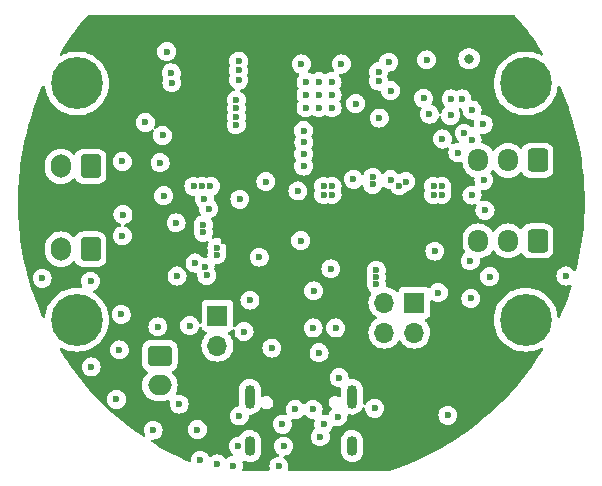
<source format=gbr>
%TF.GenerationSoftware,KiCad,Pcbnew,7.0.6*%
%TF.CreationDate,2023-07-14T02:37:10+02:00*%
%TF.ProjectId,rrr,7272722e-6b69-4636-9164-5f7063625858,rev?*%
%TF.SameCoordinates,Original*%
%TF.FileFunction,Copper,L3,Inr*%
%TF.FilePolarity,Positive*%
%FSLAX46Y46*%
G04 Gerber Fmt 4.6, Leading zero omitted, Abs format (unit mm)*
G04 Created by KiCad (PCBNEW 7.0.6) date 2023-07-14 02:37:10*
%MOMM*%
%LPD*%
G01*
G04 APERTURE LIST*
G04 Aperture macros list*
%AMRoundRect*
0 Rectangle with rounded corners*
0 $1 Rounding radius*
0 $2 $3 $4 $5 $6 $7 $8 $9 X,Y pos of 4 corners*
0 Add a 4 corners polygon primitive as box body*
4,1,4,$2,$3,$4,$5,$6,$7,$8,$9,$2,$3,0*
0 Add four circle primitives for the rounded corners*
1,1,$1+$1,$2,$3*
1,1,$1+$1,$4,$5*
1,1,$1+$1,$6,$7*
1,1,$1+$1,$8,$9*
0 Add four rect primitives between the rounded corners*
20,1,$1+$1,$2,$3,$4,$5,0*
20,1,$1+$1,$4,$5,$6,$7,0*
20,1,$1+$1,$6,$7,$8,$9,0*
20,1,$1+$1,$8,$9,$2,$3,0*%
G04 Aperture macros list end*
%TA.AperFunction,ComponentPad*%
%ADD10C,0.700000*%
%TD*%
%TA.AperFunction,ComponentPad*%
%ADD11C,4.400000*%
%TD*%
%TA.AperFunction,ComponentPad*%
%ADD12RoundRect,0.250000X0.600000X0.750000X-0.600000X0.750000X-0.600000X-0.750000X0.600000X-0.750000X0*%
%TD*%
%TA.AperFunction,ComponentPad*%
%ADD13O,1.700000X2.000000*%
%TD*%
%TA.AperFunction,ComponentPad*%
%ADD14RoundRect,0.250000X0.600000X0.725000X-0.600000X0.725000X-0.600000X-0.725000X0.600000X-0.725000X0*%
%TD*%
%TA.AperFunction,ComponentPad*%
%ADD15O,1.700000X1.950000*%
%TD*%
%TA.AperFunction,ComponentPad*%
%ADD16O,0.900000X2.000000*%
%TD*%
%TA.AperFunction,ComponentPad*%
%ADD17O,0.900000X1.700000*%
%TD*%
%TA.AperFunction,ComponentPad*%
%ADD18R,1.700000X1.700000*%
%TD*%
%TA.AperFunction,ComponentPad*%
%ADD19O,1.700000X1.700000*%
%TD*%
%TA.AperFunction,ComponentPad*%
%ADD20RoundRect,0.250000X-0.750000X0.600000X-0.750000X-0.600000X0.750000X-0.600000X0.750000X0.600000X0*%
%TD*%
%TA.AperFunction,ComponentPad*%
%ADD21O,2.000000X1.700000*%
%TD*%
%TA.AperFunction,ViaPad*%
%ADD22C,0.600000*%
%TD*%
%TA.AperFunction,ViaPad*%
%ADD23C,0.800000*%
%TD*%
G04 APERTURE END LIST*
D10*
%TO.N,GND*%
%TO.C,H4*%
X117350000Y-110000000D03*
X117833274Y-108833274D03*
X117833274Y-111166726D03*
X119000000Y-108350000D03*
D11*
X119000000Y-110000000D03*
D10*
X119000000Y-111650000D03*
X120166726Y-108833274D03*
X120166726Y-111166726D03*
X120650000Y-110000000D03*
%TD*%
D12*
%TO.N,Net-(J7-Pin_1)*%
%TO.C,J7*%
X82150000Y-104025000D03*
D13*
%TO.N,+5V*%
X79650000Y-104025000D03*
%TD*%
D10*
%TO.N,GND*%
%TO.C,H1*%
X79350000Y-90000000D03*
X79833274Y-88833274D03*
X79833274Y-91166726D03*
X81000000Y-88350000D03*
D11*
X81000000Y-90000000D03*
D10*
X81000000Y-91650000D03*
X82166726Y-88833274D03*
X82166726Y-91166726D03*
X82650000Y-90000000D03*
%TD*%
%TO.N,GND*%
%TO.C,H2*%
X117350000Y-90000000D03*
X117833274Y-88833274D03*
X117833274Y-91166726D03*
X119000000Y-88350000D03*
D11*
X119000000Y-90000000D03*
D10*
X119000000Y-91650000D03*
X120166726Y-88833274D03*
X120166726Y-91166726D03*
X120650000Y-90000000D03*
%TD*%
%TO.N,GND*%
%TO.C,H3*%
X79350000Y-110000000D03*
X79833274Y-108833274D03*
X79833274Y-111166726D03*
X81000000Y-108350000D03*
D11*
X81000000Y-110000000D03*
D10*
X81000000Y-111650000D03*
X82166726Y-108833274D03*
X82166726Y-111166726D03*
X82650000Y-110000000D03*
%TD*%
D12*
%TO.N,Net-(J8-Pin_1)*%
%TO.C,J8*%
X82150000Y-97025000D03*
D13*
%TO.N,+5V*%
X79650000Y-97025000D03*
%TD*%
D14*
%TO.N,GND*%
%TO.C,J5*%
X120000000Y-96500000D03*
D15*
%TO.N,+5V*%
X117500000Y-96500000D03*
%TO.N,/PWM1*%
X115000000Y-96500000D03*
%TD*%
D16*
%TO.N,/USB_SHIELD*%
%TO.C,J1*%
X95650000Y-116530000D03*
X104300000Y-116530000D03*
D17*
X95650000Y-120700000D03*
X104300000Y-120700000D03*
%TD*%
D18*
%TO.N,/EN_3.3V*%
%TO.C,J3*%
X92900000Y-109660000D03*
D19*
%TO.N,GND*%
X92900000Y-112200000D03*
%TD*%
D20*
%TO.N,/BAT+*%
%TO.C,J2*%
X88025000Y-113050000D03*
D21*
%TO.N,GND*%
X88025000Y-115550000D03*
%TD*%
D14*
%TO.N,GND*%
%TO.C,J6*%
X120000000Y-103325000D03*
D15*
%TO.N,+5V*%
X117500000Y-103325000D03*
%TO.N,/PWM2*%
X115000000Y-103325000D03*
%TD*%
D18*
%TO.N,/BOOT{slash}LED*%
%TO.C,J4*%
X109575000Y-108560000D03*
D19*
%TO.N,GND*%
X109575000Y-111100000D03*
%TO.N,/ENABLE*%
X107035000Y-108560000D03*
%TO.N,GND*%
X107035000Y-111100000D03*
%TD*%
D22*
%TO.N,/ENABLE*%
X100187701Y-93987701D03*
%TO.N,/PWM1*%
X100212299Y-94987701D03*
%TO.N,/PWM2*%
X100200000Y-96000000D03*
%TO.N,/PYRO1_FIRE*%
X88350000Y-99500000D03*
%TO.N,/BOOT{slash}LED*%
X100200000Y-97000000D03*
%TO.N,/PYRO2_FIRE*%
X94700000Y-89699006D03*
%TO.N,/FLASH_CS*%
X107400000Y-88200000D03*
X106600000Y-92925500D03*
%TO.N,+3.3V*%
X112900000Y-102500000D03*
X112900000Y-101800000D03*
X111300000Y-101200000D03*
X93450000Y-103350000D03*
X111400000Y-91000000D03*
X85175500Y-104100000D03*
X85100000Y-87100000D03*
X112900000Y-103200000D03*
X88300000Y-101800000D03*
X85700000Y-87100000D03*
X113800000Y-109700000D03*
X112900000Y-101100000D03*
X86300000Y-87100000D03*
X103000000Y-103900000D03*
%TO.N,GND*%
X94500000Y-91400000D03*
X84350000Y-116750000D03*
X101500000Y-112800000D03*
X100400000Y-92050000D03*
X111200000Y-99400000D03*
X106350000Y-107000000D03*
X89400000Y-101800000D03*
X102600000Y-92050000D03*
X102600000Y-89850000D03*
X106050000Y-97950000D03*
X89650000Y-117150000D03*
X90550000Y-110500000D03*
X84850000Y-96600000D03*
X114300000Y-105000000D03*
X101900000Y-98700000D03*
X92850000Y-104500000D03*
X102500000Y-105700000D03*
X95150000Y-111000000D03*
X86800000Y-93300000D03*
X84900000Y-101100000D03*
X103400000Y-88350000D03*
X92000000Y-106250000D03*
X92300000Y-98700000D03*
X94500000Y-93500000D03*
X106350000Y-106400000D03*
X115550000Y-100750000D03*
X88250000Y-94400000D03*
X82150000Y-106750000D03*
X101500000Y-89850000D03*
X113800000Y-94200000D03*
X103200000Y-114900000D03*
X94250000Y-122350000D03*
X110600000Y-88000000D03*
X95650000Y-108350000D03*
X101500000Y-92050000D03*
X92150000Y-100600000D03*
X90900000Y-98700000D03*
X102600000Y-99400000D03*
X111300000Y-104200000D03*
X92900000Y-122200000D03*
X111900000Y-99400000D03*
X102600000Y-90950000D03*
X91850000Y-105550000D03*
D23*
X114200000Y-87900000D03*
D22*
X101900000Y-99400000D03*
X114450000Y-99450000D03*
X84850000Y-102900000D03*
X122400000Y-106300000D03*
X111600000Y-107700000D03*
X100400000Y-89850000D03*
X112650000Y-92700000D03*
X100400000Y-90950000D03*
X94500000Y-92100000D03*
X112400000Y-118100000D03*
X114450000Y-94800000D03*
X114350000Y-108200000D03*
X108850000Y-98300000D03*
X87850000Y-110600000D03*
X104600000Y-91700000D03*
X106050000Y-98550000D03*
X114450000Y-92250000D03*
X87450000Y-119350000D03*
X115950000Y-106350000D03*
X107550000Y-90600000D03*
X107550000Y-98150000D03*
X101038430Y-107561570D03*
X84750000Y-109550000D03*
X84600000Y-112550000D03*
X91700000Y-101950000D03*
X78050000Y-106500000D03*
X110350000Y-91250000D03*
X88050000Y-96700000D03*
X106350000Y-105800000D03*
X91600000Y-98700000D03*
X91700000Y-102600000D03*
X82200000Y-114000000D03*
X100000000Y-88350000D03*
X94500000Y-92800000D03*
X99700000Y-99100000D03*
X108300000Y-98650000D03*
X113250000Y-95850000D03*
X115450000Y-98200000D03*
X88600000Y-87300000D03*
X111900000Y-98700000D03*
X98100000Y-122400000D03*
X91450000Y-121900000D03*
X111950000Y-94700000D03*
X99950000Y-103300000D03*
X96435500Y-104700000D03*
X92850000Y-103900000D03*
X102600000Y-98700000D03*
X111200000Y-98700000D03*
X101500000Y-90950000D03*
X110850000Y-92600000D03*
X115400000Y-93450000D03*
%TO.N,/USB_5V*%
X101000000Y-110700000D03*
X102900000Y-110700000D03*
X98400000Y-118850000D03*
X97500000Y-112400000D03*
X106200000Y-117500000D03*
X101900000Y-118850000D03*
%TO.N,/EN_3.3V*%
X104412299Y-98112299D03*
%TO.N,/BAT+*%
X101600000Y-119900000D03*
X103100000Y-118200000D03*
%TO.N,+5V*%
X91800000Y-99800000D03*
X97000000Y-98300000D03*
X94800000Y-99800000D03*
%TO.N,Net-(D2-K)*%
X94750000Y-118150000D03*
X98500000Y-120700000D03*
%TO.N,/SDA*%
X89475500Y-106300000D03*
X91000000Y-105200000D03*
%TO.N,Net-(IC3-ISET)*%
X94650000Y-120700000D03*
X91200000Y-119300000D03*
%TO.N,/USB_PORT_D+*%
X99500000Y-117600000D03*
X101000000Y-117600000D03*
%TO.N,Net-(J7-Pin_1)*%
X106550000Y-89799503D03*
X94700000Y-88899503D03*
X89041589Y-89941589D03*
X112700000Y-91300000D03*
%TO.N,Net-(J8-Pin_1)*%
X106550000Y-89000000D03*
X89000000Y-89100000D03*
X113600000Y-91300000D03*
X94700000Y-88100000D03*
%TD*%
%TA.AperFunction,Conductor*%
%TO.N,+3.3V*%
G36*
X118090743Y-84236069D02*
G01*
X118118740Y-84260734D01*
X118701418Y-84955969D01*
X119149672Y-85536734D01*
X119295497Y-85726159D01*
X119666976Y-86249696D01*
X119859175Y-86521774D01*
X120069373Y-86844787D01*
X120187384Y-87026136D01*
X120248556Y-87120745D01*
X120390082Y-87339632D01*
X120457333Y-87452674D01*
X120474692Y-87520353D01*
X120452705Y-87586673D01*
X120398354Y-87630578D01*
X120328893Y-87638129D01*
X120286619Y-87622191D01*
X120257279Y-87604455D01*
X120257274Y-87604453D01*
X120257273Y-87604452D01*
X120123920Y-87544435D01*
X119959361Y-87470373D01*
X119959354Y-87470370D01*
X119959342Y-87470366D01*
X119647452Y-87373178D01*
X119326099Y-87314289D01*
X119000000Y-87294564D01*
X118673900Y-87314289D01*
X118352547Y-87373178D01*
X118040657Y-87470366D01*
X118040641Y-87470372D01*
X118040639Y-87470373D01*
X117904327Y-87531722D01*
X117742728Y-87604452D01*
X117742721Y-87604455D01*
X117687018Y-87638129D01*
X117463131Y-87773473D01*
X117205960Y-87974954D01*
X116974954Y-88205960D01*
X116773473Y-88463131D01*
X116672709Y-88629815D01*
X116604455Y-88742721D01*
X116495249Y-88985368D01*
X116470372Y-89040642D01*
X116470366Y-89040657D01*
X116373178Y-89352547D01*
X116314289Y-89673900D01*
X116294564Y-90000000D01*
X116314289Y-90326099D01*
X116373178Y-90647452D01*
X116470366Y-90959342D01*
X116470370Y-90959354D01*
X116470373Y-90959361D01*
X116604455Y-91257279D01*
X116751950Y-91501265D01*
X116773473Y-91536868D01*
X116974954Y-91794039D01*
X117205960Y-92025045D01*
X117463131Y-92226526D01*
X117463134Y-92226528D01*
X117463137Y-92226530D01*
X117742721Y-92395545D01*
X118040639Y-92529627D01*
X118040652Y-92529631D01*
X118040657Y-92529633D01*
X118333023Y-92620737D01*
X118352547Y-92626821D01*
X118673896Y-92685710D01*
X119000000Y-92705436D01*
X119326104Y-92685710D01*
X119647453Y-92626821D01*
X119959361Y-92529627D01*
X120257279Y-92395545D01*
X120536863Y-92226530D01*
X120794036Y-92025048D01*
X121025048Y-91794036D01*
X121226530Y-91536863D01*
X121395545Y-91257279D01*
X121529627Y-90959361D01*
X121626821Y-90647453D01*
X121685710Y-90326104D01*
X121687930Y-90289398D01*
X121711626Y-90223670D01*
X121767095Y-90181186D01*
X121836728Y-90175435D01*
X121898416Y-90208244D01*
X121925127Y-90246772D01*
X121999207Y-90414443D01*
X122169192Y-90805821D01*
X122344445Y-91249996D01*
X122368488Y-91310931D01*
X122524167Y-91713878D01*
X122537555Y-91752262D01*
X122641400Y-92050000D01*
X122701635Y-92222699D01*
X122841968Y-92635592D01*
X122997863Y-93147944D01*
X123122075Y-93569447D01*
X123256553Y-94085004D01*
X123364022Y-94513898D01*
X123477176Y-95032215D01*
X123567409Y-95467362D01*
X123659322Y-95988056D01*
X123731899Y-96428244D01*
X123802607Y-96950767D01*
X123857234Y-97395006D01*
X123906760Y-97918723D01*
X123943206Y-98366039D01*
X123971577Y-98890235D01*
X123989677Y-99339771D01*
X123996935Y-99863762D01*
X123996569Y-100314519D01*
X123982771Y-100837701D01*
X123963878Y-101288702D01*
X123929093Y-101810350D01*
X123891659Y-102260751D01*
X123835980Y-102780097D01*
X123780036Y-103229022D01*
X123703569Y-103745381D01*
X123629200Y-104191915D01*
X123532080Y-104704541D01*
X123439397Y-105147882D01*
X123321791Y-105655986D01*
X123283564Y-105807495D01*
X123248077Y-105867682D01*
X123185684Y-105899129D01*
X123116195Y-105891851D01*
X123061671Y-105848160D01*
X123058338Y-105843131D01*
X123035946Y-105807495D01*
X123029816Y-105797738D01*
X122902262Y-105670184D01*
X122838017Y-105629816D01*
X122749523Y-105574211D01*
X122579254Y-105514631D01*
X122579249Y-105514630D01*
X122400004Y-105494435D01*
X122399996Y-105494435D01*
X122220750Y-105514630D01*
X122220745Y-105514631D01*
X122050476Y-105574211D01*
X121897737Y-105670184D01*
X121770184Y-105797737D01*
X121674211Y-105950476D01*
X121614631Y-106120745D01*
X121614630Y-106120750D01*
X121594435Y-106299996D01*
X121594435Y-106300003D01*
X121614630Y-106479249D01*
X121614631Y-106479254D01*
X121674211Y-106649523D01*
X121737347Y-106750003D01*
X121770184Y-106802262D01*
X121897738Y-106929816D01*
X122050478Y-107025789D01*
X122135573Y-107055565D01*
X122220745Y-107085368D01*
X122220750Y-107085369D01*
X122399996Y-107105565D01*
X122400000Y-107105565D01*
X122400004Y-107105565D01*
X122579249Y-107085369D01*
X122579251Y-107085368D01*
X122579255Y-107085368D01*
X122579258Y-107085366D01*
X122579262Y-107085366D01*
X122736695Y-107030278D01*
X122806474Y-107026716D01*
X122867101Y-107061444D01*
X122899329Y-107123438D01*
X122895819Y-107184897D01*
X122786199Y-107529617D01*
X122639749Y-107958219D01*
X122461776Y-108448659D01*
X122297935Y-108870690D01*
X122100310Y-109353768D01*
X121925470Y-109754537D01*
X121880621Y-109808113D01*
X121813927Y-109828936D01*
X121746562Y-109810396D01*
X121699914Y-109758379D01*
X121688041Y-109712439D01*
X121685710Y-109673900D01*
X121685710Y-109673896D01*
X121626821Y-109352547D01*
X121559146Y-109135368D01*
X121529633Y-109040657D01*
X121529631Y-109040652D01*
X121529627Y-109040639D01*
X121395545Y-108742721D01*
X121226530Y-108463137D01*
X121226528Y-108463134D01*
X121226526Y-108463131D01*
X121025045Y-108205960D01*
X120794039Y-107974954D01*
X120536868Y-107773473D01*
X120448717Y-107720184D01*
X120257279Y-107604455D01*
X119959361Y-107470373D01*
X119959354Y-107470370D01*
X119959342Y-107470366D01*
X119647452Y-107373178D01*
X119326099Y-107314289D01*
X119000000Y-107294564D01*
X118673900Y-107314289D01*
X118352547Y-107373178D01*
X118040657Y-107470366D01*
X118040641Y-107470372D01*
X118040639Y-107470373D01*
X117909004Y-107529617D01*
X117742725Y-107604453D01*
X117742723Y-107604454D01*
X117463131Y-107773473D01*
X117205960Y-107974954D01*
X116974954Y-108205960D01*
X116773473Y-108463131D01*
X116604454Y-108742723D01*
X116604453Y-108742725D01*
X116580740Y-108795413D01*
X116478014Y-109023663D01*
X116470372Y-109040642D01*
X116470366Y-109040657D01*
X116373178Y-109352547D01*
X116314289Y-109673900D01*
X116294564Y-110000000D01*
X116314289Y-110326099D01*
X116373178Y-110647452D01*
X116470366Y-110959342D01*
X116470370Y-110959354D01*
X116470373Y-110959361D01*
X116604455Y-111257279D01*
X116742340Y-111485368D01*
X116773473Y-111536868D01*
X116974954Y-111794039D01*
X117205960Y-112025045D01*
X117463131Y-112226526D01*
X117463134Y-112226528D01*
X117463137Y-112226530D01*
X117742721Y-112395545D01*
X118040639Y-112529627D01*
X118040652Y-112529631D01*
X118040657Y-112529633D01*
X118333048Y-112620745D01*
X118352547Y-112626821D01*
X118673896Y-112685710D01*
X119000000Y-112705436D01*
X119326104Y-112685710D01*
X119647453Y-112626821D01*
X119959361Y-112529627D01*
X120257279Y-112395545D01*
X120282551Y-112380267D01*
X120350103Y-112362430D01*
X120416577Y-112383946D01*
X120460866Y-112437986D01*
X120468908Y-112507391D01*
X120452466Y-112551111D01*
X120296551Y-112805878D01*
X120051688Y-113183241D01*
X119759857Y-113619654D01*
X119500323Y-113985789D01*
X119190560Y-114410970D01*
X118916945Y-114765200D01*
X118589576Y-115178543D01*
X118302617Y-115520096D01*
X117957901Y-115921098D01*
X117658385Y-116249249D01*
X117296572Y-116637411D01*
X116985411Y-116951408D01*
X116606685Y-117326290D01*
X116284827Y-117625459D01*
X115889402Y-117986576D01*
X115557977Y-118270193D01*
X115145864Y-118617215D01*
X114806372Y-118884398D01*
X114377283Y-119217172D01*
X114031539Y-119466996D01*
X113584989Y-119785407D01*
X113235070Y-120016999D01*
X112770277Y-120320992D01*
X112419292Y-120533106D01*
X111934451Y-120823071D01*
X111587436Y-121013796D01*
X111078885Y-121290810D01*
X110744436Y-121457135D01*
X110205036Y-121723413D01*
X109900692Y-121859483D01*
X109314337Y-122120168D01*
X109091881Y-122208860D01*
X108410470Y-122479544D01*
X107519862Y-122792488D01*
X107478755Y-122799500D01*
X98983063Y-122799500D01*
X98916024Y-122779815D01*
X98870269Y-122727011D01*
X98860325Y-122657853D01*
X98866022Y-122634545D01*
X98885366Y-122579262D01*
X98885369Y-122579249D01*
X98905565Y-122400003D01*
X98905565Y-122399996D01*
X98885369Y-122220750D01*
X98885368Y-122220745D01*
X98851239Y-122123211D01*
X98825789Y-122050478D01*
X98816165Y-122035162D01*
X98772818Y-121966176D01*
X98729816Y-121897738D01*
X98602262Y-121770184D01*
X98529663Y-121724567D01*
X98483373Y-121672233D01*
X98472725Y-121603180D01*
X98501100Y-121539331D01*
X98559489Y-121500959D01*
X98581753Y-121496354D01*
X98679249Y-121485369D01*
X98679252Y-121485368D01*
X98679255Y-121485368D01*
X98849522Y-121425789D01*
X99002262Y-121329816D01*
X99129816Y-121202262D01*
X99163781Y-121148207D01*
X103349500Y-121148207D01*
X103364154Y-121292322D01*
X103422022Y-121476759D01*
X103422029Y-121476774D01*
X103515839Y-121645788D01*
X103515842Y-121645793D01*
X103641758Y-121792466D01*
X103641759Y-121792468D01*
X103789676Y-121906964D01*
X103794627Y-121910796D01*
X103968184Y-121995930D01*
X103968188Y-121995931D01*
X103968186Y-121995931D01*
X104155317Y-122044383D01*
X104155320Y-122044383D01*
X104155326Y-122044385D01*
X104348390Y-122054176D01*
X104539474Y-122024903D01*
X104720753Y-121957764D01*
X104884807Y-121855509D01*
X105024919Y-121722323D01*
X105135353Y-121563658D01*
X105211587Y-121386012D01*
X105250500Y-121196656D01*
X105250500Y-120251794D01*
X105244740Y-120195145D01*
X105235845Y-120107677D01*
X105177977Y-119923240D01*
X105177975Y-119923236D01*
X105177974Y-119923232D01*
X105084159Y-119754209D01*
X105084158Y-119754208D01*
X105084157Y-119754206D01*
X104958241Y-119607533D01*
X104958240Y-119607531D01*
X104805375Y-119489205D01*
X104805371Y-119489203D01*
X104760099Y-119466996D01*
X104631816Y-119404070D01*
X104631814Y-119404069D01*
X104631811Y-119404068D01*
X104631813Y-119404068D01*
X104444682Y-119355616D01*
X104444676Y-119355615D01*
X104315964Y-119349087D01*
X104251610Y-119345824D01*
X104251609Y-119345824D01*
X104251607Y-119345824D01*
X104060533Y-119375095D01*
X104060521Y-119375098D01*
X103879251Y-119442234D01*
X103879242Y-119442238D01*
X103715196Y-119544488D01*
X103575080Y-119677677D01*
X103464646Y-119836342D01*
X103388413Y-120013987D01*
X103349500Y-120203343D01*
X103349500Y-121148207D01*
X99163781Y-121148207D01*
X99225789Y-121049522D01*
X99285368Y-120879255D01*
X99285369Y-120879249D01*
X99305565Y-120700003D01*
X99305565Y-120699996D01*
X99285369Y-120520750D01*
X99285368Y-120520745D01*
X99225788Y-120350476D01*
X99129815Y-120197737D01*
X99002262Y-120070184D01*
X98849523Y-119974211D01*
X98679254Y-119914631D01*
X98679249Y-119914630D01*
X98500004Y-119894435D01*
X98499996Y-119894435D01*
X98320750Y-119914630D01*
X98320745Y-119914631D01*
X98150476Y-119974211D01*
X97997737Y-120070184D01*
X97870184Y-120197737D01*
X97774211Y-120350476D01*
X97714631Y-120520745D01*
X97714630Y-120520750D01*
X97694435Y-120699996D01*
X97694435Y-120700003D01*
X97714630Y-120879249D01*
X97714631Y-120879254D01*
X97774211Y-121049523D01*
X97870183Y-121202261D01*
X97870184Y-121202262D01*
X97997738Y-121329816D01*
X98070336Y-121375432D01*
X98116626Y-121427765D01*
X98127275Y-121496819D01*
X98098900Y-121560667D01*
X98040510Y-121599039D01*
X98018247Y-121603645D01*
X97920749Y-121614630D01*
X97920745Y-121614631D01*
X97750476Y-121674211D01*
X97597737Y-121770184D01*
X97470184Y-121897737D01*
X97374211Y-122050476D01*
X97314631Y-122220745D01*
X97314630Y-122220750D01*
X97294435Y-122399996D01*
X97294435Y-122400003D01*
X97314630Y-122579249D01*
X97314633Y-122579262D01*
X97333978Y-122634545D01*
X97337540Y-122704324D01*
X97302812Y-122764951D01*
X97240818Y-122797179D01*
X97216937Y-122799500D01*
X95115567Y-122799500D01*
X95048528Y-122779815D01*
X95002773Y-122727011D01*
X94992829Y-122657853D01*
X94998526Y-122634545D01*
X95035366Y-122529262D01*
X95035369Y-122529249D01*
X95055565Y-122350003D01*
X95055565Y-122349996D01*
X95035369Y-122170750D01*
X95035366Y-122170737D01*
X95002816Y-122077715D01*
X94999254Y-122007936D01*
X95033982Y-121947309D01*
X95095976Y-121915081D01*
X95165551Y-121921486D01*
X95174449Y-121925424D01*
X95318184Y-121995930D01*
X95318188Y-121995931D01*
X95318186Y-121995931D01*
X95505317Y-122044383D01*
X95505320Y-122044383D01*
X95505326Y-122044385D01*
X95698390Y-122054176D01*
X95889474Y-122024903D01*
X96070753Y-121957764D01*
X96234807Y-121855509D01*
X96374919Y-121722323D01*
X96485353Y-121563658D01*
X96561587Y-121386012D01*
X96600500Y-121196656D01*
X96600500Y-120251794D01*
X96594740Y-120195145D01*
X96585845Y-120107677D01*
X96527977Y-119923240D01*
X96527975Y-119923236D01*
X96527974Y-119923232D01*
X96434159Y-119754209D01*
X96434158Y-119754208D01*
X96434157Y-119754206D01*
X96308241Y-119607533D01*
X96308240Y-119607531D01*
X96155375Y-119489205D01*
X96155371Y-119489203D01*
X96110099Y-119466996D01*
X95981816Y-119404070D01*
X95981814Y-119404069D01*
X95981811Y-119404068D01*
X95981813Y-119404068D01*
X95794682Y-119355616D01*
X95794676Y-119355615D01*
X95665964Y-119349087D01*
X95601610Y-119345824D01*
X95601609Y-119345824D01*
X95601607Y-119345824D01*
X95410533Y-119375095D01*
X95410521Y-119375098D01*
X95229251Y-119442234D01*
X95229242Y-119442238D01*
X95065196Y-119544488D01*
X94925080Y-119677677D01*
X94811055Y-119841503D01*
X94810049Y-119840803D01*
X94764985Y-119885241D01*
X94696610Y-119899615D01*
X94692438Y-119899216D01*
X94650004Y-119894435D01*
X94649996Y-119894435D01*
X94470750Y-119914630D01*
X94470745Y-119914631D01*
X94300476Y-119974211D01*
X94147737Y-120070184D01*
X94020184Y-120197737D01*
X93924211Y-120350476D01*
X93864631Y-120520745D01*
X93864630Y-120520750D01*
X93844435Y-120699996D01*
X93844435Y-120700003D01*
X93864630Y-120879249D01*
X93864631Y-120879254D01*
X93924211Y-121049523D01*
X94020184Y-121202261D01*
X94020184Y-121202262D01*
X94147738Y-121329816D01*
X94152860Y-121333034D01*
X94199151Y-121385368D01*
X94209800Y-121454422D01*
X94181425Y-121518270D01*
X94123035Y-121556642D01*
X94100772Y-121561248D01*
X94070749Y-121564630D01*
X94070745Y-121564631D01*
X93900476Y-121624211D01*
X93747734Y-121720186D01*
X93732515Y-121735405D01*
X93671191Y-121768889D01*
X93601500Y-121763903D01*
X93545567Y-121722030D01*
X93539843Y-121713696D01*
X93529816Y-121697738D01*
X93402262Y-121570184D01*
X93393426Y-121564632D01*
X93249523Y-121474211D01*
X93079254Y-121414631D01*
X93079249Y-121414630D01*
X92900004Y-121394435D01*
X92899996Y-121394435D01*
X92720750Y-121414630D01*
X92720745Y-121414631D01*
X92550476Y-121474211D01*
X92397737Y-121570184D01*
X92377910Y-121590011D01*
X92316587Y-121623495D01*
X92246895Y-121618509D01*
X92190962Y-121576636D01*
X92178510Y-121556128D01*
X92175789Y-121550477D01*
X92098683Y-121427765D01*
X92079816Y-121397738D01*
X91952262Y-121270184D01*
X91952262Y-121270183D01*
X91799523Y-121174211D01*
X91629254Y-121114631D01*
X91629249Y-121114630D01*
X91450004Y-121094435D01*
X91449996Y-121094435D01*
X91270750Y-121114630D01*
X91270745Y-121114631D01*
X91100476Y-121174211D01*
X90947737Y-121270184D01*
X90820184Y-121397737D01*
X90724211Y-121550476D01*
X90664631Y-121720745D01*
X90664630Y-121720750D01*
X90644435Y-121899996D01*
X90644435Y-121906964D01*
X90642452Y-121906964D01*
X90632071Y-121966176D01*
X90584715Y-122017548D01*
X90517102Y-122035162D01*
X90470540Y-122024528D01*
X90099333Y-121859495D01*
X89821785Y-121735405D01*
X89794958Y-121723410D01*
X89295334Y-121476768D01*
X89255542Y-121457124D01*
X88921114Y-121290810D01*
X88412563Y-121013796D01*
X88065548Y-120823071D01*
X87580707Y-120533106D01*
X87327124Y-120379856D01*
X87279930Y-120328335D01*
X87268082Y-120259477D01*
X87295342Y-120195145D01*
X87353056Y-120155763D01*
X87405144Y-120150511D01*
X87449998Y-120155565D01*
X87450000Y-120155565D01*
X87450004Y-120155565D01*
X87629249Y-120135369D01*
X87629252Y-120135368D01*
X87629255Y-120135368D01*
X87799522Y-120075789D01*
X87952262Y-119979816D01*
X88079816Y-119852262D01*
X88175789Y-119699522D01*
X88235368Y-119529255D01*
X88240449Y-119484159D01*
X88255565Y-119350003D01*
X88255565Y-119349996D01*
X88249932Y-119300003D01*
X90394435Y-119300003D01*
X90414630Y-119479249D01*
X90414631Y-119479254D01*
X90474211Y-119649523D01*
X90554724Y-119777657D01*
X90570184Y-119802262D01*
X90697738Y-119929816D01*
X90788080Y-119986582D01*
X90836488Y-120016999D01*
X90850478Y-120025789D01*
X90977352Y-120070184D01*
X91020745Y-120085368D01*
X91020750Y-120085369D01*
X91199996Y-120105565D01*
X91200000Y-120105565D01*
X91200004Y-120105565D01*
X91379249Y-120085369D01*
X91379252Y-120085368D01*
X91379255Y-120085368D01*
X91549522Y-120025789D01*
X91702262Y-119929816D01*
X91829816Y-119802262D01*
X91925789Y-119649522D01*
X91985368Y-119479255D01*
X91985369Y-119479249D01*
X92005565Y-119300003D01*
X92005565Y-119299996D01*
X91985369Y-119120750D01*
X91985368Y-119120745D01*
X91985368Y-119120744D01*
X91925789Y-118950478D01*
X91916295Y-118935369D01*
X91849971Y-118829815D01*
X91829816Y-118797738D01*
X91702262Y-118670184D01*
X91696420Y-118666513D01*
X91549523Y-118574211D01*
X91379254Y-118514631D01*
X91379249Y-118514630D01*
X91200004Y-118494435D01*
X91199996Y-118494435D01*
X91020750Y-118514630D01*
X91020745Y-118514631D01*
X90850476Y-118574211D01*
X90697737Y-118670184D01*
X90570184Y-118797737D01*
X90474211Y-118950476D01*
X90414631Y-119120745D01*
X90414630Y-119120750D01*
X90394435Y-119299996D01*
X90394435Y-119300003D01*
X88249932Y-119300003D01*
X88235369Y-119170750D01*
X88235368Y-119170745D01*
X88235367Y-119170744D01*
X88175789Y-119000478D01*
X88166295Y-118985369D01*
X88103461Y-118885369D01*
X88079816Y-118847738D01*
X87952262Y-118720184D01*
X87799523Y-118624211D01*
X87629254Y-118564631D01*
X87629249Y-118564630D01*
X87450004Y-118544435D01*
X87449996Y-118544435D01*
X87270750Y-118564630D01*
X87270745Y-118564631D01*
X87100476Y-118624211D01*
X86947737Y-118720184D01*
X86820184Y-118847737D01*
X86724211Y-119000476D01*
X86664631Y-119170745D01*
X86664630Y-119170750D01*
X86644435Y-119349996D01*
X86644435Y-119350003D01*
X86664630Y-119529249D01*
X86664631Y-119529254D01*
X86724210Y-119699521D01*
X86731059Y-119710420D01*
X86750060Y-119777657D01*
X86729693Y-119844492D01*
X86676426Y-119889707D01*
X86607170Y-119898946D01*
X86557629Y-119879798D01*
X86415010Y-119785407D01*
X86309846Y-119710420D01*
X85968435Y-119466978D01*
X85622716Y-119217172D01*
X85498380Y-119120745D01*
X85193600Y-118884377D01*
X85147044Y-118847737D01*
X84854133Y-118617213D01*
X84654988Y-118449522D01*
X84442005Y-118270178D01*
X84390132Y-118225788D01*
X84301573Y-118150003D01*
X93944435Y-118150003D01*
X93964630Y-118329249D01*
X93964631Y-118329254D01*
X94024211Y-118499523D01*
X94065122Y-118564632D01*
X94120184Y-118652262D01*
X94247738Y-118779816D01*
X94338080Y-118836582D01*
X94355833Y-118847737D01*
X94400478Y-118875789D01*
X94485573Y-118905565D01*
X94570745Y-118935368D01*
X94570750Y-118935369D01*
X94749996Y-118955565D01*
X94750000Y-118955565D01*
X94750004Y-118955565D01*
X94929249Y-118935369D01*
X94929252Y-118935368D01*
X94929255Y-118935368D01*
X95099522Y-118875789D01*
X95140560Y-118850003D01*
X97594435Y-118850003D01*
X97614630Y-119029249D01*
X97614631Y-119029254D01*
X97674211Y-119199523D01*
X97737347Y-119300003D01*
X97770184Y-119352262D01*
X97897738Y-119479816D01*
X97921703Y-119494874D01*
X98010192Y-119550476D01*
X98050478Y-119575789D01*
X98191915Y-119625280D01*
X98220745Y-119635368D01*
X98220750Y-119635369D01*
X98399996Y-119655565D01*
X98400000Y-119655565D01*
X98400004Y-119655565D01*
X98579249Y-119635369D01*
X98579252Y-119635368D01*
X98579255Y-119635368D01*
X98749522Y-119575789D01*
X98902262Y-119479816D01*
X99029816Y-119352262D01*
X99125789Y-119199522D01*
X99185368Y-119029255D01*
X99185369Y-119029249D01*
X99205565Y-118850003D01*
X99205565Y-118849996D01*
X99185369Y-118670750D01*
X99185366Y-118670737D01*
X99137733Y-118534611D01*
X99134171Y-118464832D01*
X99168899Y-118404205D01*
X99230892Y-118371977D01*
X99295730Y-118376615D01*
X99320741Y-118385367D01*
X99320744Y-118385367D01*
X99320745Y-118385368D01*
X99320746Y-118385368D01*
X99320750Y-118385369D01*
X99499996Y-118405565D01*
X99500000Y-118405565D01*
X99500004Y-118405565D01*
X99679249Y-118385369D01*
X99679252Y-118385368D01*
X99679255Y-118385368D01*
X99849522Y-118325789D01*
X100002262Y-118229816D01*
X100129816Y-118102262D01*
X100145007Y-118078084D01*
X100197339Y-118031796D01*
X100266393Y-118021146D01*
X100330242Y-118049521D01*
X100354990Y-118078082D01*
X100370184Y-118102262D01*
X100497738Y-118229816D01*
X100650478Y-118325789D01*
X100713202Y-118347737D01*
X100820745Y-118385368D01*
X100820750Y-118385369D01*
X100999996Y-118405565D01*
X100999997Y-118405565D01*
X100999998Y-118405564D01*
X101000000Y-118405565D01*
X101019830Y-118403330D01*
X101088650Y-118415383D01*
X101140031Y-118462730D01*
X101157657Y-118530340D01*
X101150757Y-118567504D01*
X101114632Y-118670742D01*
X101114630Y-118670750D01*
X101094435Y-118849996D01*
X101094435Y-118850003D01*
X101114630Y-119029249D01*
X101114632Y-119029257D01*
X101148036Y-119124721D01*
X101151597Y-119194500D01*
X101116868Y-119255127D01*
X101103168Y-119265826D01*
X101103182Y-119265843D01*
X101097735Y-119270186D01*
X100970184Y-119397737D01*
X100874211Y-119550476D01*
X100814631Y-119720745D01*
X100814630Y-119720750D01*
X100794435Y-119899996D01*
X100794435Y-119900003D01*
X100814630Y-120079249D01*
X100814631Y-120079254D01*
X100874211Y-120249523D01*
X100937646Y-120350478D01*
X100970184Y-120402262D01*
X101097738Y-120529816D01*
X101250478Y-120625789D01*
X101420745Y-120685367D01*
X101420745Y-120685368D01*
X101420750Y-120685369D01*
X101599996Y-120705565D01*
X101600000Y-120705565D01*
X101600004Y-120705565D01*
X101779249Y-120685369D01*
X101779252Y-120685368D01*
X101779255Y-120685368D01*
X101949522Y-120625789D01*
X102102262Y-120529816D01*
X102229816Y-120402262D01*
X102325789Y-120249522D01*
X102385368Y-120079255D01*
X102391392Y-120025789D01*
X102405565Y-119900003D01*
X102405565Y-119899996D01*
X102385369Y-119720750D01*
X102385366Y-119720737D01*
X102351964Y-119625280D01*
X102348402Y-119555501D01*
X102383130Y-119494874D01*
X102396829Y-119484176D01*
X102396816Y-119484159D01*
X102402256Y-119479819D01*
X102402262Y-119479816D01*
X102529816Y-119352262D01*
X102625789Y-119199522D01*
X102683771Y-119033818D01*
X102724492Y-118977044D01*
X102789444Y-118951296D01*
X102841767Y-118957733D01*
X102920737Y-118985366D01*
X102920743Y-118985367D01*
X102920745Y-118985368D01*
X102920746Y-118985368D01*
X102920750Y-118985369D01*
X103099996Y-119005565D01*
X103100000Y-119005565D01*
X103100004Y-119005565D01*
X103279249Y-118985369D01*
X103279252Y-118985368D01*
X103279255Y-118985368D01*
X103449522Y-118925789D01*
X103602262Y-118829816D01*
X103729816Y-118702262D01*
X103825789Y-118549522D01*
X103885368Y-118379255D01*
X103885369Y-118379249D01*
X103905565Y-118200003D01*
X103905565Y-118199997D01*
X103897858Y-118131598D01*
X103909912Y-118062776D01*
X103957261Y-118011397D01*
X104024871Y-117993772D01*
X104052158Y-117997672D01*
X104155326Y-118024385D01*
X104348390Y-118034176D01*
X104539474Y-118004903D01*
X104720753Y-117937764D01*
X104884807Y-117835509D01*
X105024919Y-117702323D01*
X105135353Y-117543658D01*
X105159728Y-117486856D01*
X105204255Y-117433013D01*
X105270823Y-117411790D01*
X105338298Y-117429925D01*
X105385257Y-117481661D01*
X105396899Y-117521874D01*
X105414630Y-117679249D01*
X105414631Y-117679254D01*
X105474211Y-117849523D01*
X105550384Y-117970750D01*
X105570184Y-118002262D01*
X105697738Y-118129816D01*
X105738735Y-118155576D01*
X105841557Y-118220184D01*
X105850478Y-118225789D01*
X106003258Y-118279249D01*
X106020745Y-118285368D01*
X106020750Y-118285369D01*
X106199996Y-118305565D01*
X106200000Y-118305565D01*
X106200004Y-118305565D01*
X106379249Y-118285369D01*
X106379252Y-118285368D01*
X106379255Y-118285368D01*
X106549522Y-118225789D01*
X106702262Y-118129816D01*
X106732075Y-118100003D01*
X111594435Y-118100003D01*
X111614630Y-118279249D01*
X111614631Y-118279254D01*
X111674211Y-118449523D01*
X111715122Y-118514632D01*
X111770184Y-118602262D01*
X111897738Y-118729816D01*
X111988080Y-118786582D01*
X112005833Y-118797737D01*
X112050478Y-118825789D01*
X112119678Y-118850003D01*
X112220745Y-118885368D01*
X112220750Y-118885369D01*
X112399996Y-118905565D01*
X112400000Y-118905565D01*
X112400004Y-118905565D01*
X112579249Y-118885369D01*
X112579252Y-118885368D01*
X112579255Y-118885368D01*
X112749522Y-118825789D01*
X112902262Y-118729816D01*
X113029816Y-118602262D01*
X113125789Y-118449522D01*
X113185368Y-118279255D01*
X113186389Y-118270193D01*
X113205565Y-118100003D01*
X113205565Y-118099996D01*
X113185369Y-117920750D01*
X113185368Y-117920745D01*
X113184269Y-117917603D01*
X113125789Y-117750478D01*
X113029816Y-117597738D01*
X112902262Y-117470184D01*
X112871801Y-117451044D01*
X112749523Y-117374211D01*
X112579254Y-117314631D01*
X112579249Y-117314630D01*
X112400004Y-117294435D01*
X112399996Y-117294435D01*
X112220750Y-117314630D01*
X112220745Y-117314631D01*
X112050476Y-117374211D01*
X111897737Y-117470184D01*
X111770184Y-117597737D01*
X111674211Y-117750476D01*
X111614631Y-117920745D01*
X111614630Y-117920750D01*
X111594435Y-118099996D01*
X111594435Y-118100003D01*
X106732075Y-118100003D01*
X106829816Y-118002262D01*
X106925789Y-117849522D01*
X106985368Y-117679255D01*
X106985369Y-117679249D01*
X107005565Y-117500003D01*
X107005565Y-117499996D01*
X106985369Y-117320750D01*
X106985368Y-117320745D01*
X106976103Y-117294266D01*
X106925789Y-117150478D01*
X106907840Y-117121913D01*
X106870216Y-117062034D01*
X106829816Y-116997738D01*
X106702262Y-116870184D01*
X106644550Y-116833921D01*
X106549523Y-116774211D01*
X106379254Y-116714631D01*
X106379249Y-116714630D01*
X106200004Y-116694435D01*
X106199996Y-116694435D01*
X106020750Y-116714630D01*
X106020745Y-116714631D01*
X105850476Y-116774211D01*
X105697737Y-116870184D01*
X105570182Y-116997739D01*
X105479493Y-117142070D01*
X105427159Y-117188360D01*
X105358105Y-117199008D01*
X105294257Y-117170633D01*
X105255885Y-117112243D01*
X105250500Y-117076097D01*
X105250500Y-115931792D01*
X105235845Y-115787677D01*
X105177977Y-115603240D01*
X105177975Y-115603236D01*
X105177974Y-115603232D01*
X105084159Y-115434209D01*
X105084158Y-115434208D01*
X105084157Y-115434206D01*
X104958241Y-115287533D01*
X104958240Y-115287531D01*
X104805375Y-115169205D01*
X104805371Y-115169203D01*
X104798396Y-115165781D01*
X104631816Y-115084070D01*
X104631814Y-115084069D01*
X104631811Y-115084068D01*
X104631813Y-115084068D01*
X104444682Y-115035616D01*
X104444676Y-115035615D01*
X104315964Y-115029087D01*
X104251610Y-115025824D01*
X104251609Y-115025824D01*
X104251605Y-115025824D01*
X104146952Y-115041856D01*
X104077705Y-115032550D01*
X104024482Y-114987283D01*
X104004181Y-114920427D01*
X104004955Y-114905412D01*
X104005565Y-114900000D01*
X103990377Y-114765200D01*
X103985369Y-114720750D01*
X103985368Y-114720745D01*
X103970620Y-114678597D01*
X103925789Y-114550478D01*
X103829816Y-114397738D01*
X103702262Y-114270184D01*
X103658541Y-114242712D01*
X103549523Y-114174211D01*
X103379254Y-114114631D01*
X103379249Y-114114630D01*
X103200004Y-114094435D01*
X103199996Y-114094435D01*
X103020750Y-114114630D01*
X103020745Y-114114631D01*
X102850476Y-114174211D01*
X102697737Y-114270184D01*
X102570184Y-114397737D01*
X102474211Y-114550476D01*
X102414631Y-114720745D01*
X102414630Y-114720750D01*
X102394435Y-114899996D01*
X102394435Y-114900003D01*
X102414630Y-115079249D01*
X102414631Y-115079254D01*
X102474211Y-115249523D01*
X102542169Y-115357677D01*
X102570184Y-115402262D01*
X102697738Y-115529816D01*
X102729859Y-115549999D01*
X102814591Y-115603240D01*
X102850478Y-115625789D01*
X103005616Y-115680074D01*
X103020745Y-115685368D01*
X103020750Y-115685369D01*
X103199996Y-115705565D01*
X103200000Y-115705565D01*
X103200002Y-115705565D01*
X103220716Y-115703231D01*
X103289538Y-115715285D01*
X103340917Y-115762634D01*
X103358542Y-115830244D01*
X103356062Y-115851412D01*
X103349500Y-115883343D01*
X103349500Y-116449800D01*
X103329815Y-116516839D01*
X103277011Y-116562594D01*
X103207853Y-116572538D01*
X103161072Y-116555748D01*
X103086384Y-116510329D01*
X103086383Y-116510328D01*
X103086382Y-116510328D01*
X102940665Y-116469500D01*
X102827342Y-116469500D01*
X102827341Y-116469500D01*
X102715082Y-116484929D01*
X102715079Y-116484930D01*
X102576283Y-116545217D01*
X102458889Y-116640724D01*
X102371623Y-116764352D01*
X102371621Y-116764355D01*
X102320946Y-116906939D01*
X102320946Y-116906942D01*
X102310619Y-117057918D01*
X102310619Y-117057921D01*
X102341405Y-117206078D01*
X102341407Y-117206083D01*
X102341408Y-117206085D01*
X102411029Y-117340447D01*
X102411031Y-117340449D01*
X102411032Y-117340451D01*
X102514318Y-117451042D01*
X102519426Y-117455198D01*
X102559007Y-117512775D01*
X102561177Y-117582610D01*
X102528854Y-117639068D01*
X102470183Y-117697739D01*
X102374210Y-117850478D01*
X102344506Y-117935369D01*
X102320176Y-118004903D01*
X102316230Y-118016179D01*
X102275508Y-118072955D01*
X102210556Y-118098703D01*
X102158234Y-118092267D01*
X102079257Y-118064632D01*
X102079249Y-118064630D01*
X101900004Y-118044435D01*
X101899996Y-118044435D01*
X101880168Y-118046669D01*
X101811346Y-118034614D01*
X101759967Y-117987265D01*
X101742343Y-117919655D01*
X101749244Y-117882494D01*
X101785366Y-117779262D01*
X101785369Y-117779249D01*
X101805565Y-117600003D01*
X101805565Y-117599996D01*
X101785369Y-117420750D01*
X101785368Y-117420745D01*
X101782293Y-117411957D01*
X101725789Y-117250478D01*
X101629816Y-117097738D01*
X101502262Y-116970184D01*
X101437124Y-116929255D01*
X101349523Y-116874211D01*
X101179254Y-116814631D01*
X101179249Y-116814630D01*
X101000004Y-116794435D01*
X100999996Y-116794435D01*
X100820750Y-116814630D01*
X100820745Y-116814631D01*
X100650476Y-116874211D01*
X100497737Y-116970184D01*
X100370184Y-117097737D01*
X100354994Y-117121913D01*
X100302659Y-117168204D01*
X100233605Y-117178852D01*
X100169757Y-117150477D01*
X100145006Y-117121913D01*
X100138930Y-117112243D01*
X100129816Y-117097738D01*
X100002262Y-116970184D01*
X99937124Y-116929255D01*
X99849523Y-116874211D01*
X99679254Y-116814631D01*
X99679249Y-116814630D01*
X99500004Y-116794435D01*
X99499996Y-116794435D01*
X99320750Y-116814630D01*
X99320745Y-116814631D01*
X99150476Y-116874211D01*
X98997737Y-116970184D01*
X98870184Y-117097737D01*
X98774211Y-117250476D01*
X98714631Y-117420745D01*
X98714630Y-117420750D01*
X98694435Y-117599996D01*
X98694435Y-117600003D01*
X98714630Y-117779249D01*
X98714631Y-117779254D01*
X98762267Y-117915388D01*
X98765828Y-117985167D01*
X98731099Y-118045795D01*
X98669106Y-118078022D01*
X98604271Y-118073385D01*
X98579257Y-118064632D01*
X98579249Y-118064630D01*
X98400004Y-118044435D01*
X98399996Y-118044435D01*
X98220750Y-118064630D01*
X98220745Y-118064631D01*
X98050476Y-118124211D01*
X97897737Y-118220184D01*
X97770184Y-118347737D01*
X97674211Y-118500476D01*
X97614631Y-118670745D01*
X97614630Y-118670750D01*
X97594435Y-118849996D01*
X97594435Y-118850003D01*
X95140560Y-118850003D01*
X95252262Y-118779816D01*
X95379816Y-118652262D01*
X95475789Y-118499522D01*
X95535368Y-118329255D01*
X95555565Y-118150000D01*
X95555565Y-118149996D01*
X95556298Y-118143494D01*
X95583364Y-118079080D01*
X95640959Y-118039525D01*
X95685795Y-118033537D01*
X95698390Y-118034176D01*
X95889474Y-118004903D01*
X96070753Y-117937764D01*
X96234807Y-117835509D01*
X96374919Y-117702323D01*
X96485353Y-117543658D01*
X96516052Y-117472118D01*
X96560578Y-117418276D01*
X96627146Y-117397052D01*
X96694621Y-117415187D01*
X96720626Y-117436382D01*
X96734318Y-117451043D01*
X96759695Y-117466475D01*
X96863618Y-117529672D01*
X97009335Y-117570500D01*
X97009336Y-117570500D01*
X97122659Y-117570500D01*
X97150723Y-117566642D01*
X97234920Y-117555070D01*
X97361696Y-117500003D01*
X97373716Y-117494782D01*
X97373716Y-117494781D01*
X97373720Y-117494780D01*
X97491108Y-117399278D01*
X97578377Y-117275647D01*
X97596171Y-117225579D01*
X97629053Y-117133060D01*
X97629053Y-117133058D01*
X97629054Y-117133056D01*
X97639381Y-116982079D01*
X97633013Y-116951434D01*
X97608594Y-116833921D01*
X97608592Y-116833918D01*
X97608592Y-116833915D01*
X97538971Y-116699553D01*
X97538967Y-116699549D01*
X97538967Y-116699548D01*
X97435681Y-116588956D01*
X97322589Y-116520184D01*
X97306382Y-116510328D01*
X97160665Y-116469500D01*
X97047342Y-116469500D01*
X97047341Y-116469500D01*
X96935082Y-116484929D01*
X96935079Y-116484930D01*
X96796282Y-116545218D01*
X96789037Y-116549625D01*
X96787163Y-116546543D01*
X96738029Y-116567024D01*
X96669242Y-116554771D01*
X96617999Y-116507274D01*
X96600500Y-116443764D01*
X96600500Y-115931792D01*
X96585845Y-115787677D01*
X96527977Y-115603240D01*
X96527975Y-115603236D01*
X96527974Y-115603232D01*
X96434159Y-115434209D01*
X96434158Y-115434208D01*
X96434157Y-115434206D01*
X96308241Y-115287533D01*
X96308240Y-115287531D01*
X96155375Y-115169205D01*
X96155371Y-115169203D01*
X96148396Y-115165781D01*
X95981816Y-115084070D01*
X95981814Y-115084069D01*
X95981811Y-115084068D01*
X95981813Y-115084068D01*
X95794682Y-115035616D01*
X95794676Y-115035615D01*
X95665964Y-115029087D01*
X95601610Y-115025824D01*
X95601609Y-115025824D01*
X95601607Y-115025824D01*
X95410533Y-115055095D01*
X95410521Y-115055098D01*
X95229251Y-115122234D01*
X95229242Y-115122238D01*
X95065196Y-115224488D01*
X94925080Y-115357677D01*
X94814646Y-115516342D01*
X94738413Y-115693987D01*
X94699500Y-115883343D01*
X94699500Y-117128208D01*
X94709401Y-117225579D01*
X94696599Y-117294266D01*
X94648695Y-117345128D01*
X94599924Y-117361343D01*
X94570749Y-117364630D01*
X94400478Y-117424210D01*
X94247737Y-117520184D01*
X94120184Y-117647737D01*
X94024211Y-117800476D01*
X93964631Y-117970745D01*
X93964630Y-117970750D01*
X93944435Y-118149996D01*
X93944435Y-118150003D01*
X84301573Y-118150003D01*
X84110588Y-117986567D01*
X83989284Y-117875788D01*
X83715140Y-117625429D01*
X83444869Y-117374211D01*
X83393314Y-117326290D01*
X83014615Y-116951434D01*
X82815003Y-116750003D01*
X83544435Y-116750003D01*
X83564630Y-116929249D01*
X83564631Y-116929254D01*
X83624211Y-117099523D01*
X83691168Y-117206084D01*
X83720184Y-117252262D01*
X83847738Y-117379816D01*
X83904031Y-117415187D01*
X83994638Y-117472120D01*
X84000478Y-117475789D01*
X84154461Y-117529670D01*
X84170745Y-117535368D01*
X84170750Y-117535369D01*
X84349996Y-117555565D01*
X84350000Y-117555565D01*
X84350004Y-117555565D01*
X84529249Y-117535369D01*
X84529252Y-117535368D01*
X84529255Y-117535368D01*
X84699522Y-117475789D01*
X84852262Y-117379816D01*
X84979816Y-117252262D01*
X85075789Y-117099522D01*
X85135368Y-116929255D01*
X85137882Y-116906942D01*
X85155565Y-116750003D01*
X85155565Y-116749996D01*
X85135369Y-116570750D01*
X85135368Y-116570745D01*
X85116505Y-116516839D01*
X85075789Y-116400478D01*
X85053265Y-116364632D01*
X84979815Y-116247737D01*
X84852262Y-116120184D01*
X84699523Y-116024211D01*
X84529254Y-115964631D01*
X84529249Y-115964630D01*
X84350004Y-115944435D01*
X84349996Y-115944435D01*
X84170750Y-115964630D01*
X84170745Y-115964631D01*
X84000476Y-116024211D01*
X83847737Y-116120184D01*
X83720184Y-116247737D01*
X83624211Y-116400476D01*
X83564631Y-116570745D01*
X83564630Y-116570750D01*
X83544435Y-116749996D01*
X83544435Y-116750003D01*
X82815003Y-116750003D01*
X82703421Y-116637404D01*
X82341614Y-116249249D01*
X82126578Y-116013655D01*
X82042098Y-115921098D01*
X81808948Y-115649879D01*
X81723089Y-115550000D01*
X86519341Y-115550000D01*
X86539936Y-115785403D01*
X86539938Y-115785413D01*
X86601094Y-116013655D01*
X86601096Y-116013659D01*
X86601097Y-116013663D01*
X86606016Y-116024211D01*
X86700964Y-116227828D01*
X86700965Y-116227830D01*
X86836505Y-116421402D01*
X87003597Y-116588494D01*
X87197169Y-116724034D01*
X87197171Y-116724035D01*
X87411337Y-116823903D01*
X87639592Y-116885063D01*
X87816034Y-116900500D01*
X88233966Y-116900500D01*
X88410408Y-116885063D01*
X88638663Y-116823903D01*
X88703491Y-116793672D01*
X88772567Y-116783181D01*
X88836351Y-116811700D01*
X88874591Y-116870177D01*
X88875146Y-116940044D01*
X88872937Y-116947009D01*
X88864632Y-116970742D01*
X88864630Y-116970750D01*
X88844435Y-117149996D01*
X88844435Y-117150003D01*
X88864630Y-117329249D01*
X88864631Y-117329254D01*
X88924211Y-117499523D01*
X89003373Y-117625507D01*
X89020184Y-117652262D01*
X89147738Y-117779816D01*
X89300478Y-117875789D01*
X89419976Y-117917603D01*
X89470745Y-117935368D01*
X89470750Y-117935369D01*
X89649996Y-117955565D01*
X89650000Y-117955565D01*
X89650004Y-117955565D01*
X89829249Y-117935369D01*
X89829252Y-117935368D01*
X89829255Y-117935368D01*
X89999522Y-117875789D01*
X90152262Y-117779816D01*
X90279816Y-117652262D01*
X90375789Y-117499522D01*
X90435368Y-117329255D01*
X90435702Y-117326290D01*
X90455565Y-117150003D01*
X90455565Y-117149996D01*
X90435369Y-116970750D01*
X90435368Y-116970745D01*
X90410788Y-116900500D01*
X90375789Y-116800478D01*
X90279816Y-116647738D01*
X90152262Y-116520184D01*
X89999523Y-116424211D01*
X89829254Y-116364631D01*
X89829249Y-116364630D01*
X89650004Y-116344435D01*
X89649996Y-116344435D01*
X89494660Y-116361936D01*
X89425838Y-116349881D01*
X89374459Y-116302532D01*
X89356835Y-116234921D01*
X89368394Y-116186313D01*
X89448903Y-116013663D01*
X89510063Y-115785408D01*
X89530659Y-115550000D01*
X89510063Y-115314592D01*
X89448903Y-115086337D01*
X89349035Y-114872171D01*
X89349034Y-114872169D01*
X89213494Y-114678597D01*
X89066295Y-114531398D01*
X89032810Y-114470075D01*
X89037794Y-114400383D01*
X89079666Y-114344450D01*
X89088880Y-114338178D01*
X89094334Y-114334814D01*
X89243656Y-114242712D01*
X89367712Y-114118656D01*
X89459814Y-113969334D01*
X89514999Y-113802797D01*
X89525500Y-113700009D01*
X89525499Y-112399992D01*
X89514999Y-112297203D01*
X89459814Y-112130666D01*
X89367712Y-111981344D01*
X89243656Y-111857288D01*
X89150888Y-111800069D01*
X89094336Y-111765187D01*
X89094331Y-111765185D01*
X89092656Y-111764630D01*
X88927797Y-111710001D01*
X88927795Y-111710000D01*
X88825010Y-111699500D01*
X87224998Y-111699500D01*
X87224981Y-111699501D01*
X87122203Y-111710000D01*
X87122200Y-111710001D01*
X86955668Y-111765185D01*
X86955663Y-111765187D01*
X86806342Y-111857289D01*
X86682289Y-111981342D01*
X86590187Y-112130663D01*
X86590185Y-112130668D01*
X86562349Y-112214670D01*
X86535001Y-112297203D01*
X86535001Y-112297204D01*
X86535000Y-112297204D01*
X86524500Y-112399983D01*
X86524500Y-113700001D01*
X86524501Y-113700018D01*
X86535000Y-113802796D01*
X86535001Y-113802799D01*
X86590185Y-113969331D01*
X86590186Y-113969334D01*
X86679805Y-114114631D01*
X86682289Y-114118657D01*
X86806344Y-114242712D01*
X86961120Y-114338178D01*
X87007845Y-114390126D01*
X87019068Y-114459088D01*
X86991224Y-114523171D01*
X86983706Y-114531398D01*
X86836501Y-114678603D01*
X86836501Y-114678604D01*
X86700967Y-114872165D01*
X86700965Y-114872169D01*
X86601098Y-115086335D01*
X86601094Y-115086344D01*
X86539938Y-115314586D01*
X86539936Y-115314596D01*
X86519341Y-115549999D01*
X86519341Y-115550000D01*
X81723089Y-115550000D01*
X81697382Y-115520096D01*
X81501992Y-115287533D01*
X81410423Y-115178543D01*
X81083041Y-114765183D01*
X80809448Y-114410981D01*
X80510032Y-114000003D01*
X81394435Y-114000003D01*
X81414630Y-114179249D01*
X81414631Y-114179254D01*
X81474211Y-114349523D01*
X81570184Y-114502262D01*
X81697738Y-114629816D01*
X81775376Y-114678599D01*
X81842450Y-114720745D01*
X81850478Y-114725789D01*
X81963108Y-114765200D01*
X82020745Y-114785368D01*
X82020750Y-114785369D01*
X82199996Y-114805565D01*
X82200000Y-114805565D01*
X82200004Y-114805565D01*
X82379249Y-114785369D01*
X82379252Y-114785368D01*
X82379255Y-114785368D01*
X82549522Y-114725789D01*
X82702262Y-114629816D01*
X82829816Y-114502262D01*
X82925789Y-114349522D01*
X82985368Y-114179255D01*
X82985369Y-114179249D01*
X83005565Y-114000003D01*
X83005565Y-113999996D01*
X82985369Y-113820750D01*
X82985368Y-113820745D01*
X82943123Y-113700016D01*
X82925789Y-113650478D01*
X82829816Y-113497738D01*
X82702262Y-113370184D01*
X82678996Y-113355565D01*
X82549523Y-113274211D01*
X82379254Y-113214631D01*
X82379249Y-113214630D01*
X82200004Y-113194435D01*
X82199996Y-113194435D01*
X82020750Y-113214630D01*
X82020745Y-113214631D01*
X81850476Y-113274211D01*
X81697737Y-113370184D01*
X81570184Y-113497737D01*
X81474211Y-113650476D01*
X81414631Y-113820745D01*
X81414630Y-113820750D01*
X81394435Y-113999996D01*
X81394435Y-114000003D01*
X80510032Y-114000003D01*
X80499661Y-113985768D01*
X80488013Y-113969336D01*
X80240142Y-113619654D01*
X79948311Y-113183241D01*
X79703448Y-112805878D01*
X79668958Y-112749522D01*
X79547530Y-112551109D01*
X79529326Y-112483654D01*
X79550481Y-112417064D01*
X79604279Y-112372482D01*
X79673639Y-112364062D01*
X79717443Y-112380263D01*
X79742721Y-112395545D01*
X80040639Y-112529627D01*
X80040652Y-112529631D01*
X80040657Y-112529633D01*
X80333048Y-112620745D01*
X80352547Y-112626821D01*
X80673896Y-112685710D01*
X81000000Y-112705436D01*
X81326104Y-112685710D01*
X81647453Y-112626821D01*
X81893972Y-112550003D01*
X83794435Y-112550003D01*
X83814630Y-112729249D01*
X83814631Y-112729254D01*
X83874211Y-112899523D01*
X83956080Y-113029815D01*
X83970184Y-113052262D01*
X84097738Y-113179816D01*
X84188080Y-113236582D01*
X84247966Y-113274211D01*
X84250478Y-113275789D01*
X84420745Y-113335367D01*
X84420745Y-113335368D01*
X84420750Y-113335369D01*
X84599996Y-113355565D01*
X84600000Y-113355565D01*
X84600004Y-113355565D01*
X84779249Y-113335369D01*
X84779252Y-113335368D01*
X84779255Y-113335368D01*
X84949522Y-113275789D01*
X85102262Y-113179816D01*
X85229816Y-113052262D01*
X85325789Y-112899522D01*
X85385368Y-112729255D01*
X85388052Y-112705435D01*
X85405565Y-112550003D01*
X85405565Y-112549996D01*
X85385369Y-112370750D01*
X85385368Y-112370745D01*
X85359635Y-112297204D01*
X85325789Y-112200478D01*
X85229816Y-112047738D01*
X85102262Y-111920184D01*
X85102261Y-111920183D01*
X84949523Y-111824211D01*
X84779254Y-111764631D01*
X84779249Y-111764630D01*
X84600004Y-111744435D01*
X84599996Y-111744435D01*
X84420750Y-111764630D01*
X84420745Y-111764631D01*
X84250476Y-111824211D01*
X84097737Y-111920184D01*
X83970184Y-112047737D01*
X83874211Y-112200476D01*
X83814631Y-112370745D01*
X83814630Y-112370750D01*
X83794435Y-112549996D01*
X83794435Y-112550003D01*
X81893972Y-112550003D01*
X81959361Y-112529627D01*
X82257279Y-112395545D01*
X82536863Y-112226530D01*
X82794036Y-112025048D01*
X83025048Y-111794036D01*
X83226530Y-111536863D01*
X83395545Y-111257279D01*
X83529627Y-110959361D01*
X83626821Y-110647453D01*
X83635516Y-110600003D01*
X87044435Y-110600003D01*
X87064630Y-110779249D01*
X87064631Y-110779254D01*
X87124211Y-110949523D01*
X87172243Y-111025965D01*
X87220184Y-111102262D01*
X87347738Y-111229816D01*
X87500478Y-111325789D01*
X87568306Y-111349523D01*
X87670745Y-111385368D01*
X87670750Y-111385369D01*
X87849996Y-111405565D01*
X87850000Y-111405565D01*
X87850004Y-111405565D01*
X88029249Y-111385369D01*
X88029252Y-111385368D01*
X88029255Y-111385368D01*
X88199522Y-111325789D01*
X88352262Y-111229816D01*
X88479816Y-111102262D01*
X88575789Y-110949522D01*
X88635368Y-110779255D01*
X88638402Y-110752328D01*
X88655565Y-110600003D01*
X88655565Y-110599996D01*
X88644299Y-110500003D01*
X89744435Y-110500003D01*
X89764630Y-110679249D01*
X89764631Y-110679254D01*
X89824211Y-110849523D01*
X89893225Y-110959357D01*
X89920184Y-111002262D01*
X90047738Y-111129816D01*
X90072462Y-111145351D01*
X90170056Y-111206674D01*
X90200478Y-111225789D01*
X90370745Y-111285367D01*
X90370745Y-111285368D01*
X90370750Y-111285369D01*
X90549996Y-111305565D01*
X90550000Y-111305565D01*
X90550004Y-111305565D01*
X90729249Y-111285369D01*
X90729252Y-111285368D01*
X90729255Y-111285368D01*
X90899522Y-111225789D01*
X91052262Y-111129816D01*
X91179816Y-111002262D01*
X91275789Y-110849522D01*
X91335368Y-110679255D01*
X91335368Y-110679248D01*
X91335605Y-110678215D01*
X91335944Y-110677608D01*
X91337668Y-110672682D01*
X91338530Y-110672983D01*
X91369704Y-110617231D01*
X91431361Y-110584364D01*
X91500999Y-110590049D01*
X91556509Y-110632480D01*
X91572682Y-110662456D01*
X91606202Y-110752328D01*
X91606206Y-110752335D01*
X91692452Y-110867544D01*
X91692455Y-110867547D01*
X91807664Y-110953793D01*
X91807671Y-110953797D01*
X91939081Y-111002810D01*
X91995015Y-111044681D01*
X92019432Y-111110145D01*
X92004580Y-111178418D01*
X91983430Y-111206673D01*
X91861503Y-111328600D01*
X91725965Y-111522169D01*
X91725964Y-111522171D01*
X91626098Y-111736335D01*
X91626094Y-111736344D01*
X91564938Y-111964586D01*
X91564936Y-111964596D01*
X91544341Y-112199999D01*
X91544341Y-112200000D01*
X91564936Y-112435403D01*
X91564938Y-112435413D01*
X91626094Y-112663655D01*
X91626096Y-112663659D01*
X91626097Y-112663663D01*
X91689670Y-112799996D01*
X91725965Y-112877830D01*
X91725967Y-112877834D01*
X91832386Y-113029815D01*
X91861505Y-113071401D01*
X92028599Y-113238495D01*
X92119668Y-113302262D01*
X92222165Y-113374032D01*
X92222167Y-113374033D01*
X92222170Y-113374035D01*
X92436337Y-113473903D01*
X92664592Y-113535063D01*
X92852918Y-113551539D01*
X92899999Y-113555659D01*
X92900000Y-113555659D01*
X92900001Y-113555659D01*
X92939234Y-113552226D01*
X93135408Y-113535063D01*
X93363663Y-113473903D01*
X93577830Y-113374035D01*
X93771401Y-113238495D01*
X93938495Y-113071401D01*
X94074035Y-112877830D01*
X94173903Y-112663663D01*
X94235063Y-112435408D01*
X94238161Y-112400003D01*
X96694435Y-112400003D01*
X96714630Y-112579249D01*
X96714631Y-112579254D01*
X96774211Y-112749523D01*
X96854832Y-112877830D01*
X96870184Y-112902262D01*
X96997738Y-113029816D01*
X97150478Y-113125789D01*
X97304878Y-113179816D01*
X97320745Y-113185368D01*
X97320750Y-113185369D01*
X97499996Y-113205565D01*
X97500000Y-113205565D01*
X97500004Y-113205565D01*
X97679249Y-113185369D01*
X97679252Y-113185368D01*
X97679255Y-113185368D01*
X97849522Y-113125789D01*
X98002262Y-113029816D01*
X98129816Y-112902262D01*
X98194070Y-112800003D01*
X100694435Y-112800003D01*
X100714630Y-112979249D01*
X100714631Y-112979254D01*
X100774211Y-113149523D01*
X100815122Y-113214632D01*
X100870184Y-113302262D01*
X100997738Y-113429816D01*
X101067899Y-113473901D01*
X101105833Y-113497737D01*
X101150478Y-113525789D01*
X101176982Y-113535063D01*
X101320745Y-113585368D01*
X101320750Y-113585369D01*
X101499996Y-113605565D01*
X101500000Y-113605565D01*
X101500004Y-113605565D01*
X101679249Y-113585369D01*
X101679252Y-113585368D01*
X101679255Y-113585368D01*
X101849522Y-113525789D01*
X102002262Y-113429816D01*
X102129816Y-113302262D01*
X102225789Y-113149522D01*
X102285368Y-112979255D01*
X102285369Y-112979249D01*
X102305565Y-112800003D01*
X102305565Y-112799996D01*
X102285369Y-112620750D01*
X102285368Y-112620745D01*
X102254233Y-112531766D01*
X102225789Y-112450478D01*
X102129816Y-112297738D01*
X102002262Y-112170184D01*
X101951834Y-112138498D01*
X101849523Y-112074211D01*
X101679254Y-112014631D01*
X101679249Y-112014630D01*
X101500004Y-111994435D01*
X101499996Y-111994435D01*
X101320750Y-112014630D01*
X101320745Y-112014631D01*
X101150476Y-112074211D01*
X100997737Y-112170184D01*
X100870184Y-112297737D01*
X100774211Y-112450476D01*
X100714631Y-112620745D01*
X100714630Y-112620750D01*
X100694435Y-112799996D01*
X100694435Y-112800003D01*
X98194070Y-112800003D01*
X98225789Y-112749522D01*
X98285368Y-112579255D01*
X98288664Y-112550003D01*
X98305565Y-112400003D01*
X98305565Y-112399996D01*
X98285369Y-112220750D01*
X98285368Y-112220745D01*
X98267676Y-112170184D01*
X98225789Y-112050478D01*
X98224067Y-112047738D01*
X98171819Y-111964586D01*
X98129816Y-111897738D01*
X98002262Y-111770184D01*
X97993426Y-111764632D01*
X97849523Y-111674211D01*
X97679254Y-111614631D01*
X97679249Y-111614630D01*
X97500004Y-111594435D01*
X97499996Y-111594435D01*
X97320750Y-111614630D01*
X97320745Y-111614631D01*
X97150476Y-111674211D01*
X96997737Y-111770184D01*
X96870184Y-111897737D01*
X96774211Y-112050476D01*
X96714631Y-112220745D01*
X96714630Y-112220750D01*
X96694435Y-112399996D01*
X96694435Y-112400003D01*
X94238161Y-112400003D01*
X94255659Y-112200000D01*
X94235063Y-111964592D01*
X94173903Y-111736337D01*
X94074035Y-111522171D01*
X94062407Y-111505565D01*
X93938496Y-111328600D01*
X93895264Y-111285368D01*
X93816567Y-111206671D01*
X93783084Y-111145351D01*
X93788068Y-111075659D01*
X93829939Y-111019725D01*
X93860915Y-111002810D01*
X93992331Y-110953796D01*
X94107546Y-110867546D01*
X94130371Y-110837055D01*
X94186301Y-110795186D01*
X94255992Y-110790200D01*
X94317316Y-110823685D01*
X94350802Y-110885007D01*
X94352856Y-110925249D01*
X94344435Y-110999994D01*
X94344435Y-111000003D01*
X94364630Y-111179249D01*
X94364631Y-111179254D01*
X94424211Y-111349523D01*
X94509569Y-111485368D01*
X94520184Y-111502262D01*
X94647738Y-111629816D01*
X94718392Y-111674211D01*
X94775351Y-111710001D01*
X94800478Y-111725789D01*
X94913068Y-111765186D01*
X94970745Y-111785368D01*
X94970750Y-111785369D01*
X95149996Y-111805565D01*
X95150000Y-111805565D01*
X95150004Y-111805565D01*
X95329249Y-111785369D01*
X95329252Y-111785368D01*
X95329255Y-111785368D01*
X95499522Y-111725789D01*
X95652262Y-111629816D01*
X95779816Y-111502262D01*
X95875789Y-111349522D01*
X95935368Y-111179255D01*
X95935369Y-111179249D01*
X95955565Y-111000003D01*
X95955565Y-110999996D01*
X95935369Y-110820750D01*
X95935368Y-110820745D01*
X95935367Y-110820744D01*
X95893118Y-110700003D01*
X100194435Y-110700003D01*
X100214630Y-110879249D01*
X100214631Y-110879254D01*
X100274211Y-111049523D01*
X100355202Y-111178418D01*
X100370184Y-111202262D01*
X100497738Y-111329816D01*
X100650478Y-111425789D01*
X100820745Y-111485367D01*
X100820745Y-111485368D01*
X100820750Y-111485369D01*
X100999996Y-111505565D01*
X101000000Y-111505565D01*
X101000004Y-111505565D01*
X101179249Y-111485369D01*
X101179252Y-111485368D01*
X101179255Y-111485368D01*
X101349522Y-111425789D01*
X101502262Y-111329816D01*
X101629816Y-111202262D01*
X101725789Y-111049522D01*
X101785368Y-110879255D01*
X101786687Y-110867547D01*
X101805565Y-110700003D01*
X102094435Y-110700003D01*
X102114630Y-110879249D01*
X102114631Y-110879254D01*
X102174211Y-111049523D01*
X102255202Y-111178418D01*
X102270184Y-111202262D01*
X102397738Y-111329816D01*
X102550478Y-111425789D01*
X102720744Y-111485367D01*
X102720745Y-111485368D01*
X102720750Y-111485369D01*
X102899996Y-111505565D01*
X102900000Y-111505565D01*
X102900004Y-111505565D01*
X103079249Y-111485369D01*
X103079252Y-111485368D01*
X103079255Y-111485368D01*
X103249522Y-111425789D01*
X103402262Y-111329816D01*
X103529816Y-111202262D01*
X103625789Y-111049522D01*
X103685368Y-110879255D01*
X103686687Y-110867547D01*
X103705565Y-110700003D01*
X103705565Y-110699996D01*
X103685369Y-110520750D01*
X103685368Y-110520745D01*
X103678108Y-110499996D01*
X103625789Y-110350478D01*
X103616295Y-110335369D01*
X103562955Y-110250478D01*
X103529816Y-110197738D01*
X103402262Y-110070184D01*
X103388451Y-110061506D01*
X103249523Y-109974211D01*
X103079254Y-109914631D01*
X103079249Y-109914630D01*
X102900004Y-109894435D01*
X102899996Y-109894435D01*
X102720750Y-109914630D01*
X102720745Y-109914631D01*
X102550476Y-109974211D01*
X102397737Y-110070184D01*
X102270184Y-110197737D01*
X102174211Y-110350476D01*
X102114631Y-110520745D01*
X102114630Y-110520750D01*
X102094435Y-110699996D01*
X102094435Y-110700003D01*
X101805565Y-110700003D01*
X101805565Y-110699996D01*
X101785369Y-110520750D01*
X101785368Y-110520745D01*
X101778108Y-110499996D01*
X101725789Y-110350478D01*
X101716295Y-110335369D01*
X101662955Y-110250478D01*
X101629816Y-110197738D01*
X101502262Y-110070184D01*
X101488451Y-110061506D01*
X101349523Y-109974211D01*
X101179254Y-109914631D01*
X101179249Y-109914630D01*
X101000004Y-109894435D01*
X100999996Y-109894435D01*
X100820750Y-109914630D01*
X100820745Y-109914631D01*
X100650476Y-109974211D01*
X100497737Y-110070184D01*
X100370184Y-110197737D01*
X100274211Y-110350476D01*
X100214631Y-110520745D01*
X100214630Y-110520750D01*
X100194435Y-110699996D01*
X100194435Y-110700003D01*
X95893118Y-110700003D01*
X95875789Y-110650478D01*
X95873888Y-110647453D01*
X95781237Y-110500000D01*
X95779816Y-110497738D01*
X95652262Y-110370184D01*
X95620897Y-110350476D01*
X95499523Y-110274211D01*
X95329254Y-110214631D01*
X95329249Y-110214630D01*
X95150004Y-110194435D01*
X95149996Y-110194435D01*
X94970750Y-110214630D01*
X94970745Y-110214631D01*
X94800476Y-110274211D01*
X94647737Y-110370184D01*
X94520185Y-110497736D01*
X94479492Y-110562497D01*
X94427156Y-110608787D01*
X94358103Y-110619434D01*
X94294255Y-110591058D01*
X94255884Y-110532667D01*
X94250499Y-110496529D01*
X94250499Y-108762128D01*
X94244091Y-108702517D01*
X94242974Y-108699523D01*
X94193797Y-108567671D01*
X94193793Y-108567664D01*
X94107547Y-108452455D01*
X94107544Y-108452452D01*
X93992335Y-108366206D01*
X93992328Y-108366202D01*
X93948896Y-108350003D01*
X94844435Y-108350003D01*
X94864630Y-108529249D01*
X94864631Y-108529254D01*
X94924211Y-108699523D01*
X94965122Y-108764632D01*
X95020184Y-108852262D01*
X95147738Y-108979816D01*
X95217507Y-109023655D01*
X95255833Y-109047737D01*
X95300478Y-109075789D01*
X95470744Y-109135367D01*
X95470745Y-109135368D01*
X95470750Y-109135369D01*
X95649996Y-109155565D01*
X95650000Y-109155565D01*
X95650004Y-109155565D01*
X95829249Y-109135369D01*
X95829252Y-109135368D01*
X95829255Y-109135368D01*
X95999522Y-109075789D01*
X96152262Y-108979816D01*
X96279816Y-108852262D01*
X96375789Y-108699522D01*
X96435368Y-108529255D01*
X96435369Y-108529249D01*
X96455565Y-108350003D01*
X96455565Y-108349996D01*
X96435369Y-108170750D01*
X96435368Y-108170745D01*
X96409334Y-108096344D01*
X96375789Y-108000478D01*
X96279816Y-107847738D01*
X96152262Y-107720184D01*
X96120144Y-107700003D01*
X95999523Y-107624211D01*
X95829254Y-107564631D01*
X95829249Y-107564630D01*
X95802116Y-107561573D01*
X100232865Y-107561573D01*
X100253060Y-107740819D01*
X100253061Y-107740824D01*
X100312641Y-107911093D01*
X100381544Y-108020750D01*
X100408614Y-108063832D01*
X100536168Y-108191386D01*
X100688908Y-108287359D01*
X100810243Y-108329816D01*
X100859175Y-108346938D01*
X100859180Y-108346939D01*
X101038426Y-108367135D01*
X101038430Y-108367135D01*
X101038434Y-108367135D01*
X101217679Y-108346939D01*
X101217682Y-108346938D01*
X101217685Y-108346938D01*
X101387952Y-108287359D01*
X101540692Y-108191386D01*
X101668246Y-108063832D01*
X101764219Y-107911092D01*
X101823798Y-107740825D01*
X101826968Y-107712692D01*
X101843995Y-107561573D01*
X101843995Y-107561566D01*
X101823799Y-107382320D01*
X101823798Y-107382315D01*
X101820102Y-107371753D01*
X101764219Y-107212048D01*
X101755655Y-107198419D01*
X101712549Y-107129816D01*
X101668246Y-107059308D01*
X101608941Y-107000003D01*
X105544435Y-107000003D01*
X105564630Y-107179249D01*
X105564631Y-107179254D01*
X105624211Y-107349523D01*
X105698448Y-107467669D01*
X105720184Y-107502262D01*
X105847738Y-107629816D01*
X105869270Y-107643346D01*
X105915561Y-107695679D01*
X105926210Y-107764733D01*
X105904874Y-107819461D01*
X105860964Y-107882172D01*
X105761097Y-108096335D01*
X105761094Y-108096344D01*
X105699938Y-108324586D01*
X105699936Y-108324596D01*
X105679341Y-108559999D01*
X105679341Y-108560000D01*
X105699936Y-108795403D01*
X105699938Y-108795413D01*
X105761094Y-109023655D01*
X105761096Y-109023659D01*
X105761097Y-109023663D01*
X105845499Y-109204663D01*
X105860965Y-109237830D01*
X105860967Y-109237834D01*
X105996501Y-109431395D01*
X105996506Y-109431402D01*
X106163597Y-109598493D01*
X106163603Y-109598498D01*
X106349158Y-109728425D01*
X106392783Y-109783002D01*
X106399977Y-109852500D01*
X106368454Y-109914855D01*
X106349158Y-109931575D01*
X106163597Y-110061505D01*
X105996505Y-110228597D01*
X105860965Y-110422169D01*
X105860964Y-110422171D01*
X105761098Y-110636335D01*
X105761094Y-110636344D01*
X105699938Y-110864586D01*
X105699936Y-110864596D01*
X105679341Y-111099999D01*
X105679341Y-111100000D01*
X105699936Y-111335403D01*
X105699938Y-111335413D01*
X105761094Y-111563655D01*
X105761096Y-111563659D01*
X105761097Y-111563663D01*
X105841620Y-111736344D01*
X105860965Y-111777830D01*
X105860967Y-111777834D01*
X105960642Y-111920184D01*
X105996505Y-111971401D01*
X106163599Y-112138495D01*
X106208856Y-112170184D01*
X106357165Y-112274032D01*
X106357167Y-112274033D01*
X106357170Y-112274035D01*
X106571337Y-112373903D01*
X106571343Y-112373904D01*
X106571344Y-112373905D01*
X106595092Y-112380268D01*
X106799592Y-112435063D01*
X106987918Y-112451539D01*
X107034999Y-112455659D01*
X107035000Y-112455659D01*
X107035001Y-112455659D01*
X107074234Y-112452226D01*
X107270408Y-112435063D01*
X107498663Y-112373903D01*
X107712830Y-112274035D01*
X107906401Y-112138495D01*
X108073495Y-111971401D01*
X108203424Y-111785842D01*
X108258002Y-111742217D01*
X108327500Y-111735023D01*
X108389855Y-111766546D01*
X108406575Y-111785842D01*
X108536500Y-111971395D01*
X108536505Y-111971401D01*
X108703599Y-112138495D01*
X108748856Y-112170184D01*
X108897165Y-112274032D01*
X108897167Y-112274033D01*
X108897170Y-112274035D01*
X109111337Y-112373903D01*
X109111343Y-112373904D01*
X109111344Y-112373905D01*
X109135092Y-112380268D01*
X109339592Y-112435063D01*
X109527918Y-112451539D01*
X109574999Y-112455659D01*
X109575000Y-112455659D01*
X109575001Y-112455659D01*
X109614234Y-112452226D01*
X109810408Y-112435063D01*
X110038663Y-112373903D01*
X110252830Y-112274035D01*
X110446401Y-112138495D01*
X110613495Y-111971401D01*
X110749035Y-111777830D01*
X110848903Y-111563663D01*
X110910063Y-111335408D01*
X110930659Y-111100000D01*
X110910063Y-110864592D01*
X110858722Y-110672983D01*
X110848905Y-110636344D01*
X110848904Y-110636343D01*
X110848903Y-110636337D01*
X110749035Y-110422171D01*
X110743424Y-110414158D01*
X110613496Y-110228600D01*
X110564711Y-110179815D01*
X110491567Y-110106671D01*
X110458084Y-110045351D01*
X110463068Y-109975659D01*
X110504939Y-109919725D01*
X110535915Y-109902810D01*
X110667331Y-109853796D01*
X110782546Y-109767546D01*
X110868796Y-109652331D01*
X110919091Y-109517483D01*
X110925500Y-109457873D01*
X110925499Y-108445951D01*
X110945183Y-108378913D01*
X110997987Y-108333158D01*
X111067146Y-108323214D01*
X111115469Y-108340957D01*
X111250478Y-108425789D01*
X111420744Y-108485368D01*
X111420745Y-108485368D01*
X111420750Y-108485369D01*
X111599996Y-108505565D01*
X111600000Y-108505565D01*
X111600004Y-108505565D01*
X111779249Y-108485369D01*
X111779252Y-108485368D01*
X111779255Y-108485368D01*
X111949522Y-108425789D01*
X112102262Y-108329816D01*
X112229816Y-108202262D01*
X112231235Y-108200003D01*
X113544435Y-108200003D01*
X113564630Y-108379249D01*
X113564631Y-108379254D01*
X113624211Y-108549523D01*
X113718462Y-108699522D01*
X113720184Y-108702262D01*
X113847738Y-108829816D01*
X113883461Y-108852262D01*
X113991557Y-108920184D01*
X114000478Y-108925789D01*
X114154878Y-108979816D01*
X114170745Y-108985368D01*
X114170750Y-108985369D01*
X114349996Y-109005565D01*
X114350000Y-109005565D01*
X114350004Y-109005565D01*
X114529249Y-108985369D01*
X114529252Y-108985368D01*
X114529255Y-108985368D01*
X114699522Y-108925789D01*
X114852262Y-108829816D01*
X114979816Y-108702262D01*
X115075789Y-108549522D01*
X115135368Y-108379255D01*
X115136734Y-108367135D01*
X115155565Y-108200003D01*
X115155565Y-108199996D01*
X115135369Y-108020750D01*
X115135368Y-108020745D01*
X115086879Y-107882171D01*
X115075789Y-107850478D01*
X115074067Y-107847738D01*
X115036582Y-107788080D01*
X114979816Y-107697738D01*
X114852262Y-107570184D01*
X114843426Y-107564632D01*
X114699523Y-107474211D01*
X114529254Y-107414631D01*
X114529249Y-107414630D01*
X114350004Y-107394435D01*
X114349996Y-107394435D01*
X114170750Y-107414630D01*
X114170745Y-107414631D01*
X114000476Y-107474211D01*
X113847737Y-107570184D01*
X113720184Y-107697737D01*
X113624211Y-107850476D01*
X113564631Y-108020745D01*
X113564630Y-108020750D01*
X113544435Y-108199996D01*
X113544435Y-108200003D01*
X112231235Y-108200003D01*
X112325789Y-108049522D01*
X112385368Y-107879255D01*
X112385369Y-107879249D01*
X112405565Y-107700003D01*
X112405565Y-107699996D01*
X112385369Y-107520750D01*
X112385368Y-107520745D01*
X112385368Y-107520744D01*
X112325789Y-107350478D01*
X112325188Y-107349522D01*
X112264076Y-107252262D01*
X112229816Y-107197738D01*
X112102262Y-107070184D01*
X112078996Y-107055565D01*
X111949523Y-106974211D01*
X111779254Y-106914631D01*
X111779249Y-106914630D01*
X111600004Y-106894435D01*
X111599996Y-106894435D01*
X111420750Y-106914630D01*
X111420745Y-106914631D01*
X111250476Y-106974211D01*
X111097737Y-107070184D01*
X110970184Y-107197737D01*
X110970182Y-107197740D01*
X110915629Y-107284559D01*
X110863294Y-107330850D01*
X110794240Y-107341497D01*
X110736325Y-107317853D01*
X110731678Y-107314374D01*
X110667331Y-107266204D01*
X110667329Y-107266203D01*
X110667328Y-107266202D01*
X110532482Y-107215908D01*
X110532483Y-107215908D01*
X110472883Y-107209501D01*
X110472881Y-107209500D01*
X110472873Y-107209500D01*
X110472864Y-107209500D01*
X108677129Y-107209500D01*
X108677123Y-107209501D01*
X108617516Y-107215908D01*
X108482671Y-107266202D01*
X108482664Y-107266206D01*
X108367455Y-107352452D01*
X108367452Y-107352455D01*
X108281206Y-107467664D01*
X108281203Y-107467669D01*
X108232189Y-107599083D01*
X108190317Y-107655016D01*
X108124853Y-107679433D01*
X108056580Y-107664581D01*
X108028326Y-107643430D01*
X107906402Y-107521506D01*
X107906395Y-107521501D01*
X107905322Y-107520750D01*
X107833367Y-107470366D01*
X107712834Y-107385967D01*
X107712830Y-107385965D01*
X107682352Y-107371753D01*
X107498663Y-107286097D01*
X107498659Y-107286096D01*
X107498655Y-107286094D01*
X107270413Y-107224938D01*
X107270404Y-107224936D01*
X107260241Y-107224047D01*
X107258233Y-107223871D01*
X107193166Y-107198419D01*
X107152188Y-107141828D01*
X107145823Y-107086460D01*
X107145947Y-107085366D01*
X107155565Y-107000000D01*
X107152837Y-106975789D01*
X107135369Y-106820750D01*
X107135368Y-106820746D01*
X107135368Y-106820745D01*
X107107446Y-106740951D01*
X107103884Y-106671176D01*
X107107436Y-106659077D01*
X107135368Y-106579255D01*
X107141002Y-106529254D01*
X107155565Y-106400003D01*
X107155565Y-106399996D01*
X107149932Y-106350003D01*
X115144435Y-106350003D01*
X115164630Y-106529249D01*
X115164631Y-106529254D01*
X115224211Y-106699523D01*
X115300381Y-106820746D01*
X115320184Y-106852262D01*
X115447738Y-106979816D01*
X115483461Y-107002262D01*
X115591557Y-107070184D01*
X115600478Y-107075789D01*
X115754878Y-107129816D01*
X115770745Y-107135368D01*
X115770750Y-107135369D01*
X115949996Y-107155565D01*
X115950000Y-107155565D01*
X115950004Y-107155565D01*
X116129249Y-107135369D01*
X116129252Y-107135368D01*
X116129255Y-107135368D01*
X116299522Y-107075789D01*
X116452262Y-106979816D01*
X116579816Y-106852262D01*
X116675789Y-106699522D01*
X116735368Y-106529255D01*
X116735369Y-106529249D01*
X116755565Y-106350003D01*
X116755565Y-106349996D01*
X116735369Y-106170750D01*
X116735368Y-106170745D01*
X116708971Y-106095307D01*
X116675789Y-106000478D01*
X116674067Y-105997738D01*
X116599619Y-105879254D01*
X116579816Y-105847738D01*
X116452262Y-105720184D01*
X116443426Y-105714632D01*
X116299523Y-105624211D01*
X116129254Y-105564631D01*
X116129249Y-105564630D01*
X115950004Y-105544435D01*
X115949996Y-105544435D01*
X115770750Y-105564630D01*
X115770745Y-105564631D01*
X115600476Y-105624211D01*
X115447737Y-105720184D01*
X115320184Y-105847737D01*
X115224211Y-106000476D01*
X115164631Y-106170745D01*
X115164630Y-106170750D01*
X115144435Y-106349996D01*
X115144435Y-106350003D01*
X107149932Y-106350003D01*
X107135369Y-106220750D01*
X107135368Y-106220746D01*
X107135368Y-106220745D01*
X107107446Y-106140951D01*
X107103884Y-106071177D01*
X107107440Y-106059066D01*
X107135368Y-105979255D01*
X107137016Y-105964630D01*
X107155565Y-105800003D01*
X107155565Y-105799996D01*
X107135369Y-105620750D01*
X107135368Y-105620745D01*
X107115733Y-105564631D01*
X107075789Y-105450478D01*
X107074799Y-105448903D01*
X107012955Y-105350478D01*
X106979816Y-105297738D01*
X106852262Y-105170184D01*
X106788017Y-105129816D01*
X106699523Y-105074211D01*
X106529254Y-105014631D01*
X106529249Y-105014630D01*
X106350004Y-104994435D01*
X106349996Y-104994435D01*
X106170750Y-105014630D01*
X106170745Y-105014631D01*
X106000476Y-105074211D01*
X105847737Y-105170184D01*
X105720184Y-105297737D01*
X105624211Y-105450476D01*
X105564631Y-105620745D01*
X105564630Y-105620750D01*
X105544435Y-105799996D01*
X105544435Y-105800003D01*
X105564631Y-105979253D01*
X105564631Y-105979254D01*
X105592551Y-106059047D01*
X105596112Y-106128826D01*
X105592551Y-106140953D01*
X105564631Y-106220745D01*
X105564631Y-106220746D01*
X105544435Y-106399996D01*
X105544435Y-106400003D01*
X105564631Y-106579252D01*
X105592551Y-106659045D01*
X105596112Y-106728824D01*
X105592551Y-106740952D01*
X105564631Y-106820745D01*
X105564631Y-106820746D01*
X105544435Y-106999996D01*
X105544435Y-107000003D01*
X101608941Y-107000003D01*
X101540692Y-106931754D01*
X101513441Y-106914631D01*
X101387953Y-106835781D01*
X101217684Y-106776201D01*
X101217679Y-106776200D01*
X101038434Y-106756005D01*
X101038426Y-106756005D01*
X100859180Y-106776200D01*
X100859175Y-106776201D01*
X100688906Y-106835781D01*
X100536167Y-106931754D01*
X100408614Y-107059307D01*
X100312641Y-107212046D01*
X100253061Y-107382315D01*
X100253060Y-107382320D01*
X100232865Y-107561566D01*
X100232865Y-107561573D01*
X95802116Y-107561573D01*
X95650004Y-107544435D01*
X95649996Y-107544435D01*
X95470750Y-107564630D01*
X95470745Y-107564631D01*
X95300476Y-107624211D01*
X95147737Y-107720184D01*
X95020184Y-107847737D01*
X94924211Y-108000476D01*
X94864631Y-108170745D01*
X94864630Y-108170750D01*
X94844435Y-108349996D01*
X94844435Y-108350003D01*
X93948896Y-108350003D01*
X93857482Y-108315908D01*
X93857483Y-108315908D01*
X93797883Y-108309501D01*
X93797881Y-108309500D01*
X93797873Y-108309500D01*
X93797864Y-108309500D01*
X92002129Y-108309500D01*
X92002123Y-108309501D01*
X91942516Y-108315908D01*
X91807671Y-108366202D01*
X91807664Y-108366206D01*
X91692455Y-108452452D01*
X91692452Y-108452455D01*
X91606206Y-108567664D01*
X91606202Y-108567671D01*
X91555908Y-108702517D01*
X91551586Y-108742721D01*
X91549501Y-108762123D01*
X91549500Y-108762135D01*
X91549500Y-110202887D01*
X91529815Y-110269926D01*
X91477011Y-110315681D01*
X91407853Y-110325625D01*
X91344297Y-110296600D01*
X91308458Y-110243841D01*
X91275789Y-110150478D01*
X91242650Y-110097738D01*
X91179816Y-109997738D01*
X91052262Y-109870184D01*
X90988310Y-109830000D01*
X90899523Y-109774211D01*
X90729254Y-109714631D01*
X90729249Y-109714630D01*
X90550004Y-109694435D01*
X90549996Y-109694435D01*
X90370750Y-109714630D01*
X90370745Y-109714631D01*
X90200476Y-109774211D01*
X90047737Y-109870184D01*
X89920184Y-109997737D01*
X89824211Y-110150476D01*
X89764631Y-110320745D01*
X89764630Y-110320750D01*
X89744435Y-110499996D01*
X89744435Y-110500003D01*
X88644299Y-110500003D01*
X88635369Y-110420750D01*
X88635368Y-110420745D01*
X88617676Y-110370184D01*
X88575789Y-110250478D01*
X88562041Y-110228599D01*
X88512955Y-110150478D01*
X88479816Y-110097738D01*
X88352262Y-109970184D01*
X88352262Y-109970183D01*
X88199523Y-109874211D01*
X88029254Y-109814631D01*
X88029249Y-109814630D01*
X87850004Y-109794435D01*
X87849996Y-109794435D01*
X87670750Y-109814630D01*
X87670745Y-109814631D01*
X87500476Y-109874211D01*
X87347737Y-109970184D01*
X87220184Y-110097737D01*
X87124211Y-110250476D01*
X87064631Y-110420745D01*
X87064630Y-110420750D01*
X87044435Y-110599996D01*
X87044435Y-110600003D01*
X83635516Y-110600003D01*
X83685710Y-110326104D01*
X83705436Y-110000000D01*
X83685710Y-109673896D01*
X83663006Y-109550003D01*
X83944435Y-109550003D01*
X83964630Y-109729249D01*
X83964631Y-109729254D01*
X84024211Y-109899523D01*
X84120183Y-110052262D01*
X84120184Y-110052262D01*
X84247738Y-110179816D01*
X84325376Y-110228599D01*
X84397966Y-110274211D01*
X84400478Y-110275789D01*
X84514483Y-110315681D01*
X84570745Y-110335368D01*
X84570750Y-110335369D01*
X84749996Y-110355565D01*
X84750000Y-110355565D01*
X84750004Y-110355565D01*
X84929249Y-110335369D01*
X84929252Y-110335368D01*
X84929255Y-110335368D01*
X85099522Y-110275789D01*
X85252262Y-110179816D01*
X85379816Y-110052262D01*
X85475789Y-109899522D01*
X85535368Y-109729255D01*
X85537263Y-109712439D01*
X85555565Y-109550003D01*
X85555565Y-109549996D01*
X85535369Y-109370750D01*
X85535368Y-109370745D01*
X85475788Y-109200476D01*
X85406397Y-109090041D01*
X85379816Y-109047738D01*
X85252262Y-108920184D01*
X85252261Y-108920183D01*
X85099523Y-108824211D01*
X84929254Y-108764631D01*
X84929249Y-108764630D01*
X84750004Y-108744435D01*
X84749996Y-108744435D01*
X84570750Y-108764630D01*
X84570745Y-108764631D01*
X84400476Y-108824211D01*
X84247737Y-108920184D01*
X84120184Y-109047737D01*
X84024211Y-109200476D01*
X83964631Y-109370745D01*
X83964630Y-109370750D01*
X83944435Y-109549996D01*
X83944435Y-109550003D01*
X83663006Y-109550003D01*
X83626821Y-109352547D01*
X83559146Y-109135368D01*
X83529633Y-109040657D01*
X83529631Y-109040652D01*
X83529627Y-109040639D01*
X83395545Y-108742721D01*
X83226530Y-108463137D01*
X83226528Y-108463134D01*
X83226526Y-108463131D01*
X83025045Y-108205960D01*
X82794039Y-107974954D01*
X82536867Y-107773473D01*
X82536866Y-107773472D01*
X82536863Y-107773470D01*
X82436589Y-107712852D01*
X82389401Y-107661324D01*
X82377563Y-107592464D01*
X82404832Y-107528136D01*
X82459785Y-107489693D01*
X82499522Y-107475789D01*
X82652262Y-107379816D01*
X82779816Y-107252262D01*
X82875789Y-107099522D01*
X82935368Y-106929255D01*
X82937016Y-106914630D01*
X82955565Y-106750003D01*
X82955565Y-106749996D01*
X82935369Y-106570750D01*
X82935368Y-106570745D01*
X82920848Y-106529249D01*
X82875789Y-106400478D01*
X82812656Y-106300003D01*
X88669935Y-106300003D01*
X88690130Y-106479249D01*
X88690131Y-106479254D01*
X88749711Y-106649523D01*
X88812847Y-106750003D01*
X88845684Y-106802262D01*
X88973238Y-106929816D01*
X89125978Y-107025789D01*
X89211073Y-107055565D01*
X89296245Y-107085368D01*
X89296250Y-107085369D01*
X89475496Y-107105565D01*
X89475500Y-107105565D01*
X89475504Y-107105565D01*
X89654749Y-107085369D01*
X89654752Y-107085368D01*
X89654755Y-107085368D01*
X89825022Y-107025789D01*
X89977762Y-106929816D01*
X90105316Y-106802262D01*
X90201289Y-106649522D01*
X90260868Y-106479255D01*
X90266502Y-106429254D01*
X90281065Y-106300003D01*
X90281065Y-106299996D01*
X90260869Y-106120750D01*
X90260868Y-106120745D01*
X90217826Y-105997738D01*
X90201289Y-105950478D01*
X90105316Y-105797738D01*
X89977762Y-105670184D01*
X89913517Y-105629816D01*
X89825023Y-105574211D01*
X89654754Y-105514631D01*
X89654749Y-105514630D01*
X89475504Y-105494435D01*
X89475496Y-105494435D01*
X89296250Y-105514630D01*
X89296245Y-105514631D01*
X89125976Y-105574211D01*
X88973237Y-105670184D01*
X88845684Y-105797737D01*
X88749711Y-105950476D01*
X88690131Y-106120745D01*
X88690130Y-106120750D01*
X88669935Y-106299996D01*
X88669935Y-106300003D01*
X82812656Y-106300003D01*
X82779816Y-106247738D01*
X82652262Y-106120184D01*
X82652261Y-106120184D01*
X82499523Y-106024211D01*
X82329254Y-105964631D01*
X82329249Y-105964630D01*
X82150004Y-105944435D01*
X82149996Y-105944435D01*
X81970750Y-105964630D01*
X81970745Y-105964631D01*
X81800476Y-106024211D01*
X81647737Y-106120184D01*
X81520184Y-106247737D01*
X81424211Y-106400476D01*
X81364631Y-106570745D01*
X81364630Y-106570750D01*
X81344435Y-106749996D01*
X81344435Y-106750003D01*
X81364630Y-106929249D01*
X81364631Y-106929254D01*
X81424211Y-107099522D01*
X81439986Y-107124628D01*
X81458986Y-107191864D01*
X81438618Y-107258700D01*
X81385351Y-107303914D01*
X81327505Y-107314374D01*
X81000000Y-107294564D01*
X80673900Y-107314289D01*
X80352547Y-107373178D01*
X80040657Y-107470366D01*
X80040641Y-107470372D01*
X80040639Y-107470373D01*
X79909004Y-107529617D01*
X79742725Y-107604453D01*
X79742723Y-107604454D01*
X79463131Y-107773473D01*
X79205960Y-107974954D01*
X78974954Y-108205960D01*
X78773473Y-108463131D01*
X78604454Y-108742723D01*
X78604453Y-108742725D01*
X78580740Y-108795413D01*
X78478014Y-109023663D01*
X78470372Y-109040642D01*
X78470366Y-109040657D01*
X78373178Y-109352547D01*
X78314289Y-109673900D01*
X78311958Y-109712444D01*
X78288261Y-109778173D01*
X78232791Y-109820656D01*
X78163158Y-109826405D01*
X78101471Y-109793596D01*
X78074529Y-109754540D01*
X77899689Y-109353767D01*
X77852261Y-109237834D01*
X77702061Y-108870685D01*
X77672836Y-108795403D01*
X77538219Y-108448648D01*
X77360250Y-107958219D01*
X77334266Y-107882172D01*
X77213798Y-107529611D01*
X77055741Y-107032579D01*
X77053729Y-107025788D01*
X76926973Y-106598212D01*
X76900039Y-106500003D01*
X77244435Y-106500003D01*
X77264630Y-106679249D01*
X77264631Y-106679254D01*
X77324211Y-106849523D01*
X77374662Y-106929815D01*
X77420184Y-107002262D01*
X77547738Y-107129816D01*
X77626410Y-107179249D01*
X77699123Y-107224938D01*
X77700478Y-107225789D01*
X77868433Y-107284559D01*
X77870745Y-107285368D01*
X77870750Y-107285369D01*
X78049996Y-107305565D01*
X78050000Y-107305565D01*
X78050004Y-107305565D01*
X78229249Y-107285369D01*
X78229252Y-107285368D01*
X78229255Y-107285368D01*
X78399522Y-107225789D01*
X78552262Y-107129816D01*
X78679816Y-107002262D01*
X78775789Y-106849522D01*
X78835368Y-106679255D01*
X78835369Y-106679249D01*
X78855565Y-106500003D01*
X78855565Y-106499996D01*
X78835369Y-106320750D01*
X78835368Y-106320745D01*
X78810612Y-106249996D01*
X78775789Y-106150478D01*
X78757106Y-106120745D01*
X78725961Y-106071177D01*
X78679816Y-105997738D01*
X78552262Y-105870184D01*
X78517211Y-105848160D01*
X78399523Y-105774211D01*
X78229254Y-105714631D01*
X78229249Y-105714630D01*
X78050004Y-105694435D01*
X78049996Y-105694435D01*
X77870750Y-105714630D01*
X77870745Y-105714631D01*
X77700476Y-105774211D01*
X77547737Y-105870184D01*
X77420184Y-105997737D01*
X77324211Y-106150476D01*
X77264631Y-106320745D01*
X77264630Y-106320750D01*
X77244435Y-106499996D01*
X77244435Y-106500003D01*
X76900039Y-106500003D01*
X76789043Y-106095285D01*
X76782853Y-106070750D01*
X76678207Y-105655982D01*
X76672151Y-105629816D01*
X76560593Y-105147839D01*
X76467919Y-104704541D01*
X76378766Y-104233966D01*
X78299500Y-104233966D01*
X78314936Y-104410403D01*
X78314938Y-104410413D01*
X78376094Y-104638655D01*
X78376096Y-104638659D01*
X78376097Y-104638663D01*
X78415845Y-104723903D01*
X78475964Y-104852828D01*
X78475965Y-104852830D01*
X78611505Y-105046402D01*
X78712986Y-105147882D01*
X78778599Y-105213495D01*
X78821675Y-105243657D01*
X78972165Y-105349032D01*
X78972167Y-105349033D01*
X78972170Y-105349035D01*
X79186337Y-105448903D01*
X79186343Y-105448904D01*
X79186344Y-105448905D01*
X79192215Y-105450478D01*
X79414592Y-105510063D01*
X79591034Y-105525500D01*
X79649999Y-105530659D01*
X79650000Y-105530659D01*
X79650001Y-105530659D01*
X79708966Y-105525500D01*
X79885408Y-105510063D01*
X80113663Y-105448903D01*
X80327829Y-105349035D01*
X80521401Y-105213495D01*
X80668602Y-105066293D01*
X80729924Y-105032810D01*
X80799615Y-105037794D01*
X80855549Y-105079665D01*
X80861821Y-105088879D01*
X80865186Y-105094334D01*
X80957288Y-105243656D01*
X81081344Y-105367712D01*
X81230666Y-105459814D01*
X81397203Y-105514999D01*
X81499991Y-105525500D01*
X82800008Y-105525499D01*
X82902797Y-105514999D01*
X83069334Y-105459814D01*
X83218656Y-105367712D01*
X83342712Y-105243656D01*
X83434814Y-105094334D01*
X83489999Y-104927797D01*
X83500500Y-104825009D01*
X83500499Y-103224992D01*
X83489999Y-103122203D01*
X83434814Y-102955666D01*
X83400481Y-102900003D01*
X84044435Y-102900003D01*
X84064630Y-103079249D01*
X84064631Y-103079254D01*
X84124211Y-103249523D01*
X84209569Y-103385368D01*
X84220184Y-103402262D01*
X84347738Y-103529816D01*
X84500478Y-103625789D01*
X84568306Y-103649523D01*
X84670745Y-103685368D01*
X84670750Y-103685369D01*
X84849996Y-103705565D01*
X84850000Y-103705565D01*
X84850004Y-103705565D01*
X85029249Y-103685369D01*
X85029252Y-103685368D01*
X85029255Y-103685368D01*
X85199522Y-103625789D01*
X85352262Y-103529816D01*
X85479816Y-103402262D01*
X85575789Y-103249522D01*
X85635368Y-103079255D01*
X85640033Y-103037856D01*
X85655565Y-102900003D01*
X85655565Y-102899996D01*
X85635369Y-102720750D01*
X85635368Y-102720745D01*
X85595065Y-102605565D01*
X85575789Y-102550478D01*
X85575487Y-102549998D01*
X85479815Y-102397737D01*
X85352262Y-102270184D01*
X85199519Y-102174209D01*
X85058616Y-102124904D01*
X85001840Y-102084182D01*
X84976093Y-102019230D01*
X84989550Y-101950668D01*
X85037937Y-101900265D01*
X85072910Y-101888856D01*
X85072468Y-101886917D01*
X85079253Y-101885368D01*
X85079255Y-101885368D01*
X85249522Y-101825789D01*
X85290560Y-101800003D01*
X88594435Y-101800003D01*
X88614630Y-101979249D01*
X88614631Y-101979254D01*
X88674211Y-102149523D01*
X88760042Y-102286121D01*
X88770184Y-102302262D01*
X88897738Y-102429816D01*
X88986510Y-102485595D01*
X89048426Y-102524500D01*
X89050478Y-102525789D01*
X89145801Y-102559144D01*
X89220745Y-102585368D01*
X89220750Y-102585369D01*
X89399996Y-102605565D01*
X89400000Y-102605565D01*
X89400004Y-102605565D01*
X89579249Y-102585369D01*
X89579252Y-102585368D01*
X89579255Y-102585368D01*
X89749522Y-102525789D01*
X89902262Y-102429816D01*
X90029816Y-102302262D01*
X90125789Y-102149522D01*
X90185368Y-101979255D01*
X90188664Y-101950003D01*
X90205565Y-101800003D01*
X90205565Y-101799996D01*
X90185369Y-101620750D01*
X90185368Y-101620745D01*
X90125789Y-101450478D01*
X90125188Y-101449522D01*
X90061913Y-101348820D01*
X90029816Y-101297738D01*
X89902262Y-101170184D01*
X89879633Y-101155965D01*
X89749523Y-101074211D01*
X89579254Y-101014631D01*
X89579249Y-101014630D01*
X89400004Y-100994435D01*
X89399996Y-100994435D01*
X89220750Y-101014630D01*
X89220745Y-101014631D01*
X89050476Y-101074211D01*
X88897737Y-101170184D01*
X88770184Y-101297737D01*
X88674211Y-101450476D01*
X88614631Y-101620745D01*
X88614630Y-101620750D01*
X88594435Y-101799996D01*
X88594435Y-101800003D01*
X85290560Y-101800003D01*
X85402262Y-101729816D01*
X85529816Y-101602262D01*
X85625789Y-101449522D01*
X85685368Y-101279255D01*
X85685369Y-101279249D01*
X85705565Y-101100003D01*
X85705565Y-101099996D01*
X85685369Y-100920750D01*
X85685368Y-100920745D01*
X85656296Y-100837661D01*
X85625789Y-100750478D01*
X85529816Y-100597738D01*
X85402262Y-100470184D01*
X85399533Y-100468469D01*
X85249523Y-100374211D01*
X85079254Y-100314631D01*
X85079249Y-100314630D01*
X84900004Y-100294435D01*
X84899996Y-100294435D01*
X84720750Y-100314630D01*
X84720745Y-100314631D01*
X84550476Y-100374211D01*
X84397737Y-100470184D01*
X84270184Y-100597737D01*
X84174211Y-100750476D01*
X84114631Y-100920745D01*
X84114630Y-100920750D01*
X84094435Y-101099996D01*
X84094435Y-101100003D01*
X84114630Y-101279249D01*
X84114631Y-101279254D01*
X84174211Y-101449523D01*
X84269062Y-101600476D01*
X84270184Y-101602262D01*
X84397738Y-101729816D01*
X84550478Y-101825789D01*
X84550480Y-101825790D01*
X84691383Y-101875095D01*
X84748159Y-101915816D01*
X84773906Y-101980769D01*
X84760450Y-102049331D01*
X84712062Y-102099733D01*
X84677098Y-102111182D01*
X84677532Y-102113083D01*
X84670745Y-102114631D01*
X84500476Y-102174211D01*
X84347737Y-102270184D01*
X84220184Y-102397737D01*
X84124211Y-102550476D01*
X84064631Y-102720745D01*
X84064630Y-102720750D01*
X84044435Y-102899996D01*
X84044435Y-102900003D01*
X83400481Y-102900003D01*
X83342712Y-102806344D01*
X83218656Y-102682288D01*
X83125888Y-102625069D01*
X83069336Y-102590187D01*
X83069331Y-102590185D01*
X83054794Y-102585368D01*
X82902797Y-102535001D01*
X82902795Y-102535000D01*
X82800010Y-102524500D01*
X81499998Y-102524500D01*
X81499981Y-102524501D01*
X81397203Y-102535000D01*
X81397200Y-102535001D01*
X81230668Y-102590185D01*
X81230663Y-102590187D01*
X81081342Y-102682289D01*
X80957289Y-102806342D01*
X80861821Y-102961121D01*
X80809873Y-103007845D01*
X80740910Y-103019068D01*
X80676828Y-102991224D01*
X80668601Y-102983705D01*
X80521402Y-102836506D01*
X80521395Y-102836501D01*
X80327834Y-102700967D01*
X80327830Y-102700965D01*
X80261820Y-102670184D01*
X80113663Y-102601097D01*
X80113659Y-102601096D01*
X80113655Y-102601094D01*
X79885413Y-102539938D01*
X79885403Y-102539936D01*
X79650001Y-102519341D01*
X79649999Y-102519341D01*
X79414596Y-102539936D01*
X79414586Y-102539938D01*
X79186344Y-102601094D01*
X79186335Y-102601098D01*
X78972171Y-102700964D01*
X78972169Y-102700965D01*
X78778597Y-102836505D01*
X78611505Y-103003597D01*
X78475965Y-103197169D01*
X78475964Y-103197171D01*
X78376098Y-103411335D01*
X78376094Y-103411344D01*
X78314938Y-103639586D01*
X78314936Y-103639596D01*
X78299500Y-103816034D01*
X78299500Y-104233966D01*
X76378766Y-104233966D01*
X76370798Y-104191907D01*
X76296429Y-103745376D01*
X76219960Y-103229003D01*
X76219462Y-103224998D01*
X76164021Y-102780113D01*
X76108341Y-102260751D01*
X76070909Y-101810391D01*
X76036119Y-101288666D01*
X76017230Y-100837761D01*
X76003429Y-100314497D01*
X76003064Y-99863799D01*
X76008103Y-99500003D01*
X87544435Y-99500003D01*
X87564630Y-99679249D01*
X87564631Y-99679254D01*
X87624211Y-99849523D01*
X87700027Y-99970182D01*
X87720184Y-100002262D01*
X87847738Y-100129816D01*
X87880187Y-100150205D01*
X87983100Y-100214870D01*
X88000478Y-100225789D01*
X88085573Y-100255565D01*
X88170745Y-100285368D01*
X88170750Y-100285369D01*
X88349996Y-100305565D01*
X88350000Y-100305565D01*
X88350004Y-100305565D01*
X88529249Y-100285369D01*
X88529252Y-100285368D01*
X88529255Y-100285368D01*
X88699522Y-100225789D01*
X88852262Y-100129816D01*
X88979816Y-100002262D01*
X89075789Y-99849522D01*
X89135368Y-99679255D01*
X89141002Y-99629254D01*
X89155565Y-99500003D01*
X89155565Y-99499996D01*
X89135369Y-99320750D01*
X89135368Y-99320745D01*
X89135368Y-99320744D01*
X89075789Y-99150478D01*
X88979816Y-98997738D01*
X88852262Y-98870184D01*
X88788017Y-98829816D01*
X88699523Y-98774211D01*
X88529254Y-98714631D01*
X88529249Y-98714630D01*
X88399424Y-98700003D01*
X90094435Y-98700003D01*
X90114630Y-98879249D01*
X90114631Y-98879254D01*
X90174211Y-99049523D01*
X90240975Y-99155776D01*
X90270184Y-99202262D01*
X90397738Y-99329816D01*
X90550478Y-99425789D01*
X90720744Y-99485367D01*
X90720745Y-99485368D01*
X90720750Y-99485369D01*
X90850573Y-99499996D01*
X90900000Y-99505565D01*
X90900000Y-99505564D01*
X90902788Y-99505879D01*
X90967202Y-99532945D01*
X91006757Y-99590540D01*
X91012125Y-99642982D01*
X90994435Y-99799995D01*
X90994435Y-99800003D01*
X91014630Y-99979249D01*
X91014631Y-99979254D01*
X91074211Y-100149523D01*
X91170184Y-100302262D01*
X91297737Y-100429815D01*
X91303184Y-100434159D01*
X91301486Y-100436287D01*
X91339578Y-100479361D01*
X91350531Y-100545891D01*
X91344436Y-100599996D01*
X91344435Y-100600003D01*
X91364630Y-100779249D01*
X91364631Y-100779254D01*
X91424211Y-100949523D01*
X91469684Y-101021893D01*
X91488684Y-101089130D01*
X91468316Y-101155965D01*
X91415048Y-101201179D01*
X91405645Y-101204906D01*
X91350480Y-101224209D01*
X91197737Y-101320184D01*
X91070184Y-101447737D01*
X90974211Y-101600476D01*
X90914631Y-101770745D01*
X90914630Y-101770750D01*
X90894435Y-101949996D01*
X90894435Y-101950003D01*
X90914631Y-102129252D01*
X90951299Y-102234045D01*
X90954860Y-102303824D01*
X90951299Y-102315952D01*
X90914631Y-102420745D01*
X90914631Y-102420746D01*
X90894435Y-102599996D01*
X90894435Y-102600003D01*
X90914630Y-102779249D01*
X90914631Y-102779254D01*
X90974211Y-102949523D01*
X91029715Y-103037856D01*
X91070184Y-103102262D01*
X91197738Y-103229816D01*
X91350478Y-103325789D01*
X91408258Y-103346007D01*
X91520745Y-103385368D01*
X91520750Y-103385369D01*
X91699996Y-103405565D01*
X91700000Y-103405565D01*
X91700004Y-103405565D01*
X91879249Y-103385369D01*
X91879251Y-103385368D01*
X91879255Y-103385368D01*
X91879258Y-103385366D01*
X91879262Y-103385366D01*
X91991744Y-103346007D01*
X92061523Y-103342445D01*
X92122150Y-103377173D01*
X92154378Y-103439167D01*
X92147973Y-103508742D01*
X92137694Y-103529018D01*
X92124211Y-103550475D01*
X92064631Y-103720745D01*
X92064630Y-103720750D01*
X92044435Y-103899996D01*
X92044435Y-103900003D01*
X92064631Y-104079253D01*
X92064631Y-104079254D01*
X92092551Y-104159047D01*
X92096112Y-104228826D01*
X92092551Y-104240953D01*
X92064631Y-104320745D01*
X92064631Y-104320746D01*
X92044435Y-104499996D01*
X92044435Y-104500003D01*
X92057420Y-104615254D01*
X92045365Y-104684076D01*
X91998016Y-104735455D01*
X91930406Y-104753079D01*
X91920317Y-104752357D01*
X91850004Y-104744435D01*
X91849996Y-104744435D01*
X91749198Y-104755791D01*
X91680376Y-104743736D01*
X91634850Y-104702632D01*
X91634159Y-104703184D01*
X91630810Y-104698985D01*
X91630326Y-104698548D01*
X91629821Y-104697744D01*
X91629815Y-104697737D01*
X91502262Y-104570184D01*
X91349523Y-104474211D01*
X91179254Y-104414631D01*
X91179249Y-104414630D01*
X91000004Y-104394435D01*
X90999996Y-104394435D01*
X90820750Y-104414630D01*
X90820745Y-104414631D01*
X90650476Y-104474211D01*
X90497737Y-104570184D01*
X90370184Y-104697737D01*
X90274211Y-104850476D01*
X90214631Y-105020745D01*
X90214630Y-105020750D01*
X90194435Y-105199996D01*
X90194435Y-105200003D01*
X90214630Y-105379249D01*
X90214631Y-105379254D01*
X90274211Y-105549523D01*
X90321141Y-105624211D01*
X90370184Y-105702262D01*
X90497738Y-105829816D01*
X90650478Y-105925789D01*
X90761479Y-105964630D01*
X90820745Y-105985368D01*
X90820750Y-105985369D01*
X90999996Y-106005565D01*
X91000000Y-106005565D01*
X91000001Y-106005565D01*
X91015131Y-106003860D01*
X91070316Y-105997642D01*
X91139137Y-106009696D01*
X91190517Y-106057045D01*
X91208142Y-106124655D01*
X91207420Y-106134745D01*
X91194435Y-106249995D01*
X91194435Y-106250003D01*
X91214630Y-106429249D01*
X91214631Y-106429254D01*
X91274211Y-106599523D01*
X91355457Y-106728824D01*
X91370184Y-106752262D01*
X91497738Y-106879816D01*
X91580397Y-106931754D01*
X91647966Y-106974211D01*
X91650478Y-106975789D01*
X91793367Y-107025788D01*
X91820745Y-107035368D01*
X91820750Y-107035369D01*
X91999996Y-107055565D01*
X92000000Y-107055565D01*
X92000004Y-107055565D01*
X92179249Y-107035369D01*
X92179252Y-107035368D01*
X92179255Y-107035368D01*
X92349522Y-106975789D01*
X92502262Y-106879816D01*
X92629816Y-106752262D01*
X92725789Y-106599522D01*
X92785368Y-106429255D01*
X92785759Y-106425788D01*
X92805565Y-106250003D01*
X92805565Y-106249996D01*
X92785369Y-106070750D01*
X92785368Y-106070745D01*
X92725788Y-105900475D01*
X92662654Y-105800000D01*
X92655841Y-105789157D01*
X92636841Y-105721922D01*
X92637613Y-105709325D01*
X92638663Y-105700003D01*
X101694435Y-105700003D01*
X101714630Y-105879249D01*
X101714631Y-105879254D01*
X101774211Y-106049523D01*
X101850384Y-106170750D01*
X101870184Y-106202262D01*
X101997738Y-106329816D01*
X102088080Y-106386582D01*
X102110192Y-106400476D01*
X102150478Y-106425789D01*
X102303258Y-106479249D01*
X102320745Y-106485368D01*
X102320750Y-106485369D01*
X102499996Y-106505565D01*
X102500000Y-106505565D01*
X102500004Y-106505565D01*
X102679249Y-106485369D01*
X102679252Y-106485368D01*
X102679255Y-106485368D01*
X102849522Y-106425789D01*
X103002262Y-106329816D01*
X103129816Y-106202262D01*
X103225789Y-106049522D01*
X103285368Y-105879255D01*
X103288919Y-105847738D01*
X103305565Y-105700003D01*
X103305565Y-105699996D01*
X103285369Y-105520750D01*
X103285368Y-105520745D01*
X103281630Y-105510063D01*
X103225789Y-105350478D01*
X103225188Y-105349522D01*
X103158668Y-105243656D01*
X103129816Y-105197738D01*
X103002262Y-105070184D01*
X102942782Y-105032810D01*
X102849523Y-104974211D01*
X102679254Y-104914631D01*
X102679249Y-104914630D01*
X102500004Y-104894435D01*
X102499996Y-104894435D01*
X102320750Y-104914630D01*
X102320745Y-104914631D01*
X102150476Y-104974211D01*
X101997737Y-105070184D01*
X101870184Y-105197737D01*
X101774211Y-105350476D01*
X101714631Y-105520745D01*
X101714630Y-105520750D01*
X101694435Y-105699996D01*
X101694435Y-105700003D01*
X92638663Y-105700003D01*
X92655565Y-105550000D01*
X92655511Y-105549523D01*
X92642579Y-105434746D01*
X92654633Y-105365924D01*
X92701982Y-105314544D01*
X92769593Y-105296920D01*
X92779676Y-105297641D01*
X92816704Y-105301813D01*
X92849998Y-105305565D01*
X92850000Y-105305565D01*
X92850004Y-105305565D01*
X93029249Y-105285369D01*
X93029252Y-105285368D01*
X93029255Y-105285368D01*
X93199522Y-105225789D01*
X93352262Y-105129816D01*
X93479816Y-105002262D01*
X93575789Y-104849522D01*
X93628108Y-104700003D01*
X95629935Y-104700003D01*
X95650130Y-104879249D01*
X95650131Y-104879254D01*
X95709711Y-105049523D01*
X95760162Y-105129815D01*
X95805684Y-105202262D01*
X95933238Y-105329816D01*
X95993546Y-105367710D01*
X96066550Y-105413582D01*
X96085978Y-105425789D01*
X96183216Y-105459814D01*
X96256245Y-105485368D01*
X96256250Y-105485369D01*
X96435496Y-105505565D01*
X96435500Y-105505565D01*
X96435504Y-105505565D01*
X96614749Y-105485369D01*
X96614752Y-105485368D01*
X96614755Y-105485368D01*
X96785022Y-105425789D01*
X96937762Y-105329816D01*
X97065316Y-105202262D01*
X97161289Y-105049522D01*
X97220868Y-104879255D01*
X97220869Y-104879249D01*
X97241065Y-104700003D01*
X97241065Y-104699996D01*
X97220869Y-104520750D01*
X97220868Y-104520745D01*
X97213608Y-104499996D01*
X97161289Y-104350478D01*
X97142606Y-104320745D01*
X97092470Y-104240953D01*
X97066739Y-104200003D01*
X110494435Y-104200003D01*
X110514630Y-104379249D01*
X110514631Y-104379254D01*
X110574211Y-104549523D01*
X110637646Y-104650478D01*
X110670184Y-104702262D01*
X110797738Y-104829816D01*
X110876410Y-104879249D01*
X110948811Y-104924742D01*
X110950478Y-104925789D01*
X111088860Y-104974211D01*
X111120745Y-104985368D01*
X111120750Y-104985369D01*
X111299996Y-105005565D01*
X111300000Y-105005565D01*
X111300004Y-105005565D01*
X111349368Y-105000003D01*
X113494435Y-105000003D01*
X113514630Y-105179249D01*
X113514631Y-105179254D01*
X113574211Y-105349523D01*
X113637646Y-105450478D01*
X113670184Y-105502262D01*
X113797738Y-105629816D01*
X113861983Y-105670184D01*
X113944323Y-105721922D01*
X113950478Y-105725789D01*
X114013205Y-105747738D01*
X114120745Y-105785368D01*
X114120750Y-105785369D01*
X114299996Y-105805565D01*
X114300000Y-105805565D01*
X114300004Y-105805565D01*
X114479249Y-105785369D01*
X114479252Y-105785368D01*
X114479255Y-105785368D01*
X114649522Y-105725789D01*
X114802262Y-105629816D01*
X114929816Y-105502262D01*
X115025789Y-105349522D01*
X115085368Y-105179255D01*
X115088903Y-105147882D01*
X115105565Y-105000003D01*
X115105565Y-104999998D01*
X115098916Y-104940990D01*
X115097085Y-104924740D01*
X115109139Y-104855920D01*
X115156488Y-104804540D01*
X115209498Y-104787329D01*
X115235408Y-104785063D01*
X115463663Y-104723903D01*
X115677829Y-104624035D01*
X115871401Y-104488495D01*
X116038495Y-104321401D01*
X116148426Y-104164401D01*
X116203001Y-104120778D01*
X116272500Y-104113584D01*
X116334855Y-104145106D01*
X116351571Y-104164398D01*
X116376502Y-104200003D01*
X116461506Y-104321403D01*
X116550507Y-104410403D01*
X116628599Y-104488495D01*
X116671675Y-104518657D01*
X116822165Y-104624032D01*
X116822167Y-104624033D01*
X116822170Y-104624035D01*
X117036337Y-104723903D01*
X117264592Y-104785063D01*
X117441034Y-104800500D01*
X117499999Y-104805659D01*
X117500000Y-104805659D01*
X117500001Y-104805659D01*
X117558966Y-104800500D01*
X117735408Y-104785063D01*
X117963663Y-104723903D01*
X118177829Y-104624035D01*
X118371401Y-104488495D01*
X118518602Y-104341293D01*
X118579924Y-104307810D01*
X118649615Y-104312794D01*
X118705549Y-104354665D01*
X118711821Y-104363879D01*
X118743125Y-104414630D01*
X118807288Y-104518656D01*
X118931344Y-104642712D01*
X119080666Y-104734814D01*
X119247203Y-104789999D01*
X119349991Y-104800500D01*
X120650008Y-104800499D01*
X120752797Y-104789999D01*
X120919334Y-104734814D01*
X121068656Y-104642712D01*
X121192712Y-104518656D01*
X121284814Y-104369334D01*
X121339999Y-104202797D01*
X121350500Y-104100009D01*
X121350499Y-102549992D01*
X121339999Y-102447203D01*
X121284814Y-102280666D01*
X121192712Y-102131344D01*
X121068656Y-102007288D01*
X120975770Y-101949996D01*
X120919336Y-101915187D01*
X120919331Y-101915185D01*
X120917862Y-101914698D01*
X120752797Y-101860001D01*
X120752795Y-101860000D01*
X120650010Y-101849500D01*
X119349998Y-101849500D01*
X119349981Y-101849501D01*
X119247203Y-101860000D01*
X119247200Y-101860001D01*
X119080668Y-101915185D01*
X119080663Y-101915187D01*
X118931342Y-102007289D01*
X118807289Y-102131342D01*
X118711821Y-102286121D01*
X118659873Y-102332845D01*
X118590910Y-102344068D01*
X118526828Y-102316224D01*
X118518601Y-102308705D01*
X118371402Y-102161506D01*
X118371395Y-102161501D01*
X118354287Y-102149522D01*
X118325335Y-102129249D01*
X118177834Y-102025967D01*
X118177830Y-102025965D01*
X118077658Y-101979254D01*
X117963663Y-101926097D01*
X117963659Y-101926096D01*
X117963655Y-101926094D01*
X117735413Y-101864938D01*
X117735403Y-101864936D01*
X117500001Y-101844341D01*
X117499999Y-101844341D01*
X117264596Y-101864936D01*
X117264586Y-101864938D01*
X117036344Y-101926094D01*
X117036335Y-101926098D01*
X116822171Y-102025964D01*
X116822169Y-102025965D01*
X116628597Y-102161505D01*
X116461505Y-102328597D01*
X116351575Y-102485595D01*
X116296998Y-102529220D01*
X116227500Y-102536414D01*
X116165145Y-102504891D01*
X116148425Y-102485595D01*
X116038494Y-102328597D01*
X115871402Y-102161506D01*
X115871395Y-102161501D01*
X115854287Y-102149522D01*
X115825335Y-102129249D01*
X115677834Y-102025967D01*
X115677830Y-102025965D01*
X115577658Y-101979254D01*
X115463663Y-101926097D01*
X115463659Y-101926096D01*
X115463655Y-101926094D01*
X115235413Y-101864938D01*
X115235403Y-101864936D01*
X115000001Y-101844341D01*
X114999999Y-101844341D01*
X114764596Y-101864936D01*
X114764586Y-101864938D01*
X114536344Y-101926094D01*
X114536335Y-101926098D01*
X114322171Y-102025964D01*
X114322169Y-102025965D01*
X114128597Y-102161505D01*
X113961505Y-102328597D01*
X113825965Y-102522169D01*
X113825964Y-102522171D01*
X113726098Y-102736335D01*
X113726094Y-102736344D01*
X113664938Y-102964586D01*
X113664936Y-102964596D01*
X113649500Y-103141034D01*
X113649500Y-103508966D01*
X113664936Y-103685403D01*
X113664938Y-103685413D01*
X113726094Y-103913655D01*
X113726096Y-103913659D01*
X113726097Y-103913663D01*
X113773065Y-104014386D01*
X113825963Y-104127826D01*
X113825964Y-104127828D01*
X113825965Y-104127829D01*
X113860427Y-104177046D01*
X113882754Y-104243251D01*
X113865744Y-104311019D01*
X113824827Y-104353161D01*
X113797740Y-104370181D01*
X113670184Y-104497737D01*
X113574211Y-104650476D01*
X113514631Y-104820745D01*
X113514630Y-104820750D01*
X113494435Y-104999996D01*
X113494435Y-105000003D01*
X111349368Y-105000003D01*
X111479249Y-104985369D01*
X111479252Y-104985368D01*
X111479255Y-104985368D01*
X111649522Y-104925789D01*
X111802262Y-104829816D01*
X111929816Y-104702262D01*
X112025789Y-104549522D01*
X112085368Y-104379255D01*
X112086390Y-104370184D01*
X112105565Y-104200003D01*
X112105565Y-104199996D01*
X112085369Y-104020750D01*
X112085368Y-104020745D01*
X112065835Y-103964922D01*
X112025789Y-103850478D01*
X111929816Y-103697738D01*
X111802262Y-103570184D01*
X111770897Y-103550476D01*
X111649523Y-103474211D01*
X111479254Y-103414631D01*
X111479249Y-103414630D01*
X111300004Y-103394435D01*
X111299996Y-103394435D01*
X111120750Y-103414630D01*
X111120745Y-103414631D01*
X110950476Y-103474211D01*
X110797737Y-103570184D01*
X110670184Y-103697737D01*
X110574211Y-103850476D01*
X110514631Y-104020745D01*
X110514630Y-104020750D01*
X110494435Y-104199996D01*
X110494435Y-104200003D01*
X97066739Y-104200003D01*
X97065316Y-104197738D01*
X96937762Y-104070184D01*
X96867108Y-104025789D01*
X96785023Y-103974211D01*
X96614754Y-103914631D01*
X96614749Y-103914630D01*
X96435504Y-103894435D01*
X96435496Y-103894435D01*
X96256250Y-103914630D01*
X96256245Y-103914631D01*
X96085976Y-103974211D01*
X95933237Y-104070184D01*
X95805684Y-104197737D01*
X95709711Y-104350476D01*
X95650131Y-104520745D01*
X95650130Y-104520750D01*
X95629935Y-104699996D01*
X95629935Y-104700003D01*
X93628108Y-104700003D01*
X93635368Y-104679255D01*
X93635369Y-104679249D01*
X93655565Y-104500003D01*
X93655565Y-104499996D01*
X93635369Y-104320750D01*
X93635368Y-104320746D01*
X93635368Y-104320745D01*
X93607446Y-104240951D01*
X93603884Y-104171177D01*
X93607440Y-104159066D01*
X93635368Y-104079255D01*
X93641392Y-104025789D01*
X93655565Y-103900003D01*
X93655565Y-103899996D01*
X93635369Y-103720750D01*
X93635368Y-103720745D01*
X93630056Y-103705565D01*
X93575789Y-103550478D01*
X93479816Y-103397738D01*
X93382081Y-103300003D01*
X99144435Y-103300003D01*
X99164630Y-103479249D01*
X99164631Y-103479254D01*
X99224211Y-103649523D01*
X99284440Y-103745376D01*
X99320184Y-103802262D01*
X99447738Y-103929816D01*
X99503609Y-103964922D01*
X99592450Y-104020745D01*
X99600478Y-104025789D01*
X99727352Y-104070184D01*
X99770745Y-104085368D01*
X99770750Y-104085369D01*
X99949996Y-104105565D01*
X99950000Y-104105565D01*
X99950004Y-104105565D01*
X100129249Y-104085369D01*
X100129252Y-104085368D01*
X100129255Y-104085368D01*
X100299522Y-104025789D01*
X100452262Y-103929816D01*
X100579816Y-103802262D01*
X100675789Y-103649522D01*
X100735368Y-103479255D01*
X100735369Y-103479249D01*
X100755565Y-103300003D01*
X100755565Y-103299996D01*
X100735369Y-103120750D01*
X100735368Y-103120745D01*
X100733228Y-103114630D01*
X100675789Y-102950478D01*
X100675188Y-102949522D01*
X100636582Y-102888080D01*
X100579816Y-102797738D01*
X100452262Y-102670184D01*
X100349422Y-102605565D01*
X100299523Y-102574211D01*
X100129254Y-102514631D01*
X100129249Y-102514630D01*
X99950004Y-102494435D01*
X99949996Y-102494435D01*
X99770750Y-102514630D01*
X99770745Y-102514631D01*
X99600476Y-102574211D01*
X99447737Y-102670184D01*
X99320184Y-102797737D01*
X99224211Y-102950476D01*
X99164631Y-103120745D01*
X99164630Y-103120750D01*
X99144435Y-103299996D01*
X99144435Y-103300003D01*
X93382081Y-103300003D01*
X93352262Y-103270184D01*
X93288017Y-103229816D01*
X93199523Y-103174211D01*
X93029254Y-103114631D01*
X93029249Y-103114630D01*
X92850004Y-103094435D01*
X92849996Y-103094435D01*
X92670750Y-103114630D01*
X92670742Y-103114632D01*
X92558254Y-103153993D01*
X92488475Y-103157554D01*
X92427848Y-103122825D01*
X92395621Y-103060831D01*
X92402027Y-102991256D01*
X92412305Y-102970980D01*
X92425789Y-102949522D01*
X92485368Y-102779255D01*
X92491960Y-102720750D01*
X92505565Y-102600003D01*
X92505565Y-102599996D01*
X92485369Y-102420753D01*
X92485368Y-102420746D01*
X92477317Y-102397737D01*
X92448698Y-102315950D01*
X92445136Y-102246176D01*
X92448691Y-102234067D01*
X92485368Y-102129255D01*
X92485369Y-102129249D01*
X92505565Y-101950003D01*
X92505565Y-101949996D01*
X92485369Y-101770750D01*
X92485368Y-101770745D01*
X92432882Y-101620750D01*
X92425789Y-101600478D01*
X92425788Y-101600476D01*
X92380315Y-101528106D01*
X92361315Y-101460869D01*
X92381683Y-101394034D01*
X92434951Y-101348820D01*
X92444346Y-101345095D01*
X92499522Y-101325789D01*
X92652262Y-101229816D01*
X92779816Y-101102262D01*
X92875789Y-100949522D01*
X92935368Y-100779255D01*
X92935369Y-100779249D01*
X92955565Y-100600003D01*
X92955565Y-100599996D01*
X92935369Y-100420750D01*
X92935368Y-100420745D01*
X92887998Y-100285369D01*
X92875789Y-100250478D01*
X92874067Y-100247738D01*
X92799971Y-100129815D01*
X92779816Y-100097738D01*
X92652262Y-99970184D01*
X92652261Y-99970183D01*
X92652260Y-99970182D01*
X92646812Y-99965837D01*
X92648509Y-99963708D01*
X92610417Y-99920630D01*
X92599468Y-99854106D01*
X92605565Y-99800003D01*
X93994435Y-99800003D01*
X94014630Y-99979249D01*
X94014631Y-99979254D01*
X94074211Y-100149523D01*
X94137646Y-100250478D01*
X94170184Y-100302262D01*
X94297738Y-100429816D01*
X94450478Y-100525789D01*
X94578955Y-100570745D01*
X94620745Y-100585368D01*
X94620750Y-100585369D01*
X94799996Y-100605565D01*
X94800000Y-100605565D01*
X94800004Y-100605565D01*
X94979249Y-100585369D01*
X94979252Y-100585368D01*
X94979255Y-100585368D01*
X95149522Y-100525789D01*
X95302262Y-100429816D01*
X95429816Y-100302262D01*
X95525789Y-100149522D01*
X95585368Y-99979255D01*
X95586390Y-99970184D01*
X95605565Y-99800003D01*
X95605565Y-99799996D01*
X95585369Y-99620750D01*
X95585368Y-99620745D01*
X95585368Y-99620744D01*
X95525789Y-99450478D01*
X95525188Y-99449522D01*
X95453461Y-99335369D01*
X95429816Y-99297738D01*
X95302262Y-99170184D01*
X95273741Y-99152263D01*
X95149523Y-99074211D01*
X94979254Y-99014631D01*
X94979249Y-99014630D01*
X94800004Y-98994435D01*
X94799996Y-98994435D01*
X94620750Y-99014630D01*
X94620745Y-99014631D01*
X94450476Y-99074211D01*
X94297737Y-99170184D01*
X94170184Y-99297737D01*
X94074211Y-99450476D01*
X94014631Y-99620745D01*
X94014630Y-99620750D01*
X93994435Y-99799996D01*
X93994435Y-99800003D01*
X92605565Y-99800003D01*
X92605565Y-99800000D01*
X92605565Y-99799996D01*
X92585369Y-99620748D01*
X92572544Y-99584097D01*
X92568981Y-99514319D01*
X92603710Y-99453691D01*
X92643471Y-99429271D01*
X92643249Y-99428810D01*
X92647762Y-99426636D01*
X92648639Y-99426097D01*
X92649522Y-99425789D01*
X92802262Y-99329816D01*
X92929816Y-99202262D01*
X93025789Y-99049522D01*
X93085368Y-98879255D01*
X93088242Y-98853748D01*
X93105565Y-98700003D01*
X93105565Y-98699996D01*
X93085369Y-98520750D01*
X93085368Y-98520745D01*
X93081630Y-98510063D01*
X93025789Y-98350478D01*
X93024882Y-98349035D01*
X92994073Y-98300003D01*
X96194435Y-98300003D01*
X96214630Y-98479249D01*
X96214631Y-98479254D01*
X96274211Y-98649523D01*
X96337646Y-98750478D01*
X96370184Y-98802262D01*
X96497738Y-98929816D01*
X96570493Y-98975531D01*
X96632721Y-99014632D01*
X96650478Y-99025789D01*
X96820745Y-99085367D01*
X96820745Y-99085368D01*
X96820750Y-99085369D01*
X96999996Y-99105565D01*
X97000000Y-99105565D01*
X97000004Y-99105565D01*
X97049368Y-99100003D01*
X98894435Y-99100003D01*
X98914630Y-99279249D01*
X98914631Y-99279254D01*
X98974211Y-99449523D01*
X99026629Y-99532945D01*
X99070184Y-99602262D01*
X99197738Y-99729816D01*
X99288080Y-99786582D01*
X99339402Y-99818830D01*
X99350478Y-99825789D01*
X99418306Y-99849523D01*
X99520745Y-99885368D01*
X99520750Y-99885369D01*
X99699996Y-99905565D01*
X99700000Y-99905565D01*
X99700004Y-99905565D01*
X99879249Y-99885369D01*
X99879252Y-99885368D01*
X99879255Y-99885368D01*
X100049522Y-99825789D01*
X100202262Y-99729816D01*
X100329816Y-99602262D01*
X100425789Y-99449522D01*
X100443116Y-99400003D01*
X101094435Y-99400003D01*
X101114630Y-99579249D01*
X101114631Y-99579254D01*
X101174211Y-99749523D01*
X101237045Y-99849522D01*
X101270184Y-99902262D01*
X101397738Y-100029816D01*
X101488080Y-100086581D01*
X101541557Y-100120184D01*
X101550478Y-100125789D01*
X101618306Y-100149523D01*
X101720745Y-100185368D01*
X101720750Y-100185369D01*
X101899996Y-100205565D01*
X101900000Y-100205565D01*
X101900004Y-100205565D01*
X102079249Y-100185369D01*
X102079251Y-100185368D01*
X102079255Y-100185368D01*
X102079258Y-100185366D01*
X102079262Y-100185366D01*
X102209045Y-100139953D01*
X102278824Y-100136391D01*
X102290955Y-100139953D01*
X102420737Y-100185366D01*
X102420743Y-100185367D01*
X102420745Y-100185368D01*
X102420746Y-100185368D01*
X102420750Y-100185369D01*
X102599996Y-100205565D01*
X102600000Y-100205565D01*
X102600004Y-100205565D01*
X102779249Y-100185369D01*
X102779252Y-100185368D01*
X102779255Y-100185368D01*
X102949522Y-100125789D01*
X103102262Y-100029816D01*
X103229816Y-99902262D01*
X103325789Y-99749522D01*
X103385368Y-99579255D01*
X103390586Y-99532945D01*
X103405565Y-99400003D01*
X103405565Y-99399996D01*
X103385369Y-99220750D01*
X103385366Y-99220737D01*
X103339953Y-99090955D01*
X103336391Y-99021176D01*
X103339953Y-99009045D01*
X103385366Y-98879262D01*
X103385369Y-98879249D01*
X103405565Y-98700003D01*
X103405565Y-98699996D01*
X103385369Y-98520750D01*
X103385368Y-98520745D01*
X103381630Y-98510063D01*
X103325789Y-98350478D01*
X103324882Y-98349035D01*
X103244616Y-98221292D01*
X103229816Y-98197738D01*
X103144380Y-98112302D01*
X103606734Y-98112302D01*
X103626929Y-98291548D01*
X103626930Y-98291553D01*
X103686510Y-98461822D01*
X103759633Y-98578196D01*
X103782483Y-98614561D01*
X103910037Y-98742115D01*
X103970036Y-98779815D01*
X104049610Y-98829815D01*
X104062777Y-98838088D01*
X104180423Y-98879254D01*
X104233044Y-98897667D01*
X104233049Y-98897668D01*
X104412295Y-98917864D01*
X104412299Y-98917864D01*
X104412303Y-98917864D01*
X104591548Y-98897668D01*
X104591551Y-98897667D01*
X104591554Y-98897667D01*
X104761821Y-98838088D01*
X104914561Y-98742115D01*
X105042115Y-98614561D01*
X105042115Y-98614560D01*
X105047039Y-98609637D01*
X105048879Y-98611477D01*
X105096268Y-98578196D01*
X105166079Y-98575327D01*
X105226358Y-98610656D01*
X105257969Y-98672966D01*
X105259279Y-98681754D01*
X105264630Y-98729250D01*
X105264631Y-98729254D01*
X105324211Y-98899523D01*
X105385924Y-98997738D01*
X105420184Y-99052262D01*
X105547738Y-99179816D01*
X105556130Y-99185089D01*
X105692450Y-99270745D01*
X105700478Y-99275789D01*
X105854878Y-99329816D01*
X105870745Y-99335368D01*
X105870750Y-99335369D01*
X106049996Y-99355565D01*
X106050000Y-99355565D01*
X106050004Y-99355565D01*
X106229249Y-99335369D01*
X106229252Y-99335368D01*
X106229255Y-99335368D01*
X106399522Y-99275789D01*
X106552262Y-99179816D01*
X106679816Y-99052262D01*
X106775789Y-98899522D01*
X106812131Y-98795660D01*
X106852854Y-98738884D01*
X106917807Y-98713136D01*
X106986368Y-98726592D01*
X107016855Y-98748933D01*
X107047738Y-98779816D01*
X107138080Y-98836582D01*
X107191557Y-98870184D01*
X107200478Y-98875789D01*
X107354878Y-98929816D01*
X107370745Y-98935368D01*
X107370750Y-98935369D01*
X107429219Y-98941956D01*
X107486990Y-98948465D01*
X107551404Y-98975531D01*
X107578101Y-99005713D01*
X107670184Y-99152262D01*
X107797738Y-99279816D01*
X107950478Y-99375789D01*
X108102003Y-99428810D01*
X108120745Y-99435368D01*
X108120750Y-99435369D01*
X108299996Y-99455565D01*
X108300000Y-99455565D01*
X108300004Y-99455565D01*
X108479249Y-99435369D01*
X108479252Y-99435368D01*
X108479255Y-99435368D01*
X108580322Y-99400003D01*
X110394435Y-99400003D01*
X110414630Y-99579249D01*
X110414631Y-99579254D01*
X110474211Y-99749523D01*
X110537045Y-99849522D01*
X110570184Y-99902262D01*
X110697738Y-100029816D01*
X110788080Y-100086582D01*
X110841557Y-100120184D01*
X110850478Y-100125789D01*
X110918306Y-100149523D01*
X111020745Y-100185368D01*
X111020750Y-100185369D01*
X111199996Y-100205565D01*
X111200000Y-100205565D01*
X111200004Y-100205565D01*
X111379249Y-100185369D01*
X111379251Y-100185368D01*
X111379255Y-100185368D01*
X111379258Y-100185366D01*
X111379262Y-100185366D01*
X111509044Y-100139953D01*
X111578823Y-100136391D01*
X111590954Y-100139953D01*
X111720737Y-100185366D01*
X111720743Y-100185367D01*
X111720745Y-100185368D01*
X111720746Y-100185368D01*
X111720750Y-100185369D01*
X111899996Y-100205565D01*
X111900000Y-100205565D01*
X111900004Y-100205565D01*
X112079249Y-100185369D01*
X112079252Y-100185368D01*
X112079255Y-100185368D01*
X112249522Y-100125789D01*
X112402262Y-100029816D01*
X112529816Y-99902262D01*
X112625789Y-99749522D01*
X112685368Y-99579255D01*
X112690586Y-99532945D01*
X112705565Y-99400003D01*
X112705565Y-99399996D01*
X112685369Y-99220750D01*
X112685366Y-99220737D01*
X112639953Y-99090955D01*
X112636391Y-99021176D01*
X112639953Y-99009045D01*
X112685366Y-98879262D01*
X112685369Y-98879249D01*
X112705565Y-98700003D01*
X112705565Y-98699996D01*
X112685369Y-98520750D01*
X112685368Y-98520745D01*
X112681630Y-98510063D01*
X112625789Y-98350478D01*
X112624882Y-98349035D01*
X112544616Y-98221292D01*
X112529816Y-98197738D01*
X112402262Y-98070184D01*
X112342782Y-98032810D01*
X112249523Y-97974211D01*
X112079254Y-97914631D01*
X112079249Y-97914630D01*
X111900004Y-97894435D01*
X111899996Y-97894435D01*
X111720750Y-97914630D01*
X111720742Y-97914632D01*
X111590953Y-97960047D01*
X111521174Y-97963608D01*
X111509044Y-97960047D01*
X111379254Y-97914631D01*
X111379249Y-97914630D01*
X111200004Y-97894435D01*
X111199996Y-97894435D01*
X111020750Y-97914630D01*
X111020745Y-97914631D01*
X110850476Y-97974211D01*
X110697737Y-98070184D01*
X110570184Y-98197737D01*
X110474211Y-98350476D01*
X110414631Y-98520745D01*
X110414630Y-98520750D01*
X110394435Y-98699996D01*
X110394435Y-98700003D01*
X110414630Y-98879249D01*
X110414631Y-98879254D01*
X110460047Y-99009044D01*
X110463608Y-99078823D01*
X110460047Y-99090953D01*
X110414632Y-99220742D01*
X110414630Y-99220750D01*
X110394435Y-99399996D01*
X110394435Y-99400003D01*
X108580322Y-99400003D01*
X108649522Y-99375789D01*
X108802262Y-99279816D01*
X108929816Y-99152262D01*
X108935701Y-99142894D01*
X108988031Y-99096603D01*
X109026819Y-99085642D01*
X109029255Y-99085368D01*
X109199522Y-99025789D01*
X109352262Y-98929816D01*
X109479816Y-98802262D01*
X109575789Y-98649522D01*
X109635368Y-98479255D01*
X109636390Y-98470184D01*
X109655565Y-98300003D01*
X109655565Y-98299996D01*
X109635369Y-98120750D01*
X109635368Y-98120745D01*
X109586350Y-97980659D01*
X109575789Y-97950478D01*
X109572087Y-97944587D01*
X109531419Y-97879864D01*
X109479816Y-97797738D01*
X109352262Y-97670184D01*
X109323171Y-97651905D01*
X109199523Y-97574211D01*
X109029254Y-97514631D01*
X109029249Y-97514630D01*
X108850004Y-97494435D01*
X108849996Y-97494435D01*
X108670750Y-97514630D01*
X108670745Y-97514631D01*
X108500476Y-97574211D01*
X108376829Y-97651905D01*
X108358384Y-97663495D01*
X108341842Y-97673889D01*
X108340217Y-97671303D01*
X108287809Y-97692458D01*
X108219164Y-97679432D01*
X108185496Y-97651905D01*
X108184740Y-97652662D01*
X108052262Y-97520184D01*
X107899523Y-97424211D01*
X107729254Y-97364631D01*
X107729249Y-97364630D01*
X107550004Y-97344435D01*
X107549996Y-97344435D01*
X107370750Y-97364630D01*
X107370745Y-97364631D01*
X107200476Y-97424211D01*
X107047739Y-97520183D01*
X106959693Y-97608229D01*
X106898369Y-97641713D01*
X106828678Y-97636729D01*
X106772744Y-97594857D01*
X106767018Y-97586519D01*
X106710394Y-97496403D01*
X106679816Y-97447738D01*
X106552262Y-97320184D01*
X106552138Y-97320106D01*
X106399523Y-97224211D01*
X106229254Y-97164631D01*
X106229249Y-97164630D01*
X106050004Y-97144435D01*
X106049996Y-97144435D01*
X105870750Y-97164630D01*
X105870745Y-97164631D01*
X105700476Y-97224211D01*
X105547737Y-97320184D01*
X105420184Y-97447737D01*
X105324209Y-97600480D01*
X105306201Y-97651944D01*
X105265479Y-97708720D01*
X105200527Y-97734467D01*
X105131965Y-97721011D01*
X105084166Y-97676961D01*
X105079908Y-97670184D01*
X105042115Y-97610037D01*
X104914561Y-97482483D01*
X104859263Y-97447737D01*
X104761822Y-97386510D01*
X104591553Y-97326930D01*
X104591548Y-97326929D01*
X104412303Y-97306734D01*
X104412295Y-97306734D01*
X104233049Y-97326929D01*
X104233044Y-97326930D01*
X104062775Y-97386510D01*
X103910036Y-97482483D01*
X103782483Y-97610036D01*
X103686510Y-97762775D01*
X103626930Y-97933044D01*
X103626929Y-97933049D01*
X103606734Y-98112295D01*
X103606734Y-98112302D01*
X103144380Y-98112302D01*
X103102262Y-98070184D01*
X103042782Y-98032810D01*
X102949523Y-97974211D01*
X102779254Y-97914631D01*
X102779249Y-97914630D01*
X102600004Y-97894435D01*
X102599996Y-97894435D01*
X102420750Y-97914630D01*
X102420742Y-97914632D01*
X102290953Y-97960047D01*
X102221174Y-97963608D01*
X102209044Y-97960047D01*
X102079254Y-97914631D01*
X102079249Y-97914630D01*
X101900004Y-97894435D01*
X101899996Y-97894435D01*
X101720750Y-97914630D01*
X101720745Y-97914631D01*
X101550476Y-97974211D01*
X101397737Y-98070184D01*
X101270184Y-98197737D01*
X101174211Y-98350476D01*
X101114631Y-98520745D01*
X101114630Y-98520750D01*
X101094435Y-98699996D01*
X101094435Y-98700003D01*
X101114630Y-98879249D01*
X101114631Y-98879254D01*
X101160047Y-99009044D01*
X101163608Y-99078823D01*
X101160047Y-99090953D01*
X101114632Y-99220742D01*
X101114630Y-99220750D01*
X101094435Y-99399996D01*
X101094435Y-99400003D01*
X100443116Y-99400003D01*
X100485368Y-99279255D01*
X100485759Y-99275788D01*
X100505565Y-99100003D01*
X100505565Y-99099996D01*
X100485369Y-98920750D01*
X100485368Y-98920745D01*
X100456445Y-98838087D01*
X100425789Y-98750478D01*
X100410780Y-98726592D01*
X100346713Y-98624630D01*
X100329816Y-98597738D01*
X100202262Y-98470184D01*
X100168394Y-98448903D01*
X100049523Y-98374211D01*
X99879254Y-98314631D01*
X99879249Y-98314630D01*
X99700004Y-98294435D01*
X99699996Y-98294435D01*
X99520750Y-98314630D01*
X99520745Y-98314631D01*
X99350476Y-98374211D01*
X99197737Y-98470184D01*
X99070184Y-98597737D01*
X98974211Y-98750476D01*
X98914631Y-98920745D01*
X98914630Y-98920750D01*
X98894435Y-99099996D01*
X98894435Y-99100003D01*
X97049368Y-99100003D01*
X97179249Y-99085369D01*
X97179252Y-99085368D01*
X97179255Y-99085368D01*
X97349522Y-99025789D01*
X97502262Y-98929816D01*
X97629816Y-98802262D01*
X97725789Y-98649522D01*
X97785368Y-98479255D01*
X97786390Y-98470184D01*
X97805565Y-98300003D01*
X97805565Y-98299996D01*
X97785369Y-98120750D01*
X97785368Y-98120745D01*
X97736350Y-97980659D01*
X97725789Y-97950478D01*
X97722087Y-97944587D01*
X97681419Y-97879864D01*
X97629816Y-97797738D01*
X97502262Y-97670184D01*
X97473171Y-97651905D01*
X97349523Y-97574211D01*
X97179254Y-97514631D01*
X97179249Y-97514630D01*
X97000004Y-97494435D01*
X96999996Y-97494435D01*
X96820750Y-97514630D01*
X96820745Y-97514631D01*
X96650476Y-97574211D01*
X96497737Y-97670184D01*
X96370184Y-97797737D01*
X96274211Y-97950476D01*
X96214631Y-98120745D01*
X96214630Y-98120750D01*
X96194435Y-98299996D01*
X96194435Y-98300003D01*
X92994073Y-98300003D01*
X92944616Y-98221292D01*
X92929816Y-98197738D01*
X92802262Y-98070184D01*
X92742782Y-98032810D01*
X92649523Y-97974211D01*
X92479254Y-97914631D01*
X92479249Y-97914630D01*
X92300004Y-97894435D01*
X92299996Y-97894435D01*
X92120750Y-97914630D01*
X92120742Y-97914632D01*
X91990954Y-97960047D01*
X91921175Y-97963608D01*
X91909046Y-97960047D01*
X91779257Y-97914632D01*
X91779249Y-97914630D01*
X91600004Y-97894435D01*
X91599996Y-97894435D01*
X91420750Y-97914630D01*
X91420742Y-97914632D01*
X91290954Y-97960047D01*
X91221175Y-97963608D01*
X91209046Y-97960047D01*
X91079257Y-97914632D01*
X91079249Y-97914630D01*
X90900004Y-97894435D01*
X90899996Y-97894435D01*
X90720750Y-97914630D01*
X90720745Y-97914631D01*
X90550476Y-97974211D01*
X90397737Y-98070184D01*
X90270184Y-98197737D01*
X90174211Y-98350476D01*
X90114631Y-98520745D01*
X90114630Y-98520750D01*
X90094435Y-98699996D01*
X90094435Y-98700003D01*
X88399424Y-98700003D01*
X88350004Y-98694435D01*
X88349996Y-98694435D01*
X88170750Y-98714630D01*
X88170745Y-98714631D01*
X88000476Y-98774211D01*
X87847737Y-98870184D01*
X87720184Y-98997737D01*
X87624211Y-99150476D01*
X87564631Y-99320745D01*
X87564630Y-99320750D01*
X87544435Y-99499996D01*
X87544435Y-99500003D01*
X76008103Y-99500003D01*
X76010322Y-99339753D01*
X76028420Y-98890272D01*
X76056793Y-98366035D01*
X76058061Y-98350476D01*
X76093239Y-97918728D01*
X76142765Y-97395002D01*
X76143950Y-97385368D01*
X76162568Y-97233966D01*
X78299500Y-97233966D01*
X78314936Y-97410403D01*
X78314938Y-97410413D01*
X78376094Y-97638655D01*
X78376096Y-97638659D01*
X78376097Y-97638663D01*
X78423269Y-97739822D01*
X78475964Y-97852828D01*
X78475965Y-97852830D01*
X78611505Y-98046402D01*
X78762841Y-98197737D01*
X78778599Y-98213495D01*
X78821675Y-98243657D01*
X78972165Y-98349032D01*
X78972167Y-98349033D01*
X78972170Y-98349035D01*
X79186337Y-98448903D01*
X79414592Y-98510063D01*
X79591034Y-98525500D01*
X79649999Y-98530659D01*
X79650000Y-98530659D01*
X79650001Y-98530659D01*
X79708966Y-98525500D01*
X79885408Y-98510063D01*
X80113663Y-98448903D01*
X80327829Y-98349035D01*
X80521401Y-98213495D01*
X80668602Y-98066293D01*
X80729924Y-98032810D01*
X80799615Y-98037794D01*
X80855549Y-98079665D01*
X80861821Y-98088879D01*
X80881476Y-98120745D01*
X80957288Y-98243656D01*
X81081344Y-98367712D01*
X81230666Y-98459814D01*
X81397203Y-98514999D01*
X81499991Y-98525500D01*
X82800008Y-98525499D01*
X82902797Y-98514999D01*
X83069334Y-98459814D01*
X83218656Y-98367712D01*
X83342712Y-98243656D01*
X83434814Y-98094334D01*
X83489999Y-97927797D01*
X83500500Y-97825009D01*
X83500499Y-96600003D01*
X84044435Y-96600003D01*
X84064630Y-96779249D01*
X84064631Y-96779254D01*
X84124211Y-96949523D01*
X84124973Y-96950735D01*
X84220184Y-97102262D01*
X84347738Y-97229816D01*
X84419662Y-97275009D01*
X84491557Y-97320184D01*
X84500478Y-97325789D01*
X84568306Y-97349523D01*
X84670745Y-97385368D01*
X84670750Y-97385369D01*
X84849996Y-97405565D01*
X84850000Y-97405565D01*
X84850004Y-97405565D01*
X85029249Y-97385369D01*
X85029252Y-97385368D01*
X85029255Y-97385368D01*
X85199522Y-97325789D01*
X85352262Y-97229816D01*
X85479816Y-97102262D01*
X85575789Y-96949522D01*
X85635368Y-96779255D01*
X85643410Y-96707883D01*
X85644298Y-96700003D01*
X87244435Y-96700003D01*
X87264630Y-96879249D01*
X87264631Y-96879254D01*
X87324211Y-97049523D01*
X87381013Y-97139922D01*
X87420184Y-97202262D01*
X87547738Y-97329816D01*
X87624096Y-97377795D01*
X87697966Y-97424211D01*
X87700478Y-97425789D01*
X87763202Y-97447737D01*
X87870745Y-97485368D01*
X87870750Y-97485369D01*
X88049996Y-97505565D01*
X88050000Y-97505565D01*
X88050004Y-97505565D01*
X88229249Y-97485369D01*
X88229252Y-97485368D01*
X88229255Y-97485368D01*
X88399522Y-97425789D01*
X88552262Y-97329816D01*
X88679816Y-97202262D01*
X88775789Y-97049522D01*
X88835368Y-96879255D01*
X88841960Y-96820750D01*
X88855565Y-96700003D01*
X88855565Y-96699996D01*
X88835369Y-96520750D01*
X88835368Y-96520745D01*
X88805023Y-96434024D01*
X88775789Y-96350478D01*
X88775188Y-96349522D01*
X88712955Y-96250478D01*
X88679816Y-96197738D01*
X88552262Y-96070184D01*
X88487124Y-96029255D01*
X88399523Y-95974211D01*
X88229254Y-95914631D01*
X88229249Y-95914630D01*
X88050004Y-95894435D01*
X88049996Y-95894435D01*
X87870750Y-95914630D01*
X87870745Y-95914631D01*
X87700476Y-95974211D01*
X87547737Y-96070184D01*
X87420184Y-96197737D01*
X87324211Y-96350476D01*
X87264631Y-96520745D01*
X87264630Y-96520750D01*
X87244435Y-96699996D01*
X87244435Y-96700003D01*
X85644298Y-96700003D01*
X85655565Y-96600003D01*
X85655565Y-96599996D01*
X85635369Y-96420750D01*
X85635368Y-96420745D01*
X85611405Y-96352262D01*
X85575789Y-96250478D01*
X85479816Y-96097738D01*
X85352262Y-95970184D01*
X85263852Y-95914632D01*
X85199523Y-95874211D01*
X85029254Y-95814631D01*
X85029249Y-95814630D01*
X84850004Y-95794435D01*
X84849996Y-95794435D01*
X84670750Y-95814630D01*
X84670745Y-95814631D01*
X84500476Y-95874211D01*
X84347737Y-95970184D01*
X84220184Y-96097737D01*
X84124211Y-96250476D01*
X84064631Y-96420745D01*
X84064630Y-96420750D01*
X84044435Y-96599996D01*
X84044435Y-96600003D01*
X83500499Y-96600003D01*
X83500499Y-96224992D01*
X83489999Y-96122203D01*
X83434814Y-95955666D01*
X83342712Y-95806344D01*
X83218656Y-95682288D01*
X83121237Y-95622200D01*
X83069336Y-95590187D01*
X83069331Y-95590185D01*
X83067862Y-95589698D01*
X82902797Y-95535001D01*
X82902795Y-95535000D01*
X82800010Y-95524500D01*
X81499998Y-95524500D01*
X81499981Y-95524501D01*
X81397203Y-95535000D01*
X81397200Y-95535001D01*
X81230668Y-95590185D01*
X81230663Y-95590187D01*
X81081342Y-95682289D01*
X80957289Y-95806342D01*
X80861821Y-95961121D01*
X80809873Y-96007845D01*
X80740910Y-96019068D01*
X80676828Y-95991224D01*
X80668601Y-95983705D01*
X80521402Y-95836506D01*
X80521395Y-95836501D01*
X80498900Y-95820750D01*
X80461319Y-95794435D01*
X80327834Y-95700967D01*
X80327830Y-95700965D01*
X80263023Y-95670745D01*
X80113663Y-95601097D01*
X80113659Y-95601096D01*
X80113655Y-95601094D01*
X79885413Y-95539938D01*
X79885403Y-95539936D01*
X79650001Y-95519341D01*
X79649999Y-95519341D01*
X79414596Y-95539936D01*
X79414586Y-95539938D01*
X79186344Y-95601094D01*
X79186335Y-95601098D01*
X78972171Y-95700964D01*
X78972169Y-95700965D01*
X78778597Y-95836505D01*
X78611505Y-96003597D01*
X78475965Y-96197169D01*
X78475964Y-96197171D01*
X78376098Y-96411335D01*
X78376094Y-96411344D01*
X78314938Y-96639586D01*
X78314936Y-96639596D01*
X78299500Y-96816034D01*
X78299500Y-97233966D01*
X76162568Y-97233966D01*
X76197392Y-96950767D01*
X76268100Y-96428240D01*
X76269336Y-96420750D01*
X76340678Y-95988056D01*
X76432591Y-95467355D01*
X76522802Y-95032310D01*
X76635979Y-94513887D01*
X76647763Y-94466862D01*
X76743447Y-94085004D01*
X76877930Y-93569426D01*
X76957326Y-93300003D01*
X85994435Y-93300003D01*
X86014630Y-93479249D01*
X86014631Y-93479254D01*
X86074211Y-93649523D01*
X86125448Y-93731065D01*
X86170184Y-93802262D01*
X86297738Y-93929816D01*
X86297740Y-93929817D01*
X86442450Y-94020745D01*
X86450478Y-94025789D01*
X86604878Y-94079816D01*
X86620745Y-94085368D01*
X86620750Y-94085369D01*
X86799996Y-94105565D01*
X86800000Y-94105565D01*
X86800004Y-94105565D01*
X86979249Y-94085369D01*
X86979252Y-94085368D01*
X86979255Y-94085368D01*
X87149522Y-94025789D01*
X87302262Y-93929816D01*
X87326415Y-93905662D01*
X87387734Y-93872179D01*
X87457426Y-93877162D01*
X87513360Y-93919033D01*
X87537778Y-93984497D01*
X87526439Y-94043880D01*
X87526511Y-94043905D01*
X87526343Y-94044382D01*
X87525817Y-94047142D01*
X87524211Y-94050475D01*
X87464631Y-94220745D01*
X87464630Y-94220750D01*
X87444435Y-94399996D01*
X87444435Y-94400003D01*
X87464630Y-94579249D01*
X87464631Y-94579254D01*
X87524211Y-94749523D01*
X87608524Y-94883706D01*
X87620184Y-94902262D01*
X87747738Y-95029816D01*
X87804952Y-95065766D01*
X87897966Y-95124211D01*
X87900478Y-95125789D01*
X88018124Y-95166955D01*
X88070745Y-95185368D01*
X88070750Y-95185369D01*
X88249996Y-95205565D01*
X88250000Y-95205565D01*
X88250004Y-95205565D01*
X88429249Y-95185369D01*
X88429252Y-95185368D01*
X88429255Y-95185368D01*
X88599522Y-95125789D01*
X88752262Y-95029816D01*
X88879816Y-94902262D01*
X88975789Y-94749522D01*
X89035368Y-94579255D01*
X89035369Y-94579249D01*
X89055565Y-94400003D01*
X89055565Y-94399996D01*
X89035369Y-94220750D01*
X89035368Y-94220745D01*
X89028108Y-94199996D01*
X88975789Y-94050478D01*
X88957106Y-94020745D01*
X88906800Y-93940683D01*
X88879816Y-93897738D01*
X88752262Y-93770184D01*
X88657863Y-93710869D01*
X88599523Y-93674211D01*
X88429254Y-93614631D01*
X88429249Y-93614630D01*
X88250004Y-93594435D01*
X88249996Y-93594435D01*
X88070750Y-93614630D01*
X88070745Y-93614631D01*
X87900476Y-93674211D01*
X87747739Y-93770183D01*
X87723585Y-93794337D01*
X87662261Y-93827821D01*
X87592569Y-93822835D01*
X87536637Y-93780963D01*
X87512221Y-93715498D01*
X87523562Y-93656120D01*
X87523489Y-93656095D01*
X87523662Y-93655598D01*
X87524189Y-93652843D01*
X87525782Y-93649531D01*
X87525789Y-93649522D01*
X87578108Y-93500003D01*
X93694435Y-93500003D01*
X93714630Y-93679249D01*
X93714631Y-93679254D01*
X93774211Y-93849523D01*
X93831491Y-93940683D01*
X93870184Y-94002262D01*
X93997738Y-94129816D01*
X94056846Y-94166956D01*
X94142450Y-94220745D01*
X94150478Y-94225789D01*
X94235573Y-94255565D01*
X94320745Y-94285368D01*
X94320750Y-94285369D01*
X94499996Y-94305565D01*
X94500000Y-94305565D01*
X94500004Y-94305565D01*
X94679249Y-94285369D01*
X94679252Y-94285368D01*
X94679255Y-94285368D01*
X94849522Y-94225789D01*
X95002262Y-94129816D01*
X95129816Y-94002262D01*
X95138963Y-93987704D01*
X99382136Y-93987704D01*
X99402331Y-94166950D01*
X99402332Y-94166955D01*
X99461912Y-94337224D01*
X99527309Y-94441302D01*
X99546309Y-94508539D01*
X99527310Y-94573244D01*
X99486508Y-94638181D01*
X99426932Y-94808438D01*
X99426929Y-94808451D01*
X99406734Y-94987697D01*
X99406734Y-94987704D01*
X99426929Y-95166950D01*
X99426930Y-95166955D01*
X99486511Y-95337227D01*
X99537322Y-95418091D01*
X99556323Y-95485327D01*
X99537323Y-95550035D01*
X99474211Y-95650476D01*
X99414631Y-95820745D01*
X99414630Y-95820750D01*
X99394435Y-95999996D01*
X99394435Y-96000003D01*
X99414630Y-96179249D01*
X99414631Y-96179254D01*
X99474211Y-96349523D01*
X99527309Y-96434027D01*
X99546309Y-96501263D01*
X99527310Y-96565970D01*
X99474208Y-96650482D01*
X99414633Y-96820737D01*
X99414630Y-96820750D01*
X99394435Y-96999996D01*
X99394435Y-97000003D01*
X99414630Y-97179249D01*
X99414631Y-97179254D01*
X99474211Y-97349523D01*
X99535924Y-97447738D01*
X99570184Y-97502262D01*
X99697738Y-97629816D01*
X99751343Y-97663498D01*
X99805833Y-97697737D01*
X99850478Y-97725789D01*
X99956178Y-97762775D01*
X100020745Y-97785368D01*
X100020750Y-97785369D01*
X100199996Y-97805565D01*
X100200000Y-97805565D01*
X100200004Y-97805565D01*
X100379249Y-97785369D01*
X100379252Y-97785368D01*
X100379255Y-97785368D01*
X100549522Y-97725789D01*
X100702262Y-97629816D01*
X100829816Y-97502262D01*
X100925789Y-97349522D01*
X100985368Y-97179255D01*
X100987016Y-97164630D01*
X101005565Y-97000003D01*
X101005565Y-96999996D01*
X100985369Y-96820750D01*
X100985366Y-96820737D01*
X100925790Y-96650481D01*
X100925789Y-96650477D01*
X100872689Y-96565970D01*
X100853689Y-96498734D01*
X100872687Y-96434030D01*
X100925789Y-96349522D01*
X100985368Y-96179255D01*
X100991796Y-96122203D01*
X101005565Y-96000003D01*
X101005565Y-95999996D01*
X100985369Y-95820750D01*
X100985368Y-95820745D01*
X100925788Y-95650475D01*
X100874976Y-95569610D01*
X100855975Y-95502373D01*
X100874975Y-95437666D01*
X100931481Y-95347738D01*
X100938087Y-95337225D01*
X100938339Y-95336505D01*
X100997667Y-95166956D01*
X100997668Y-95166950D01*
X101017864Y-94987704D01*
X101017864Y-94987697D01*
X100997668Y-94808451D01*
X100997667Y-94808446D01*
X100938087Y-94638176D01*
X100872690Y-94534099D01*
X100853689Y-94466862D01*
X100872688Y-94402157D01*
X100913490Y-94337223D01*
X100973069Y-94166956D01*
X100982314Y-94084907D01*
X100993266Y-93987704D01*
X100993266Y-93987697D01*
X100973070Y-93808451D01*
X100973069Y-93808446D01*
X100963452Y-93780963D01*
X100913490Y-93638179D01*
X100898694Y-93614632D01*
X100826666Y-93500000D01*
X100817517Y-93485439D01*
X100689963Y-93357885D01*
X100689963Y-93357884D01*
X100537224Y-93261912D01*
X100366955Y-93202332D01*
X100366950Y-93202331D01*
X100187705Y-93182136D01*
X100187697Y-93182136D01*
X100008451Y-93202331D01*
X100008446Y-93202332D01*
X99838177Y-93261912D01*
X99685438Y-93357885D01*
X99557885Y-93485438D01*
X99461912Y-93638177D01*
X99402332Y-93808446D01*
X99402331Y-93808451D01*
X99382136Y-93987697D01*
X99382136Y-93987704D01*
X95138963Y-93987704D01*
X95225789Y-93849522D01*
X95285368Y-93679255D01*
X95285434Y-93678673D01*
X95305565Y-93500003D01*
X95305565Y-93499996D01*
X95285369Y-93320750D01*
X95285366Y-93320737D01*
X95239953Y-93190955D01*
X95236391Y-93121176D01*
X95239953Y-93109045D01*
X95285366Y-92979262D01*
X95285369Y-92979249D01*
X95291425Y-92925503D01*
X105794435Y-92925503D01*
X105814630Y-93104749D01*
X105814631Y-93104754D01*
X105874211Y-93275023D01*
X105908640Y-93329816D01*
X105970184Y-93427762D01*
X106097738Y-93555316D01*
X106188080Y-93612082D01*
X106247665Y-93649522D01*
X106250478Y-93651289D01*
X106340463Y-93682776D01*
X106420745Y-93710868D01*
X106420750Y-93710869D01*
X106599996Y-93731065D01*
X106600000Y-93731065D01*
X106600004Y-93731065D01*
X106779249Y-93710869D01*
X106779252Y-93710868D01*
X106779255Y-93710868D01*
X106949522Y-93651289D01*
X107102262Y-93555316D01*
X107229816Y-93427762D01*
X107325789Y-93275022D01*
X107385368Y-93104755D01*
X107390234Y-93061572D01*
X107405565Y-92925503D01*
X107405565Y-92925496D01*
X107385369Y-92746250D01*
X107385368Y-92746245D01*
X107349743Y-92644435D01*
X107325789Y-92575978D01*
X107296668Y-92529633D01*
X107269444Y-92486305D01*
X107229816Y-92423238D01*
X107102262Y-92295684D01*
X107076127Y-92279262D01*
X106949523Y-92199711D01*
X106779254Y-92140131D01*
X106779249Y-92140130D01*
X106600004Y-92119935D01*
X106599996Y-92119935D01*
X106420750Y-92140130D01*
X106420745Y-92140131D01*
X106250476Y-92199711D01*
X106097737Y-92295684D01*
X105970184Y-92423237D01*
X105874211Y-92575976D01*
X105814631Y-92746245D01*
X105814630Y-92746250D01*
X105794435Y-92925496D01*
X105794435Y-92925503D01*
X95291425Y-92925503D01*
X95305565Y-92800003D01*
X95305565Y-92799996D01*
X95285369Y-92620750D01*
X95285366Y-92620737D01*
X95239953Y-92490955D01*
X95236391Y-92421176D01*
X95239953Y-92409045D01*
X95285366Y-92279262D01*
X95285369Y-92279249D01*
X95305565Y-92100003D01*
X95305565Y-92099996D01*
X95285369Y-91920750D01*
X95285366Y-91920737D01*
X95239953Y-91790955D01*
X95236391Y-91721176D01*
X95239953Y-91709045D01*
X95285366Y-91579262D01*
X95285369Y-91579249D01*
X95305565Y-91400003D01*
X95305565Y-91399996D01*
X95285369Y-91220750D01*
X95285368Y-91220745D01*
X95285368Y-91220744D01*
X95225789Y-91050478D01*
X95129816Y-90897738D01*
X95002262Y-90770184D01*
X95002262Y-90770183D01*
X94884123Y-90695952D01*
X94837832Y-90643617D01*
X94827184Y-90574563D01*
X94855559Y-90510715D01*
X94909139Y-90473916D01*
X95049522Y-90424795D01*
X95202262Y-90328822D01*
X95329816Y-90201268D01*
X95425789Y-90048528D01*
X95485368Y-89878261D01*
X95485369Y-89878255D01*
X95505565Y-89699009D01*
X95505565Y-89699002D01*
X95485369Y-89519756D01*
X95485368Y-89519751D01*
X95423489Y-89342911D01*
X95425712Y-89342132D01*
X95416155Y-89284125D01*
X95424436Y-89255929D01*
X95423489Y-89255598D01*
X95485366Y-89078765D01*
X95485369Y-89078752D01*
X95505565Y-88899506D01*
X95505565Y-88899499D01*
X95485369Y-88720253D01*
X95485368Y-88720248D01*
X95442500Y-88597737D01*
X95425789Y-88549981D01*
X95425788Y-88549980D01*
X95423489Y-88543408D01*
X95425712Y-88542629D01*
X95416155Y-88484622D01*
X95424436Y-88456426D01*
X95423489Y-88456095D01*
X95460612Y-88350003D01*
X99194435Y-88350003D01*
X99214630Y-88529249D01*
X99214631Y-88529254D01*
X99274211Y-88699523D01*
X99350384Y-88820750D01*
X99370184Y-88852262D01*
X99497738Y-88979816D01*
X99650478Y-89075789D01*
X99650480Y-89075790D01*
X99754340Y-89112133D01*
X99811116Y-89152854D01*
X99836863Y-89217807D01*
X99823407Y-89286369D01*
X99801067Y-89316854D01*
X99770184Y-89347737D01*
X99674211Y-89500476D01*
X99614631Y-89670745D01*
X99614630Y-89670750D01*
X99594435Y-89849996D01*
X99594435Y-89850003D01*
X99614630Y-90029249D01*
X99614631Y-90029254D01*
X99674211Y-90199523D01*
X99758727Y-90334028D01*
X99777727Y-90401264D01*
X99758727Y-90465972D01*
X99674211Y-90600476D01*
X99614631Y-90770745D01*
X99614630Y-90770750D01*
X99594435Y-90949996D01*
X99594435Y-90950003D01*
X99614630Y-91129249D01*
X99614631Y-91129254D01*
X99674211Y-91299523D01*
X99758726Y-91434028D01*
X99777726Y-91501265D01*
X99758726Y-91565972D01*
X99674211Y-91700476D01*
X99614631Y-91870745D01*
X99614630Y-91870750D01*
X99594435Y-92049996D01*
X99594435Y-92050003D01*
X99614630Y-92229249D01*
X99614631Y-92229254D01*
X99674211Y-92399523D01*
X99752090Y-92523465D01*
X99770184Y-92552262D01*
X99897738Y-92679816D01*
X99938512Y-92705436D01*
X100012183Y-92751727D01*
X100050478Y-92775789D01*
X100119678Y-92800003D01*
X100220745Y-92835368D01*
X100220750Y-92835369D01*
X100399996Y-92855565D01*
X100400000Y-92855565D01*
X100400004Y-92855565D01*
X100579249Y-92835369D01*
X100579252Y-92835368D01*
X100579255Y-92835368D01*
X100749522Y-92775789D01*
X100884029Y-92691272D01*
X100951264Y-92672272D01*
X101015970Y-92691272D01*
X101068392Y-92724211D01*
X101150475Y-92775788D01*
X101320745Y-92835368D01*
X101320750Y-92835369D01*
X101499996Y-92855565D01*
X101500000Y-92855565D01*
X101500004Y-92855565D01*
X101679249Y-92835369D01*
X101679252Y-92835368D01*
X101679255Y-92835368D01*
X101849522Y-92775789D01*
X101984029Y-92691272D01*
X102051264Y-92672272D01*
X102115970Y-92691272D01*
X102168392Y-92724211D01*
X102250475Y-92775788D01*
X102420745Y-92835368D01*
X102420750Y-92835369D01*
X102599996Y-92855565D01*
X102600000Y-92855565D01*
X102600004Y-92855565D01*
X102779249Y-92835369D01*
X102779252Y-92835368D01*
X102779255Y-92835368D01*
X102949522Y-92775789D01*
X103102262Y-92679816D01*
X103229816Y-92552262D01*
X103325789Y-92399522D01*
X103385368Y-92229255D01*
X103385675Y-92226530D01*
X103405565Y-92050003D01*
X103405565Y-92049996D01*
X103385369Y-91870750D01*
X103385368Y-91870745D01*
X103342326Y-91747738D01*
X103325789Y-91700478D01*
X103325788Y-91700476D01*
X103325787Y-91700473D01*
X103325492Y-91700003D01*
X103794435Y-91700003D01*
X103814630Y-91879249D01*
X103814631Y-91879254D01*
X103874211Y-92049523D01*
X103918454Y-92119935D01*
X103970184Y-92202262D01*
X104097738Y-92329816D01*
X104130625Y-92350480D01*
X104246416Y-92423237D01*
X104250478Y-92425789D01*
X104403132Y-92479205D01*
X104420745Y-92485368D01*
X104420750Y-92485369D01*
X104599996Y-92505565D01*
X104600000Y-92505565D01*
X104600004Y-92505565D01*
X104779249Y-92485369D01*
X104779252Y-92485368D01*
X104779255Y-92485368D01*
X104949522Y-92425789D01*
X105102262Y-92329816D01*
X105229816Y-92202262D01*
X105325789Y-92049522D01*
X105385368Y-91879255D01*
X105385369Y-91879249D01*
X105405565Y-91700003D01*
X105405565Y-91699996D01*
X105385369Y-91520750D01*
X105385368Y-91520745D01*
X105365733Y-91464631D01*
X105325789Y-91350478D01*
X105229816Y-91197738D01*
X105102262Y-91070184D01*
X105070897Y-91050476D01*
X104949523Y-90974211D01*
X104779254Y-90914631D01*
X104779249Y-90914630D01*
X104600004Y-90894435D01*
X104599996Y-90894435D01*
X104420750Y-90914630D01*
X104420745Y-90914631D01*
X104250476Y-90974211D01*
X104097737Y-91070184D01*
X103970184Y-91197737D01*
X103874211Y-91350476D01*
X103814631Y-91520745D01*
X103814630Y-91520750D01*
X103794435Y-91699996D01*
X103794435Y-91700003D01*
X103325492Y-91700003D01*
X103241273Y-91565971D01*
X103222272Y-91498735D01*
X103241271Y-91434030D01*
X103318620Y-91310931D01*
X103325788Y-91299524D01*
X103340570Y-91257279D01*
X103385368Y-91129255D01*
X103385369Y-91129249D01*
X103405565Y-90950003D01*
X103405565Y-90949996D01*
X103385369Y-90770750D01*
X103385368Y-90770745D01*
X103325788Y-90600475D01*
X103271848Y-90514632D01*
X103241272Y-90465970D01*
X103222272Y-90398736D01*
X103241273Y-90334028D01*
X103325789Y-90199522D01*
X103385368Y-90029255D01*
X103385369Y-90029249D01*
X103405565Y-89850003D01*
X103405565Y-89849996D01*
X103399876Y-89799506D01*
X105744435Y-89799506D01*
X105764630Y-89978752D01*
X105764631Y-89978757D01*
X105824211Y-90149026D01*
X105887957Y-90250476D01*
X105920184Y-90301765D01*
X106047738Y-90429319D01*
X106118714Y-90473916D01*
X106199123Y-90524441D01*
X106200478Y-90525292D01*
X106370744Y-90584870D01*
X106370745Y-90584871D01*
X106370750Y-90584872D01*
X106549996Y-90605068D01*
X106550000Y-90605068D01*
X106550002Y-90605068D01*
X106578086Y-90601903D01*
X106619341Y-90597255D01*
X106688161Y-90609309D01*
X106739541Y-90656658D01*
X106756444Y-90706591D01*
X106764630Y-90779250D01*
X106764631Y-90779254D01*
X106824211Y-90949523D01*
X106900384Y-91070750D01*
X106920184Y-91102262D01*
X107047738Y-91229816D01*
X107091445Y-91257279D01*
X107176831Y-91310931D01*
X107200478Y-91325789D01*
X107370745Y-91385368D01*
X107370750Y-91385369D01*
X107549996Y-91405565D01*
X107550000Y-91405565D01*
X107550004Y-91405565D01*
X107729249Y-91385369D01*
X107729252Y-91385368D01*
X107729255Y-91385368D01*
X107899522Y-91325789D01*
X108020135Y-91250003D01*
X109544435Y-91250003D01*
X109564630Y-91429249D01*
X109564631Y-91429254D01*
X109624211Y-91599523D01*
X109696066Y-91713878D01*
X109720184Y-91752262D01*
X109847738Y-91879816D01*
X109912863Y-91920737D01*
X110000479Y-91975790D01*
X110045454Y-91991526D01*
X110096634Y-92009435D01*
X110153409Y-92050155D01*
X110179157Y-92115107D01*
X110165701Y-92183669D01*
X110160673Y-92192448D01*
X110124211Y-92250476D01*
X110064631Y-92420745D01*
X110064630Y-92420750D01*
X110044435Y-92599996D01*
X110044435Y-92600003D01*
X110064630Y-92779249D01*
X110064631Y-92779254D01*
X110124211Y-92949523D01*
X110187045Y-93049522D01*
X110220184Y-93102262D01*
X110347738Y-93229816D01*
X110438080Y-93286581D01*
X110492450Y-93320745D01*
X110500478Y-93325789D01*
X110511984Y-93329815D01*
X110670745Y-93385368D01*
X110670750Y-93385369D01*
X110849996Y-93405565D01*
X110850000Y-93405565D01*
X110850004Y-93405565D01*
X111029249Y-93385369D01*
X111029252Y-93385368D01*
X111029255Y-93385368D01*
X111199522Y-93325789D01*
X111352262Y-93229816D01*
X111479816Y-93102262D01*
X111575789Y-92949522D01*
X111620833Y-92820793D01*
X111661554Y-92764019D01*
X111726506Y-92738271D01*
X111795068Y-92751727D01*
X111845471Y-92800114D01*
X111861094Y-92847863D01*
X111864631Y-92879251D01*
X111864631Y-92879254D01*
X111924211Y-93049523D01*
X112007538Y-93182136D01*
X112020184Y-93202262D01*
X112147738Y-93329816D01*
X112192410Y-93357885D01*
X112282721Y-93414632D01*
X112300478Y-93425789D01*
X112438860Y-93474211D01*
X112470745Y-93485368D01*
X112470750Y-93485369D01*
X112649996Y-93505565D01*
X112650000Y-93505565D01*
X112650004Y-93505565D01*
X112829249Y-93485369D01*
X112829252Y-93485368D01*
X112829255Y-93485368D01*
X112999522Y-93425789D01*
X113152262Y-93329816D01*
X113279816Y-93202262D01*
X113375789Y-93049522D01*
X113435368Y-92879255D01*
X113435368Y-92879252D01*
X113435369Y-92879249D01*
X113455565Y-92700003D01*
X113455565Y-92699996D01*
X113434589Y-92513825D01*
X113435921Y-92513674D01*
X113434307Y-92512092D01*
X113425495Y-92492530D01*
X113422989Y-92485368D01*
X113375789Y-92350478D01*
X113330083Y-92277738D01*
X113311084Y-92210503D01*
X113331452Y-92143667D01*
X113384719Y-92098453D01*
X113448961Y-92088547D01*
X113514592Y-92095942D01*
X113536727Y-92098436D01*
X113601141Y-92125503D01*
X113640696Y-92183098D01*
X113646064Y-92235534D01*
X113644435Y-92249998D01*
X113644435Y-92250003D01*
X113665411Y-92436175D01*
X113664098Y-92436322D01*
X113665662Y-92437854D01*
X113674503Y-92457469D01*
X113724209Y-92599519D01*
X113724211Y-92599522D01*
X113820184Y-92752262D01*
X113947738Y-92879816D01*
X114020437Y-92925496D01*
X114060192Y-92950476D01*
X114100478Y-92975789D01*
X114270745Y-93035367D01*
X114270745Y-93035368D01*
X114270750Y-93035369D01*
X114449996Y-93055565D01*
X114450000Y-93055565D01*
X114450002Y-93055565D01*
X114503669Y-93049518D01*
X114572491Y-93061572D01*
X114623870Y-93108921D01*
X114641495Y-93176531D01*
X114634595Y-93213692D01*
X114614632Y-93270742D01*
X114614630Y-93270750D01*
X114594435Y-93449996D01*
X114594435Y-93450004D01*
X114607118Y-93562575D01*
X114595063Y-93631397D01*
X114547714Y-93682776D01*
X114480103Y-93700400D01*
X114413698Y-93678673D01*
X114396217Y-93664139D01*
X114302262Y-93570184D01*
X114149523Y-93474211D01*
X113979254Y-93414631D01*
X113979249Y-93414630D01*
X113800004Y-93394435D01*
X113799996Y-93394435D01*
X113620750Y-93414630D01*
X113620745Y-93414631D01*
X113450476Y-93474211D01*
X113297737Y-93570184D01*
X113170184Y-93697737D01*
X113074211Y-93850476D01*
X113014631Y-94020745D01*
X113014630Y-94020750D01*
X112994435Y-94199996D01*
X112994435Y-94200003D01*
X113014630Y-94379249D01*
X113014631Y-94379254D01*
X113074211Y-94549523D01*
X113170184Y-94702262D01*
X113302662Y-94834740D01*
X113300727Y-94836674D01*
X113333729Y-94883706D01*
X113336570Y-94953518D01*
X113301217Y-95013783D01*
X113238895Y-95045369D01*
X113230155Y-95046670D01*
X113070749Y-95064630D01*
X113070745Y-95064631D01*
X112900475Y-95124211D01*
X112879018Y-95137694D01*
X112811781Y-95156693D01*
X112744946Y-95136324D01*
X112699733Y-95083055D01*
X112690497Y-95013799D01*
X112696007Y-94991744D01*
X112735366Y-94879262D01*
X112735369Y-94879249D01*
X112755565Y-94700003D01*
X112755565Y-94699996D01*
X112735369Y-94520750D01*
X112735368Y-94520745D01*
X112718339Y-94472078D01*
X112675789Y-94350478D01*
X112667460Y-94337223D01*
X112603461Y-94235369D01*
X112579816Y-94197738D01*
X112452262Y-94070184D01*
X112420897Y-94050476D01*
X112299523Y-93974211D01*
X112129254Y-93914631D01*
X112129249Y-93914630D01*
X111950004Y-93894435D01*
X111949996Y-93894435D01*
X111770750Y-93914630D01*
X111770745Y-93914631D01*
X111600476Y-93974211D01*
X111447737Y-94070184D01*
X111320184Y-94197737D01*
X111224211Y-94350476D01*
X111164631Y-94520745D01*
X111164630Y-94520750D01*
X111144435Y-94699996D01*
X111144435Y-94700003D01*
X111164630Y-94879249D01*
X111164631Y-94879254D01*
X111224211Y-95049523D01*
X111278752Y-95136324D01*
X111320184Y-95202262D01*
X111447738Y-95329816D01*
X111459533Y-95337227D01*
X111588226Y-95418091D01*
X111600478Y-95425789D01*
X111701451Y-95461121D01*
X111770745Y-95485368D01*
X111770750Y-95485369D01*
X111949996Y-95505565D01*
X111950000Y-95505565D01*
X111950004Y-95505565D01*
X112129249Y-95485369D01*
X112129252Y-95485368D01*
X112129255Y-95485368D01*
X112299522Y-95425789D01*
X112320977Y-95412307D01*
X112388213Y-95393306D01*
X112455048Y-95413672D01*
X112500264Y-95466939D01*
X112509503Y-95536195D01*
X112503993Y-95558254D01*
X112464632Y-95670742D01*
X112464630Y-95670750D01*
X112444435Y-95849996D01*
X112444435Y-95850003D01*
X112464630Y-96029249D01*
X112464631Y-96029254D01*
X112524211Y-96199523D01*
X112618460Y-96349518D01*
X112620184Y-96352262D01*
X112747738Y-96479816D01*
X112900478Y-96575789D01*
X113011748Y-96614724D01*
X113070745Y-96635368D01*
X113070750Y-96635369D01*
X113249996Y-96655565D01*
X113250000Y-96655565D01*
X113250004Y-96655565D01*
X113429249Y-96635369D01*
X113429252Y-96635368D01*
X113429255Y-96635368D01*
X113429256Y-96635367D01*
X113429259Y-96635367D01*
X113488252Y-96614724D01*
X113558031Y-96611161D01*
X113618659Y-96645890D01*
X113650886Y-96707883D01*
X113652736Y-96720957D01*
X113664936Y-96860403D01*
X113664938Y-96860413D01*
X113726094Y-97088655D01*
X113726096Y-97088659D01*
X113726097Y-97088663D01*
X113750000Y-97139922D01*
X113825964Y-97302828D01*
X113825965Y-97302830D01*
X113961505Y-97496402D01*
X114051623Y-97586519D01*
X114128599Y-97663495D01*
X114171675Y-97693657D01*
X114322165Y-97799032D01*
X114322167Y-97799033D01*
X114322170Y-97799035D01*
X114495508Y-97879864D01*
X114536337Y-97898903D01*
X114536340Y-97898904D01*
X114571121Y-97908223D01*
X114630782Y-97944587D01*
X114661312Y-98007433D01*
X114662249Y-98041881D01*
X114644435Y-98199995D01*
X114644435Y-98200003D01*
X114664630Y-98379249D01*
X114664631Y-98379254D01*
X114704861Y-98494223D01*
X114708422Y-98564002D01*
X114673693Y-98624630D01*
X114611700Y-98656857D01*
X114573936Y-98658398D01*
X114450004Y-98644435D01*
X114449996Y-98644435D01*
X114270750Y-98664630D01*
X114270745Y-98664631D01*
X114100476Y-98724211D01*
X113947737Y-98820184D01*
X113820184Y-98947737D01*
X113724211Y-99100476D01*
X113664631Y-99270745D01*
X113664630Y-99270750D01*
X113644435Y-99449996D01*
X113644435Y-99450003D01*
X113664630Y-99629249D01*
X113664631Y-99629254D01*
X113724211Y-99799523D01*
X113788767Y-99902262D01*
X113820184Y-99952262D01*
X113947738Y-100079816D01*
X114100478Y-100175789D01*
X114185573Y-100205565D01*
X114270745Y-100235368D01*
X114270750Y-100235369D01*
X114449996Y-100255565D01*
X114450000Y-100255565D01*
X114450004Y-100255565D01*
X114629249Y-100235369D01*
X114629250Y-100235368D01*
X114629255Y-100235368D01*
X114677652Y-100218432D01*
X114747429Y-100214870D01*
X114808057Y-100249598D01*
X114840285Y-100311591D01*
X114833882Y-100381166D01*
X114826416Y-100395897D01*
X114824213Y-100400470D01*
X114764631Y-100570745D01*
X114764630Y-100570750D01*
X114744435Y-100749996D01*
X114744435Y-100750003D01*
X114764630Y-100929249D01*
X114764631Y-100929254D01*
X114824211Y-101099523D01*
X114865122Y-101164632D01*
X114920184Y-101252262D01*
X115047738Y-101379816D01*
X115070366Y-101394034D01*
X115160192Y-101450476D01*
X115200478Y-101475789D01*
X115370744Y-101535367D01*
X115370745Y-101535368D01*
X115370750Y-101535369D01*
X115549996Y-101555565D01*
X115550000Y-101555565D01*
X115550004Y-101555565D01*
X115729249Y-101535369D01*
X115729252Y-101535368D01*
X115729255Y-101535368D01*
X115899522Y-101475789D01*
X116052262Y-101379816D01*
X116179816Y-101252262D01*
X116275789Y-101099522D01*
X116335368Y-100929255D01*
X116335369Y-100929249D01*
X116355565Y-100750003D01*
X116355565Y-100749996D01*
X116335369Y-100570750D01*
X116335368Y-100570745D01*
X116282882Y-100420750D01*
X116275789Y-100400478D01*
X116263654Y-100381166D01*
X116221847Y-100314630D01*
X116179816Y-100247738D01*
X116052262Y-100120184D01*
X115899523Y-100024211D01*
X115729254Y-99964631D01*
X115729249Y-99964630D01*
X115550004Y-99944435D01*
X115549996Y-99944435D01*
X115370750Y-99964630D01*
X115370742Y-99964632D01*
X115322346Y-99981567D01*
X115252567Y-99985128D01*
X115191940Y-99950399D01*
X115159713Y-99888406D01*
X115166118Y-99818830D01*
X115173562Y-99804147D01*
X115175786Y-99799529D01*
X115175787Y-99799523D01*
X115175789Y-99799522D01*
X115235368Y-99629255D01*
X115235369Y-99629249D01*
X115255565Y-99450003D01*
X115255565Y-99449996D01*
X115235369Y-99270750D01*
X115235366Y-99270737D01*
X115195139Y-99155776D01*
X115191577Y-99085997D01*
X115226305Y-99025370D01*
X115288298Y-98993142D01*
X115326064Y-98991601D01*
X115449997Y-99005565D01*
X115450000Y-99005565D01*
X115450004Y-99005565D01*
X115629249Y-98985369D01*
X115629252Y-98985368D01*
X115629255Y-98985368D01*
X115799522Y-98925789D01*
X115952262Y-98829816D01*
X116079816Y-98702262D01*
X116175789Y-98549522D01*
X116235368Y-98379255D01*
X116235369Y-98379249D01*
X116255565Y-98200003D01*
X116255565Y-98199996D01*
X116235369Y-98020750D01*
X116235368Y-98020745D01*
X116214129Y-97960047D01*
X116175789Y-97850478D01*
X116155199Y-97817710D01*
X116102894Y-97734467D01*
X116079816Y-97697738D01*
X116045832Y-97663754D01*
X116012347Y-97602431D01*
X116017331Y-97532739D01*
X116035766Y-97501099D01*
X116035390Y-97500836D01*
X116087938Y-97425789D01*
X116148426Y-97339401D01*
X116203001Y-97295778D01*
X116272500Y-97288584D01*
X116334855Y-97320106D01*
X116351571Y-97339398D01*
X116412062Y-97425789D01*
X116461506Y-97496403D01*
X116551623Y-97586519D01*
X116628599Y-97663495D01*
X116671675Y-97693657D01*
X116822165Y-97799032D01*
X116822167Y-97799033D01*
X116822170Y-97799035D01*
X117036337Y-97898903D01*
X117264592Y-97960063D01*
X117441034Y-97975500D01*
X117499999Y-97980659D01*
X117500000Y-97980659D01*
X117500001Y-97980659D01*
X117558966Y-97975500D01*
X117735408Y-97960063D01*
X117963663Y-97898903D01*
X118177829Y-97799035D01*
X118371401Y-97663495D01*
X118518602Y-97516293D01*
X118579924Y-97482810D01*
X118649615Y-97487794D01*
X118705549Y-97529665D01*
X118711821Y-97538879D01*
X118755711Y-97610036D01*
X118807288Y-97693656D01*
X118931344Y-97817712D01*
X119080666Y-97909814D01*
X119247203Y-97964999D01*
X119349991Y-97975500D01*
X120650008Y-97975499D01*
X120752797Y-97964999D01*
X120919334Y-97909814D01*
X121068656Y-97817712D01*
X121192712Y-97693656D01*
X121284814Y-97544334D01*
X121339999Y-97377797D01*
X121350500Y-97275009D01*
X121350499Y-95724992D01*
X121339999Y-95622203D01*
X121284814Y-95455666D01*
X121192712Y-95306344D01*
X121068656Y-95182288D01*
X120974498Y-95124211D01*
X120919336Y-95090187D01*
X120919331Y-95090185D01*
X120845639Y-95065766D01*
X120752797Y-95035001D01*
X120752795Y-95035000D01*
X120650010Y-95024500D01*
X119349998Y-95024500D01*
X119349981Y-95024501D01*
X119247203Y-95035000D01*
X119247200Y-95035001D01*
X119080668Y-95090185D01*
X119080663Y-95090187D01*
X118931342Y-95182289D01*
X118807289Y-95306342D01*
X118711821Y-95461121D01*
X118659873Y-95507845D01*
X118590910Y-95519068D01*
X118526828Y-95491224D01*
X118518601Y-95483705D01*
X118371402Y-95336506D01*
X118371395Y-95336501D01*
X118361846Y-95329815D01*
X118328324Y-95306342D01*
X118177834Y-95200967D01*
X118177830Y-95200965D01*
X118137777Y-95182288D01*
X117963663Y-95101097D01*
X117963659Y-95101096D01*
X117963655Y-95101094D01*
X117735413Y-95039938D01*
X117735403Y-95039936D01*
X117500001Y-95019341D01*
X117499999Y-95019341D01*
X117264596Y-95039936D01*
X117264586Y-95039938D01*
X117036344Y-95101094D01*
X117036335Y-95101098D01*
X116822171Y-95200964D01*
X116822169Y-95200965D01*
X116628597Y-95336505D01*
X116461505Y-95503597D01*
X116351575Y-95660595D01*
X116296998Y-95704220D01*
X116227500Y-95711414D01*
X116165145Y-95679891D01*
X116148425Y-95660595D01*
X116038494Y-95503597D01*
X115871402Y-95336506D01*
X115871395Y-95336501D01*
X115861846Y-95329815D01*
X115828324Y-95306342D01*
X115677834Y-95200967D01*
X115677830Y-95200965D01*
X115637777Y-95182288D01*
X115463663Y-95101097D01*
X115463659Y-95101096D01*
X115463655Y-95101094D01*
X115331807Y-95065766D01*
X115272146Y-95029401D01*
X115241617Y-94966554D01*
X115240680Y-94932107D01*
X115255565Y-94800002D01*
X115255565Y-94799996D01*
X115235369Y-94620750D01*
X115235368Y-94620745D01*
X115175788Y-94450475D01*
X115163896Y-94431550D01*
X115144895Y-94364314D01*
X115165262Y-94297478D01*
X115218529Y-94252264D01*
X115282773Y-94242357D01*
X115399997Y-94255565D01*
X115400000Y-94255565D01*
X115400004Y-94255565D01*
X115579249Y-94235369D01*
X115579252Y-94235368D01*
X115579255Y-94235368D01*
X115749522Y-94175789D01*
X115902262Y-94079816D01*
X116029816Y-93952262D01*
X116125789Y-93799522D01*
X116185368Y-93629255D01*
X116187016Y-93614630D01*
X116205565Y-93450003D01*
X116205565Y-93449996D01*
X116185369Y-93270750D01*
X116185368Y-93270745D01*
X116165404Y-93213692D01*
X116125789Y-93100478D01*
X116029816Y-92947738D01*
X115902262Y-92820184D01*
X115870144Y-92800003D01*
X115749523Y-92724211D01*
X115579254Y-92664631D01*
X115579249Y-92664630D01*
X115400004Y-92644435D01*
X115400003Y-92644435D01*
X115400001Y-92644435D01*
X115400000Y-92644435D01*
X115372671Y-92647514D01*
X115346328Y-92650482D01*
X115277506Y-92638426D01*
X115226127Y-92591076D01*
X115208504Y-92523465D01*
X115215405Y-92486305D01*
X115217890Y-92479205D01*
X115235368Y-92429255D01*
X115236046Y-92423237D01*
X115255565Y-92250003D01*
X115255565Y-92249996D01*
X115235369Y-92070750D01*
X115235368Y-92070745D01*
X115182882Y-91920750D01*
X115175789Y-91900478D01*
X115157106Y-91870745D01*
X115121848Y-91814632D01*
X115079816Y-91747738D01*
X114952262Y-91620184D01*
X114919379Y-91599522D01*
X114799523Y-91524211D01*
X114629254Y-91464631D01*
X114629250Y-91464630D01*
X114513271Y-91451563D01*
X114448857Y-91424496D01*
X114409302Y-91366901D01*
X114403935Y-91314459D01*
X114405565Y-91300000D01*
X114386327Y-91129254D01*
X114385369Y-91120750D01*
X114385368Y-91120745D01*
X114385368Y-91120744D01*
X114325789Y-90950478D01*
X114325188Y-90949522D01*
X114229815Y-90797737D01*
X114102262Y-90670184D01*
X113949523Y-90574211D01*
X113779254Y-90514631D01*
X113779249Y-90514630D01*
X113600004Y-90494435D01*
X113599996Y-90494435D01*
X113420750Y-90514630D01*
X113420737Y-90514633D01*
X113250480Y-90574209D01*
X113215970Y-90595893D01*
X113148733Y-90614892D01*
X113084030Y-90595893D01*
X113049519Y-90574209D01*
X112879262Y-90514633D01*
X112879249Y-90514630D01*
X112700004Y-90494435D01*
X112699996Y-90494435D01*
X112520750Y-90514630D01*
X112520745Y-90514631D01*
X112350476Y-90574211D01*
X112197737Y-90670184D01*
X112070184Y-90797737D01*
X111974211Y-90950476D01*
X111914631Y-91120745D01*
X111914630Y-91120750D01*
X111894435Y-91299996D01*
X111894435Y-91300003D01*
X111914630Y-91479249D01*
X111914631Y-91479254D01*
X111974211Y-91649523D01*
X112070184Y-91802262D01*
X112155531Y-91887609D01*
X112189016Y-91948932D01*
X112184032Y-92018624D01*
X112151251Y-92063849D01*
X112152662Y-92065260D01*
X112020184Y-92197737D01*
X111924209Y-92350480D01*
X111879166Y-92479205D01*
X111838445Y-92535981D01*
X111773492Y-92561728D01*
X111704930Y-92548272D01*
X111654527Y-92499884D01*
X111638905Y-92452133D01*
X111635369Y-92420749D01*
X111635368Y-92420745D01*
X111610781Y-92350480D01*
X111575789Y-92250478D01*
X111575487Y-92249998D01*
X111506453Y-92140131D01*
X111479816Y-92097738D01*
X111352262Y-91970184D01*
X111288017Y-91929816D01*
X111199521Y-91874210D01*
X111103367Y-91840565D01*
X111046591Y-91799843D01*
X111020843Y-91734891D01*
X111034299Y-91666329D01*
X111039327Y-91657551D01*
X111075788Y-91599523D01*
X111075789Y-91599522D01*
X111135368Y-91429255D01*
X111135369Y-91429249D01*
X111155565Y-91250003D01*
X111155565Y-91249996D01*
X111135369Y-91070750D01*
X111135368Y-91070745D01*
X111096393Y-90959361D01*
X111075789Y-90900478D01*
X111074067Y-90897738D01*
X110999616Y-90779250D01*
X110979816Y-90747738D01*
X110852262Y-90620184D01*
X110820897Y-90600476D01*
X110699523Y-90524211D01*
X110529254Y-90464631D01*
X110529249Y-90464630D01*
X110350004Y-90444435D01*
X110349996Y-90444435D01*
X110170750Y-90464630D01*
X110170745Y-90464631D01*
X110000476Y-90524211D01*
X109847737Y-90620184D01*
X109720184Y-90747737D01*
X109624211Y-90900476D01*
X109564631Y-91070745D01*
X109564630Y-91070750D01*
X109544435Y-91249996D01*
X109544435Y-91250003D01*
X108020135Y-91250003D01*
X108052262Y-91229816D01*
X108179816Y-91102262D01*
X108275789Y-90949522D01*
X108335368Y-90779255D01*
X108335369Y-90779249D01*
X108355565Y-90600003D01*
X108355565Y-90599996D01*
X108335369Y-90420750D01*
X108335368Y-90420745D01*
X108275788Y-90250476D01*
X108194334Y-90120843D01*
X108179816Y-90097738D01*
X108052262Y-89970184D01*
X108006758Y-89941592D01*
X107899523Y-89874211D01*
X107729254Y-89814631D01*
X107729249Y-89814630D01*
X107550004Y-89794435D01*
X107549996Y-89794435D01*
X107480658Y-89802247D01*
X107411836Y-89790192D01*
X107360457Y-89742843D01*
X107343555Y-89692909D01*
X107335369Y-89620253D01*
X107335368Y-89620248D01*
X107273489Y-89443408D01*
X107275712Y-89442629D01*
X107266155Y-89384622D01*
X107274436Y-89356426D01*
X107273489Y-89356095D01*
X107335366Y-89179262D01*
X107335367Y-89179257D01*
X107335368Y-89179255D01*
X107343286Y-89108971D01*
X107370351Y-89044560D01*
X107427945Y-89005004D01*
X107452623Y-88999636D01*
X107579249Y-88985369D01*
X107579252Y-88985368D01*
X107579255Y-88985368D01*
X107749522Y-88925789D01*
X107902262Y-88829816D01*
X108029816Y-88702262D01*
X108125789Y-88549522D01*
X108185368Y-88379255D01*
X108185369Y-88379249D01*
X108205565Y-88200003D01*
X108205565Y-88199996D01*
X108185369Y-88020750D01*
X108185368Y-88020745D01*
X108178110Y-88000003D01*
X109794435Y-88000003D01*
X109814630Y-88179249D01*
X109814631Y-88179254D01*
X109874211Y-88349523D01*
X109945596Y-88463131D01*
X109970184Y-88502262D01*
X110097738Y-88629816D01*
X110184207Y-88684148D01*
X110241667Y-88720253D01*
X110250478Y-88725789D01*
X110351511Y-88761142D01*
X110420745Y-88785368D01*
X110420750Y-88785369D01*
X110599996Y-88805565D01*
X110600000Y-88805565D01*
X110600004Y-88805565D01*
X110779249Y-88785369D01*
X110779252Y-88785368D01*
X110779255Y-88785368D01*
X110949522Y-88725789D01*
X111102262Y-88629816D01*
X111229816Y-88502262D01*
X111325789Y-88349522D01*
X111385368Y-88179255D01*
X111385369Y-88179249D01*
X111405565Y-88000003D01*
X111405565Y-87999996D01*
X111394298Y-87900000D01*
X113294540Y-87900000D01*
X113314326Y-88088256D01*
X113314327Y-88088259D01*
X113372818Y-88268277D01*
X113372821Y-88268284D01*
X113467467Y-88432216D01*
X113594129Y-88572887D01*
X113594129Y-88572888D01*
X113747265Y-88684148D01*
X113747270Y-88684151D01*
X113920192Y-88761142D01*
X113920197Y-88761144D01*
X114105354Y-88800500D01*
X114105355Y-88800500D01*
X114294644Y-88800500D01*
X114294646Y-88800500D01*
X114479803Y-88761144D01*
X114652730Y-88684151D01*
X114805871Y-88572888D01*
X114932533Y-88432216D01*
X115027179Y-88268284D01*
X115085674Y-88088256D01*
X115105460Y-87900000D01*
X115085674Y-87711744D01*
X115027179Y-87531716D01*
X114932533Y-87367784D01*
X114805871Y-87227112D01*
X114788694Y-87214632D01*
X114652734Y-87115851D01*
X114652729Y-87115848D01*
X114479807Y-87038857D01*
X114479802Y-87038855D01*
X114334000Y-87007865D01*
X114294646Y-86999500D01*
X114105354Y-86999500D01*
X114072897Y-87006398D01*
X113920197Y-87038855D01*
X113920192Y-87038857D01*
X113747270Y-87115848D01*
X113747265Y-87115851D01*
X113594129Y-87227111D01*
X113467466Y-87367785D01*
X113372821Y-87531715D01*
X113372818Y-87531722D01*
X113314327Y-87711740D01*
X113314326Y-87711744D01*
X113294540Y-87900000D01*
X111394298Y-87900000D01*
X111385369Y-87820750D01*
X111385368Y-87820745D01*
X111325789Y-87650478D01*
X111325188Y-87649522D01*
X111259158Y-87544435D01*
X111229816Y-87497738D01*
X111102262Y-87370184D01*
X111098442Y-87367784D01*
X110949523Y-87274211D01*
X110779254Y-87214631D01*
X110779249Y-87214630D01*
X110600004Y-87194435D01*
X110599996Y-87194435D01*
X110420750Y-87214630D01*
X110420745Y-87214631D01*
X110250476Y-87274211D01*
X110097737Y-87370184D01*
X109970184Y-87497737D01*
X109874211Y-87650476D01*
X109814631Y-87820745D01*
X109814630Y-87820750D01*
X109794435Y-87999996D01*
X109794435Y-88000003D01*
X108178110Y-88000003D01*
X108156000Y-87936816D01*
X108125789Y-87850478D01*
X108124067Y-87847738D01*
X108086581Y-87788080D01*
X108029816Y-87697738D01*
X107902262Y-87570184D01*
X107893426Y-87564632D01*
X107749523Y-87474211D01*
X107579254Y-87414631D01*
X107579249Y-87414630D01*
X107400004Y-87394435D01*
X107399996Y-87394435D01*
X107220750Y-87414630D01*
X107220745Y-87414631D01*
X107050476Y-87474211D01*
X106897737Y-87570184D01*
X106770184Y-87697737D01*
X106674210Y-87850478D01*
X106614630Y-88020750D01*
X106606712Y-88091027D01*
X106579645Y-88155441D01*
X106522050Y-88194996D01*
X106497376Y-88200363D01*
X106370749Y-88214630D01*
X106370745Y-88214631D01*
X106200476Y-88274211D01*
X106047737Y-88370184D01*
X105920184Y-88497737D01*
X105824211Y-88650476D01*
X105764631Y-88820745D01*
X105764630Y-88820750D01*
X105744435Y-88999996D01*
X105744435Y-89000003D01*
X105764630Y-89179249D01*
X105764631Y-89179254D01*
X105826511Y-89356095D01*
X105824290Y-89356872D01*
X105833841Y-89414900D01*
X105825567Y-89443079D01*
X105826510Y-89443409D01*
X105764633Y-89620240D01*
X105764630Y-89620253D01*
X105744435Y-89799499D01*
X105744435Y-89799506D01*
X103399876Y-89799506D01*
X103385369Y-89670750D01*
X103385368Y-89670745D01*
X103367698Y-89620248D01*
X103325789Y-89500478D01*
X103229816Y-89347738D01*
X103229815Y-89347737D01*
X103226111Y-89341842D01*
X103227714Y-89340834D01*
X103204874Y-89284900D01*
X103217624Y-89216203D01*
X103265490Y-89165305D01*
X103333275Y-89148366D01*
X103342111Y-89149043D01*
X103399996Y-89155565D01*
X103400000Y-89155565D01*
X103400004Y-89155565D01*
X103579249Y-89135369D01*
X103579252Y-89135368D01*
X103579255Y-89135368D01*
X103749522Y-89075789D01*
X103902262Y-88979816D01*
X104029816Y-88852262D01*
X104125789Y-88699522D01*
X104185368Y-88529255D01*
X104185369Y-88529249D01*
X104205565Y-88350003D01*
X104205565Y-88349996D01*
X104185369Y-88170750D01*
X104185368Y-88170745D01*
X104180013Y-88155441D01*
X104125789Y-88000478D01*
X104029816Y-87847738D01*
X103902262Y-87720184D01*
X103888830Y-87711744D01*
X103749523Y-87624211D01*
X103579254Y-87564631D01*
X103579249Y-87564630D01*
X103400004Y-87544435D01*
X103399996Y-87544435D01*
X103220750Y-87564630D01*
X103220745Y-87564631D01*
X103050476Y-87624211D01*
X102897737Y-87720184D01*
X102770184Y-87847737D01*
X102674211Y-88000476D01*
X102614631Y-88170745D01*
X102614630Y-88170750D01*
X102594435Y-88349996D01*
X102594435Y-88350003D01*
X102614630Y-88529249D01*
X102614631Y-88529254D01*
X102674211Y-88699523D01*
X102773889Y-88858158D01*
X102772285Y-88859165D01*
X102795126Y-88915103D01*
X102782373Y-88983799D01*
X102734505Y-89034696D01*
X102666720Y-89051633D01*
X102657889Y-89050957D01*
X102624043Y-89047144D01*
X102600000Y-89044435D01*
X102599998Y-89044435D01*
X102599997Y-89044435D01*
X102599996Y-89044435D01*
X102420750Y-89064630D01*
X102420745Y-89064631D01*
X102250476Y-89124211D01*
X102115971Y-89208727D01*
X102048734Y-89227727D01*
X101984027Y-89208726D01*
X101937124Y-89179255D01*
X101849524Y-89124211D01*
X101679254Y-89064631D01*
X101679249Y-89064630D01*
X101500004Y-89044435D01*
X101499996Y-89044435D01*
X101320750Y-89064630D01*
X101320745Y-89064631D01*
X101150476Y-89124211D01*
X101033891Y-89197467D01*
X101015974Y-89208726D01*
X101015972Y-89208727D01*
X100948736Y-89227727D01*
X100884028Y-89208727D01*
X100884026Y-89208726D01*
X100749522Y-89124211D01*
X100749519Y-89124209D01*
X100645659Y-89087866D01*
X100588883Y-89047144D01*
X100563136Y-88982191D01*
X100576593Y-88913630D01*
X100598931Y-88883146D01*
X100629816Y-88852262D01*
X100725789Y-88699522D01*
X100785368Y-88529255D01*
X100785369Y-88529249D01*
X100805565Y-88350003D01*
X100805565Y-88349996D01*
X100785369Y-88170750D01*
X100785368Y-88170745D01*
X100780013Y-88155441D01*
X100725789Y-88000478D01*
X100629816Y-87847738D01*
X100502262Y-87720184D01*
X100488830Y-87711744D01*
X100349523Y-87624211D01*
X100179254Y-87564631D01*
X100179249Y-87564630D01*
X100000004Y-87544435D01*
X99999996Y-87544435D01*
X99820750Y-87564630D01*
X99820745Y-87564631D01*
X99650476Y-87624211D01*
X99497737Y-87720184D01*
X99370184Y-87847737D01*
X99274211Y-88000476D01*
X99214631Y-88170745D01*
X99214630Y-88170750D01*
X99194435Y-88349996D01*
X99194435Y-88350003D01*
X95460612Y-88350003D01*
X95485366Y-88279262D01*
X95485369Y-88279249D01*
X95505565Y-88100003D01*
X95505565Y-88099996D01*
X95485369Y-87920750D01*
X95485368Y-87920745D01*
X95478109Y-87900000D01*
X95425789Y-87750478D01*
X95329816Y-87597738D01*
X95202262Y-87470184D01*
X95113852Y-87414632D01*
X95049523Y-87374211D01*
X94879254Y-87314631D01*
X94879249Y-87314630D01*
X94700004Y-87294435D01*
X94699996Y-87294435D01*
X94520750Y-87314630D01*
X94520745Y-87314631D01*
X94350476Y-87374211D01*
X94197737Y-87470184D01*
X94070184Y-87597737D01*
X93974211Y-87750476D01*
X93914631Y-87920745D01*
X93914630Y-87920750D01*
X93894435Y-88099996D01*
X93894435Y-88100003D01*
X93914630Y-88279249D01*
X93914631Y-88279254D01*
X93976511Y-88456095D01*
X93974290Y-88456872D01*
X93983841Y-88514900D01*
X93975567Y-88543079D01*
X93976510Y-88543409D01*
X93914633Y-88720240D01*
X93914630Y-88720253D01*
X93894435Y-88899499D01*
X93894435Y-88899506D01*
X93914630Y-89078752D01*
X93914631Y-89078757D01*
X93976511Y-89255598D01*
X93974290Y-89256375D01*
X93983841Y-89314403D01*
X93975567Y-89342582D01*
X93976510Y-89342912D01*
X93914633Y-89519743D01*
X93914630Y-89519756D01*
X93894435Y-89699002D01*
X93894435Y-89699009D01*
X93914630Y-89878255D01*
X93914631Y-89878260D01*
X93974211Y-90048529D01*
X94053952Y-90175435D01*
X94070184Y-90201268D01*
X94197738Y-90328822D01*
X94311017Y-90400000D01*
X94315876Y-90403053D01*
X94362167Y-90455388D01*
X94372815Y-90524441D01*
X94344440Y-90588290D01*
X94290859Y-90625088D01*
X94150480Y-90674209D01*
X93997737Y-90770184D01*
X93870184Y-90897737D01*
X93774211Y-91050476D01*
X93714631Y-91220745D01*
X93714630Y-91220750D01*
X93694435Y-91399996D01*
X93694435Y-91400003D01*
X93714630Y-91579249D01*
X93714632Y-91579257D01*
X93760047Y-91709046D01*
X93763608Y-91778825D01*
X93760047Y-91790954D01*
X93714632Y-91920742D01*
X93714630Y-91920750D01*
X93694435Y-92099996D01*
X93694435Y-92100003D01*
X93714630Y-92279249D01*
X93714631Y-92279254D01*
X93760047Y-92409044D01*
X93763608Y-92478823D01*
X93760047Y-92490953D01*
X93714632Y-92620742D01*
X93714630Y-92620750D01*
X93694435Y-92799996D01*
X93694435Y-92800003D01*
X93714630Y-92979249D01*
X93714632Y-92979257D01*
X93760047Y-93109046D01*
X93763608Y-93178825D01*
X93760047Y-93190954D01*
X93714632Y-93320742D01*
X93714630Y-93320750D01*
X93694435Y-93499996D01*
X93694435Y-93500003D01*
X87578108Y-93500003D01*
X87585368Y-93479255D01*
X87585689Y-93476409D01*
X87605565Y-93300003D01*
X87605565Y-93299996D01*
X87585369Y-93120750D01*
X87585368Y-93120745D01*
X87579773Y-93104755D01*
X87525789Y-92950478D01*
X87525188Y-92949522D01*
X87466151Y-92855565D01*
X87429816Y-92797738D01*
X87302262Y-92670184D01*
X87293426Y-92664632D01*
X87149523Y-92574211D01*
X86979254Y-92514631D01*
X86979249Y-92514630D01*
X86800004Y-92494435D01*
X86799996Y-92494435D01*
X86620750Y-92514630D01*
X86620745Y-92514631D01*
X86450476Y-92574211D01*
X86297737Y-92670184D01*
X86170184Y-92797737D01*
X86074211Y-92950476D01*
X86014631Y-93120745D01*
X86014630Y-93120750D01*
X85994435Y-93299996D01*
X85994435Y-93300003D01*
X76957326Y-93300003D01*
X77002136Y-93147944D01*
X77158035Y-92635579D01*
X77298326Y-92222810D01*
X77475835Y-91713871D01*
X77631512Y-91310931D01*
X77830817Y-90805797D01*
X78000758Y-90414519D01*
X78074872Y-90246769D01*
X78119969Y-90193404D01*
X78186760Y-90172891D01*
X78254038Y-90191745D01*
X78300443Y-90243978D01*
X78312069Y-90289394D01*
X78314289Y-90326100D01*
X78373178Y-90647452D01*
X78470366Y-90959342D01*
X78470370Y-90959354D01*
X78470373Y-90959361D01*
X78604455Y-91257279D01*
X78751950Y-91501265D01*
X78773473Y-91536868D01*
X78974954Y-91794039D01*
X79205960Y-92025045D01*
X79463131Y-92226526D01*
X79463134Y-92226528D01*
X79463137Y-92226530D01*
X79742721Y-92395545D01*
X80040639Y-92529627D01*
X80040652Y-92529631D01*
X80040657Y-92529633D01*
X80333023Y-92620737D01*
X80352547Y-92626821D01*
X80673896Y-92685710D01*
X81000000Y-92705436D01*
X81326104Y-92685710D01*
X81647453Y-92626821D01*
X81959361Y-92529627D01*
X82257279Y-92395545D01*
X82536863Y-92226530D01*
X82794036Y-92025048D01*
X83025048Y-91794036D01*
X83226530Y-91536863D01*
X83395545Y-91257279D01*
X83529627Y-90959361D01*
X83626821Y-90647453D01*
X83685710Y-90326104D01*
X83705436Y-90000000D01*
X83685710Y-89673896D01*
X83626821Y-89352547D01*
X83606199Y-89286369D01*
X83548126Y-89100003D01*
X88194435Y-89100003D01*
X88214630Y-89279249D01*
X88214631Y-89279254D01*
X88274212Y-89449525D01*
X88301190Y-89492461D01*
X88320190Y-89559698D01*
X88313238Y-89599386D01*
X88256221Y-89762331D01*
X88256219Y-89762339D01*
X88236024Y-89941585D01*
X88236024Y-89941592D01*
X88256219Y-90120838D01*
X88256220Y-90120843D01*
X88315800Y-90291112D01*
X88397258Y-90420750D01*
X88411773Y-90443851D01*
X88539327Y-90571405D01*
X88599651Y-90609309D01*
X88660356Y-90647453D01*
X88692067Y-90667378D01*
X88862334Y-90726956D01*
X88862334Y-90726957D01*
X88862339Y-90726958D01*
X89041585Y-90747154D01*
X89041589Y-90747154D01*
X89041593Y-90747154D01*
X89220838Y-90726958D01*
X89220841Y-90726957D01*
X89220844Y-90726957D01*
X89391111Y-90667378D01*
X89543851Y-90571405D01*
X89671405Y-90443851D01*
X89767378Y-90291111D01*
X89826957Y-90120844D01*
X89826958Y-90120838D01*
X89847154Y-89941592D01*
X89847154Y-89941585D01*
X89826958Y-89762339D01*
X89826957Y-89762334D01*
X89820137Y-89742843D01*
X89767378Y-89592067D01*
X89740397Y-89549128D01*
X89721397Y-89481893D01*
X89728350Y-89442202D01*
X89743205Y-89399751D01*
X89761405Y-89347737D01*
X89785366Y-89279262D01*
X89785369Y-89279249D01*
X89805565Y-89100003D01*
X89805565Y-89099996D01*
X89785369Y-88920750D01*
X89785368Y-88920745D01*
X89761405Y-88852262D01*
X89725789Y-88750478D01*
X89720917Y-88742725D01*
X89662955Y-88650478D01*
X89629816Y-88597738D01*
X89502262Y-88470184D01*
X89469379Y-88449522D01*
X89349523Y-88374211D01*
X89179254Y-88314631D01*
X89179249Y-88314630D01*
X89000004Y-88294435D01*
X88999996Y-88294435D01*
X88886792Y-88307189D01*
X88818300Y-88295191D01*
X88775126Y-88330348D01*
X88768045Y-88333071D01*
X88650480Y-88374209D01*
X88497737Y-88470184D01*
X88370184Y-88597737D01*
X88274211Y-88750476D01*
X88214631Y-88920745D01*
X88214630Y-88920750D01*
X88194435Y-89099996D01*
X88194435Y-89100003D01*
X83548126Y-89100003D01*
X83529633Y-89040657D01*
X83529631Y-89040652D01*
X83529627Y-89040639D01*
X83395545Y-88742721D01*
X83226530Y-88463137D01*
X83226528Y-88463134D01*
X83226526Y-88463131D01*
X83025045Y-88205960D01*
X82794039Y-87974954D01*
X82536868Y-87773473D01*
X82498826Y-87750476D01*
X82257279Y-87604455D01*
X81959361Y-87470373D01*
X81959354Y-87470370D01*
X81959342Y-87470366D01*
X81647452Y-87373178D01*
X81326099Y-87314289D01*
X81089919Y-87300003D01*
X87794435Y-87300003D01*
X87814630Y-87479249D01*
X87814631Y-87479254D01*
X87874211Y-87649523D01*
X87937646Y-87750478D01*
X87970184Y-87802262D01*
X88097738Y-87929816D01*
X88169575Y-87974954D01*
X88242450Y-88020745D01*
X88250478Y-88025789D01*
X88420744Y-88085368D01*
X88420745Y-88085368D01*
X88420750Y-88085369D01*
X88599996Y-88105565D01*
X88600000Y-88105565D01*
X88600003Y-88105565D01*
X88713206Y-88092810D01*
X88781699Y-88104806D01*
X88824874Y-88069651D01*
X88831941Y-88066932D01*
X88949522Y-88025789D01*
X89102262Y-87929816D01*
X89229816Y-87802262D01*
X89325789Y-87649522D01*
X89385368Y-87479255D01*
X89385369Y-87479249D01*
X89405565Y-87300003D01*
X89405565Y-87299996D01*
X89385369Y-87120750D01*
X89385368Y-87120745D01*
X89356713Y-87038855D01*
X89325789Y-86950478D01*
X89229816Y-86797738D01*
X89102262Y-86670184D01*
X89102261Y-86670183D01*
X88949523Y-86574211D01*
X88779254Y-86514631D01*
X88779249Y-86514630D01*
X88600004Y-86494435D01*
X88599996Y-86494435D01*
X88420750Y-86514630D01*
X88420745Y-86514631D01*
X88250476Y-86574211D01*
X88097737Y-86670184D01*
X87970184Y-86797737D01*
X87874211Y-86950476D01*
X87814631Y-87120745D01*
X87814630Y-87120750D01*
X87794435Y-87299996D01*
X87794435Y-87300003D01*
X81089919Y-87300003D01*
X81000000Y-87294564D01*
X80673900Y-87314289D01*
X80352547Y-87373178D01*
X80040657Y-87470366D01*
X80040641Y-87470372D01*
X80040639Y-87470373D01*
X79904327Y-87531722D01*
X79742728Y-87604452D01*
X79742725Y-87604453D01*
X79742724Y-87604453D01*
X79713378Y-87622193D01*
X79645822Y-87640027D01*
X79579349Y-87618507D01*
X79535063Y-87564465D01*
X79527025Y-87495060D01*
X79542659Y-87452685D01*
X79609934Y-87339603D01*
X79812532Y-87026264D01*
X80140823Y-86521774D01*
X80160137Y-86494435D01*
X80332962Y-86249781D01*
X80704524Y-85726128D01*
X80850055Y-85537086D01*
X81298582Y-84955969D01*
X81881260Y-84260733D01*
X81939409Y-84221998D01*
X81976296Y-84216384D01*
X118023704Y-84216384D01*
X118090743Y-84236069D01*
G37*
%TD.AperFunction*%
%TD*%
M02*

</source>
